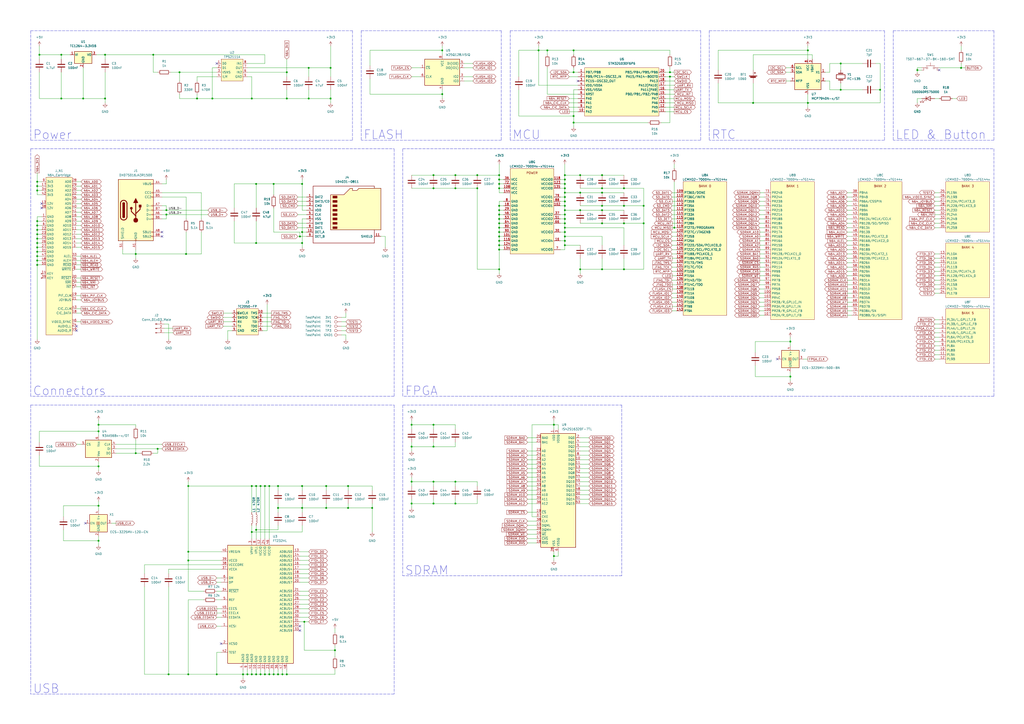
<source format=kicad_sch>
(kicad_sch (version 20211123) (generator eeschema)
  (paper "A2")
  (title_block (title "SummerCart64") (date "2022-05-15") (rev "2.0") (company "Polprzewodnikowy"))
  (lib_symbols
    (symbol "Connector:Conn_01x03_Male" (pin_names (offset 1.016) hide)
      (property "Reference" "J" (at 0 5.08 0))
      (property "Value" "Conn_01x03_Male" (at 0 -5.08 0))
      (symbol "Conn_01x03_Male_1_1"
        (pin passive line (at 5.08 2.54 180) (length 3.81) (name "Pin_1") (number "1"))
        (pin passive line (at 5.08 0 180) (length 3.81) (name "Pin_2") (number "2"))
        (pin passive line (at 5.08 -2.54 180) (length 3.81) (name "Pin_3") (number "3"))
      )
    )
    (symbol "Connector:Micro_SD_Card_Det" (pin_names (offset 1.016))
      (property "Reference" "J" (at -16.51 17.78 0))
      (property "Value" "Micro_SD_Card_Det" (at 16.51 17.78 0))
      (symbol "Micro_SD_Card_Det_1_1"
        (pin bidirectional line (at -22.86 10.16 0) (length 3.81) (name "DAT2") (number "1"))
        (pin passive line (at -22.86 -10.16 0) (length 3.81) (name "DET_A") (number "10"))
        (pin passive line (at 20.32 -12.7 180) (length 3.81) (name "SHIELD") (number "11"))
        (pin bidirectional line (at -22.86 7.62 0) (length 3.81) (name "DAT3/CD") (number "2"))
        (pin input line (at -22.86 5.08 0) (length 3.81) (name "CMD") (number "3"))
        (pin power_in line (at -22.86 2.54 0) (length 3.81) (name "VDD") (number "4"))
        (pin input line (at -22.86 0 0) (length 3.81) (name "CLK") (number "5"))
        (pin power_in line (at -22.86 -2.54 0) (length 3.81) (name "VSS") (number "6"))
        (pin bidirectional line (at -22.86 -5.08 0) (length 3.81) (name "DAT0") (number "7"))
        (pin bidirectional line (at -22.86 -7.62 0) (length 3.81) (name "DAT1") (number "8"))
        (pin passive line (at -22.86 -12.7 0) (length 3.81) (name "DET_B") (number "9"))
      )
    )
    (symbol "Connector:TestPoint" (pin_numbers hide) (pin_names (offset 0.762) hide)
      (property "Reference" "TP" (at 0 6.858 0))
      (property "Value" "TestPoint" (at 0 5.08 0))
      (symbol "TestPoint_1_1"
        (pin passive line (at 0 0 90) (length 2.54) (name "1") (number "1"))
      )
    )
    (symbol "Connector:USB_C_Receptacle_USB2.0" (pin_names (offset 1.016))
      (property "Reference" "J" (at -10.16 19.05 0))
      (property "Value" "USB_C_Receptacle_USB2.0" (at 19.05 19.05 0))
      (symbol "USB_C_Receptacle_USB2.0_1_1"
        (pin passive line (at 0 -22.86 90) (length 5.08) (name "GND") (number "A1"))
        (pin passive line (at 0 -22.86 90) (length 5.08) hide (name "GND") (number "A12"))
        (pin passive line (at 15.24 15.24 180) (length 5.08) (name "VBUS") (number "A4"))
        (pin bidirectional line (at 15.24 10.16 180) (length 5.08) (name "CC1") (number "A5"))
        (pin bidirectional line (at 15.24 -2.54 180) (length 5.08) (name "D+") (number "A6"))
        (pin bidirectional line (at 15.24 2.54 180) (length 5.08) (name "D-") (number "A7"))
        (pin bidirectional line (at 15.24 -12.7 180) (length 5.08) (name "SBU1") (number "A8"))
        (pin passive line (at 15.24 15.24 180) (length 5.08) hide (name "VBUS") (number "A9"))
        (pin passive line (at 0 -22.86 90) (length 5.08) hide (name "GND") (number "B1"))
        (pin passive line (at 0 -22.86 90) (length 5.08) hide (name "GND") (number "B12"))
        (pin passive line (at 15.24 15.24 180) (length 5.08) hide (name "VBUS") (number "B4"))
        (pin bidirectional line (at 15.24 7.62 180) (length 5.08) (name "CC2") (number "B5"))
        (pin bidirectional line (at 15.24 -5.08 180) (length 5.08) (name "D+") (number "B6"))
        (pin bidirectional line (at 15.24 0 180) (length 5.08) (name "D-") (number "B7"))
        (pin bidirectional line (at 15.24 -15.24 180) (length 5.08) (name "SBU2") (number "B8"))
        (pin passive line (at 15.24 15.24 180) (length 5.08) hide (name "VBUS") (number "B9"))
        (pin passive line (at -7.62 -22.86 90) (length 5.08) (name "SHIELD") (number "S1"))
      )
    )
    (symbol "Device:Battery_Cell" (pin_numbers hide) (pin_names (offset 0) hide)
      (property "Reference" "BT" (at 2.54 2.54 0))
      (property "Value" "Battery_Cell" (at 2.54 0 0))
      (symbol "Battery_Cell_1_1"
        (pin passive line (at 0 5.08 270) (length 2.54) (name "+") (number "1"))
        (pin passive line (at 0 -2.54 90) (length 2.54) (name "-") (number "2"))
      )
    )
    (symbol "Device:C" (pin_numbers hide) (pin_names (offset 0.254))
      (property "Reference" "C" (at 0.635 2.54 0))
      (property "Value" "C" (at 0.635 -2.54 0))
      (symbol "C_1_1"
        (pin passive line (at 0 3.81 270) (length 2.794) (name "~") (number "1"))
        (pin passive line (at 0 -3.81 90) (length 2.794) (name "~") (number "2"))
      )
    )
    (symbol "Device:Crystal" (pin_numbers hide) (pin_names (offset 1.016) hide)
      (property "Reference" "Y" (at 0 3.81 0))
      (property "Value" "Crystal" (at 0 -3.81 0))
      (symbol "Crystal_1_1"
        (pin passive line (at -3.81 0 0) (length 1.27) (name "1") (number "1"))
        (pin passive line (at 3.81 0 180) (length 1.27) (name "2") (number "2"))
      )
    )
    (symbol "Device:L" (pin_numbers hide) (pin_names (offset 1.016) hide)
      (property "Reference" "L" (at -1.27 0 90))
      (property "Value" "L" (at 1.905 0 90))
      (symbol "L_1_1"
        (pin passive line (at 0 3.81 270) (length 1.27) (name "1") (number "1"))
        (pin passive line (at 0 -3.81 90) (length 1.27) (name "2") (number "2"))
      )
    )
    (symbol "Device:LED" (pin_numbers hide) (pin_names (offset 1.016) hide)
      (property "Reference" "D" (at 0 2.54 0))
      (property "Value" "LED" (at 0 -2.54 0))
      (symbol "LED_1_1"
        (pin passive line (at -3.81 0 0) (length 2.54) (name "K") (number "1"))
        (pin passive line (at 3.81 0 180) (length 2.54) (name "A") (number "2"))
      )
    )
    (symbol "Device:R" (pin_numbers hide) (pin_names (offset 0))
      (property "Reference" "R" (at 2.032 0 90))
      (property "Value" "R" (at 0 0 90))
      (symbol "R_1_1"
        (pin passive line (at 0 3.81 270) (length 1.27) (name "~") (number "1"))
        (pin passive line (at 0 -3.81 90) (length 1.27) (name "~") (number "2"))
      )
    )
    (symbol "Interface_USB:FT232H"
      (property "Reference" "U" (at -19.05 35.56 0))
      (property "Value" "FT232H" (at 12.7 35.56 0))
      (symbol "FT232H_1_1"
        (pin input line (at -22.86 -12.7 0) (length 3.81) (name "XCSI") (number "1"))
        (pin power_in line (at -2.54 -38.1 90) (length 3.81) (name "GND") (number "10"))
        (pin power_in line (at 0 -38.1 90) (length 3.81) (name "GND") (number "11"))
        (pin power_in line (at 0 38.1 270) (length 3.81) (name "VCCIO") (number "12"))
        (pin bidirectional line (at 22.86 30.48 180) (length 3.81) (name "ADBUS0") (number "13"))
        (pin bidirectional line (at 22.86 27.94 180) (length 3.81) (name "ADBUS1") (number "14"))
        (pin bidirectional line (at 22.86 25.4 180) (length 3.81) (name "ADBUS2") (number "15"))
        (pin bidirectional line (at 22.86 22.86 180) (length 3.81) (name "ADBUS3") (number "16"))
        (pin bidirectional line (at 22.86 20.32 180) (length 3.81) (name "ADBUS4") (number "17"))
        (pin bidirectional line (at 22.86 17.78 180) (length 3.81) (name "ADBUS5") (number "18"))
        (pin bidirectional line (at 22.86 15.24 180) (length 3.81) (name "ADBUS6") (number "19"))
        (pin output line (at -22.86 -22.86 0) (length 3.81) (name "XCSO") (number "2"))
        (pin bidirectional line (at 22.86 12.7 180) (length 3.81) (name "ADBUS7") (number "20"))
        (pin bidirectional line (at 22.86 7.62 180) (length 3.81) (name "ACBUS0") (number "21"))
        (pin power_in line (at 2.54 -38.1 90) (length 3.81) (name "GND") (number "22"))
        (pin power_in line (at 5.08 -38.1 90) (length 3.81) (name "GND") (number "23"))
        (pin power_in line (at 2.54 38.1 270) (length 3.81) (name "VCCIO") (number "24"))
        (pin bidirectional line (at 22.86 5.08 180) (length 3.81) (name "ACBUS1") (number "25"))
        (pin bidirectional line (at 22.86 2.54 180) (length 3.81) (name "ACBUS2") (number "26"))
        (pin bidirectional line (at 22.86 0 180) (length 3.81) (name "ACBUS3") (number "27"))
        (pin bidirectional line (at 22.86 -2.54 180) (length 3.81) (name "ACBUS4") (number "28"))
        (pin bidirectional line (at 22.86 -5.08 180) (length 3.81) (name "ACBUS5") (number "29"))
        (pin power_in line (at -5.08 38.1 270) (length 3.81) (name "VPHY") (number "3"))
        (pin bidirectional line (at 22.86 -7.62 180) (length 3.81) (name "ACBUS6") (number "30"))
        (pin bidirectional line (at 22.86 -10.16 180) (length 3.81) (name "ACBUS7") (number "31"))
        (pin bidirectional line (at 22.86 -12.7 180) (length 3.81) (name "ACBUS8") (number "32"))
        (pin bidirectional line (at 22.86 -15.24 180) (length 3.81) (name "ACBUS9") (number "33"))
        (pin input line (at -22.86 7.62 0) (length 3.81) (name "~{RESET}") (number "34"))
        (pin power_in line (at 7.62 -38.1 90) (length 3.81) (name "GND") (number "35"))
        (pin power_in line (at 10.16 -38.1 90) (length 3.81) (name "GND") (number "36"))
        (pin power_out line (at -22.86 20.32 0) (length 3.81) (name "VCCA") (number "37"))
        (pin power_out line (at -22.86 22.86 0) (length 3.81) (name "VCCCORE") (number "38"))
        (pin power_in line (at -22.86 25.4 0) (length 3.81) (name "VCCD") (number "39"))
        (pin power_in line (at -10.16 -38.1 90) (length 3.81) (name "AGND") (number "4"))
        (pin power_in line (at -22.86 30.48 0) (length 3.81) (name "VREGIN") (number "40"))
        (pin power_in line (at -5.08 -38.1 90) (length 3.81) (name "AGND") (number "41"))
        (pin input line (at -22.86 -27.94 0) (length 3.81) (name "TEST") (number "42"))
        (pin bidirectional line (at -22.86 -7.62 0) (length 3.81) (name "EEDATA") (number "43"))
        (pin input line (at -22.86 -5.08 0) (length 3.81) (name "EECLK") (number "44"))
        (pin input line (at -22.86 -2.54 0) (length 3.81) (name "EECS") (number "45"))
        (pin power_in line (at 5.08 38.1 270) (length 3.81) (name "VCCIO") (number "46"))
        (pin power_in line (at 12.7 -38.1 90) (length 3.81) (name "GND") (number "47"))
        (pin power_in line (at 15.24 -38.1 90) (length 3.81) (name "GND") (number "48"))
        (pin input line (at -22.86 2.54 0) (length 3.81) (name "REF") (number "5"))
        (pin bidirectional line (at -22.86 15.24 0) (length 3.81) (name "DM") (number "6"))
        (pin bidirectional line (at -22.86 12.7 0) (length 3.81) (name "DP") (number "7"))
        (pin power_in line (at -2.54 38.1 270) (length 3.81) (name "VPLL") (number "8"))
        (pin power_in line (at -7.62 -38.1 90) (length 3.81) (name "AGND") (number "9"))
      )
    )
    (symbol "Memory_EEPROM:93AAxxBT-xOT"
      (property "Reference" "U" (at -7.62 6.35 0))
      (property "Value" "93AAxxBT-xOT" (at 1.27 6.35 0))
      (symbol "93AAxxBT-xOT_1_1"
        (pin tri_state line (at 10.16 -2.54 180) (length 2.54) (name "DO") (number "1"))
        (pin power_in line (at 0 -7.62 90) (length 2.54) (name "Vss") (number "2"))
        (pin input line (at 10.16 0 180) (length 2.54) (name "DI") (number "3"))
        (pin input line (at 10.16 2.54 180) (length 2.54) (name "CLK") (number "4"))
        (pin input line (at -10.16 2.54 0) (length 2.54) (name "CS") (number "5"))
        (pin power_in line (at 0 7.62 270) (length 2.54) (name "Vсс") (number "6"))
      )
    )
    (symbol "Memory_Flash:W25Q128JVS"
      (property "Reference" "U" (at -8.89 8.89 0))
      (property "Value" "W25Q128JVS" (at 7.62 8.89 0))
      (symbol "W25Q128JVS_1_1"
        (pin input line (at -12.7 2.54 0) (length 2.54) (name "~{CS}") (number "1"))
        (pin bidirectional line (at 12.7 2.54 180) (length 2.54) (name "DO(IO1)") (number "2"))
        (pin bidirectional line (at 12.7 -2.54 180) (length 2.54) (name "IO2") (number "3"))
        (pin power_in line (at 0 -10.16 90) (length 2.54) (name "GND") (number "4"))
        (pin bidirectional line (at 12.7 5.08 180) (length 2.54) (name "DI(IO0)") (number "5"))
        (pin input line (at -12.7 -2.54 0) (length 2.54) (name "CLK") (number "6"))
        (pin bidirectional line (at 12.7 -5.08 180) (length 2.54) (name "IO3") (number "7"))
        (pin power_in line (at 0 10.16 270) (length 2.54) (name "VCC") (number "8"))
      )
    )
    (symbol "Memory_RAM:MT48LC16M16A2TG"
      (property "Reference" "U" (at -8.89 34.29 0))
      (property "Value" "MT48LC16M16A2TG" (at 8.89 34.29 0))
      (symbol "MT48LC16M16A2TG_1_1"
        (pin power_in line (at -2.54 35.56 270) (length 2.54) (name "VDD") (number "1"))
        (pin bidirectional line (at 12.7 17.78 180) (length 2.54) (name "DQ5") (number "10"))
        (pin bidirectional line (at 12.7 15.24 180) (length 2.54) (name "DQ6") (number "11"))
        (pin passive line (at 0 -35.56 90) (length 2.54) hide (name "VSSQ") (number "12"))
        (pin bidirectional line (at 12.7 12.7 180) (length 2.54) (name "DQ7") (number "13"))
        (pin passive line (at -2.54 35.56 270) (length 2.54) hide (name "VDD") (number "14"))
        (pin input line (at -12.7 -20.32 0) (length 2.54) (name "DQML") (number "15"))
        (pin input line (at -12.7 -25.4 0) (length 2.54) (name "~{WE}") (number "16"))
        (pin input line (at -12.7 -27.94 0) (length 2.54) (name "~{CAS}") (number "17"))
        (pin input line (at -12.7 -30.48 0) (length 2.54) (name "~{RAS}") (number "18"))
        (pin input line (at -12.7 -12.7 0) (length 2.54) (name "~{CS}") (number "19"))
        (pin bidirectional line (at 12.7 30.48 180) (length 2.54) (name "DQ0") (number "2"))
        (pin input line (at -12.7 30.48 0) (length 2.54) (name "BA0") (number "20"))
        (pin input line (at -12.7 27.94 0) (length 2.54) (name "BA1") (number "21"))
        (pin input line (at -12.7 -2.54 0) (length 2.54) (name "A10") (number "22"))
        (pin input line (at -12.7 22.86 0) (length 2.54) (name "A0") (number "23"))
        (pin input line (at -12.7 20.32 0) (length 2.54) (name "A1") (number "24"))
        (pin input line (at -12.7 17.78 0) (length 2.54) (name "A2") (number "25"))
        (pin input line (at -12.7 15.24 0) (length 2.54) (name "A3") (number "26"))
        (pin passive line (at -2.54 35.56 270) (length 2.54) hide (name "VDD") (number "27"))
        (pin power_in line (at -2.54 -35.56 90) (length 2.54) (name "VSS") (number "28"))
        (pin input line (at -12.7 12.7 0) (length 2.54) (name "A4") (number "29"))
        (pin power_in line (at 0 35.56 270) (length 2.54) (name "VDDQ") (number "3"))
        (pin input line (at -12.7 10.16 0) (length 2.54) (name "A5") (number "30"))
        (pin input line (at -12.7 7.62 0) (length 2.54) (name "A6") (number "31"))
        (pin input line (at -12.7 5.08 0) (length 2.54) (name "A7") (number "32"))
        (pin input line (at -12.7 2.54 0) (length 2.54) (name "A8") (number "33"))
        (pin input line (at -12.7 0 0) (length 2.54) (name "A9") (number "34"))
        (pin input line (at -12.7 -5.08 0) (length 2.54) (name "A11") (number "35"))
        (pin input line (at -12.7 -7.62 0) (length 2.54) (name "A12") (number "36"))
        (pin input line (at -12.7 -15.24 0) (length 2.54) (name "CKE") (number "37"))
        (pin input line (at -12.7 -17.78 0) (length 2.54) (name "CLK") (number "38"))
        (pin input line (at -12.7 -22.86 0) (length 2.54) (name "DQMH") (number "39"))
        (pin bidirectional line (at 12.7 27.94 180) (length 2.54) (name "DQ1") (number "4"))
        (pin no_connect line (at 10.16 -20.32 180) (length 2.54) hide (name "NC") (number "40"))
        (pin passive line (at -2.54 -35.56 90) (length 2.54) hide (name "VSS") (number "41"))
        (pin bidirectional line (at 12.7 10.16 180) (length 2.54) (name "DQ8") (number "42"))
        (pin passive line (at 0 35.56 270) (length 2.54) hide (name "VDDQ") (number "43"))
        (pin bidirectional line (at 12.7 7.62 180) (length 2.54) (name "DQ9") (number "44"))
        (pin bidirectional line (at 12.7 5.08 180) (length 2.54) (name "DQ10") (number "45"))
        (pin passive line (at 0 -35.56 90) (length 2.54) hide (name "VSSQ") (number "46"))
        (pin bidirectional line (at 12.7 2.54 180) (length 2.54) (name "DQ11") (number "47"))
        (pin bidirectional line (at 12.7 0 180) (length 2.54) (name "DQ12") (number "48"))
        (pin passive line (at 0 35.56 270) (length 2.54) hide (name "VDDQ") (number "49"))
        (pin bidirectional line (at 12.7 25.4 180) (length 2.54) (name "DQ2") (number "5"))
        (pin bidirectional line (at 12.7 -2.54 180) (length 2.54) (name "DQ13") (number "50"))
        (pin bidirectional line (at 12.7 -5.08 180) (length 2.54) (name "DQ14") (number "51"))
        (pin passive line (at 0 -35.56 90) (length 2.54) hide (name "VSSQ") (number "52"))
        (pin bidirectional line (at 12.7 -7.62 180) (length 2.54) (name "DQ15") (number "53"))
        (pin passive line (at -2.54 -35.56 90) (length 2.54) hide (name "VSS") (number "54"))
        (pin power_in line (at 0 -35.56 90) (length 2.54) (name "VSSQ") (number "6"))
        (pin bidirectional line (at 12.7 22.86 180) (length 2.54) (name "DQ3") (number "7"))
        (pin bidirectional line (at 12.7 20.32 180) (length 2.54) (name "DQ4") (number "8"))
        (pin passive line (at 0 35.56 270) (length 2.54) hide (name "VDDQ") (number "9"))
      )
    )
    (symbol "Oscillator:XO32" (pin_names (offset 0.254))
      (property "Reference" "X" (at -5.08 6.35 0))
      (property "Value" "XO32" (at 1.27 -6.35 0))
      (symbol "XO32_1_1"
        (pin input line (at -7.62 0 0) (length 2.54) (name "EN") (number "1"))
        (pin power_in line (at 0 -7.62 90) (length 2.54) (name "GND") (number "2"))
        (pin output line (at 7.62 0 180) (length 2.54) (name "OUT") (number "3"))
        (pin power_in line (at 0 7.62 270) (length 2.54) (name "V+") (number "4"))
      )
    )
    (symbol "Regulator_Linear:TC1262-33" (pin_names (offset 0.254))
      (property "Reference" "U" (at -3.81 3.175 0))
      (property "Value" "TC1262-33" (at 0 3.175 0))
      (symbol "TC1262-33_1_1"
        (pin power_in line (at -7.62 0 0) (length 2.54) (name "VI") (number "1"))
        (pin power_in line (at 0 -7.62 90) (length 2.54) (name "GND") (number "2"))
        (pin power_out line (at 7.62 0 180) (length 2.54) (name "VO") (number "3"))
      )
    )
    (symbol "Timer_RTC:MCP7940N-xST"
      (property "Reference" "U" (at -6.35 8.89 0))
      (property "Value" "MCP7940N-xST" (at 11.43 8.89 0))
      (symbol "MCP7940N-xST_1_1"
        (pin input line (at 10.16 2.54 180) (length 2.54) (name "X1") (number "1"))
        (pin output line (at 10.16 -2.54 180) (length 2.54) (name "X2") (number "2"))
        (pin power_in line (at 2.54 10.16 270) (length 2.54) (name "VBAT") (number "3"))
        (pin power_in line (at 0 -10.16 90) (length 2.54) (name "VSS") (number "4"))
        (pin bidirectional line (at -10.16 2.54 0) (length 2.54) (name "SDA") (number "5"))
        (pin input line (at -10.16 5.08 0) (length 2.54) (name "SCL") (number "6"))
        (pin open_collector line (at -10.16 -2.54 0) (length 2.54) (name "MFP") (number "7"))
        (pin power_in line (at 0 10.16 270) (length 2.54) (name "VCC") (number "8"))
      )
    )
    (symbol "power:+3V3" (power) (pin_names (offset 0))
      (property "Value" "+3V3" (at 0 3.556 0))
      (symbol "+3V3_1_1"
        (pin power_in line (at 0 0 90) (length 0) hide (name "+3V3") (number "1"))
      )
    )
    (symbol "power:+5V" (power) (pin_names (offset 0))
      (property "Value" "+5V" (at 0 3.556 0))
      (symbol "+5V_1_1"
        (pin power_in line (at 0 0 90) (length 0) hide (name "+5V") (number "1"))
      )
    )
    (symbol "power:GND" (power) (pin_names (offset 0))
      (property "Value" "GND" (at 0 -3.81 0))
      (symbol "GND_1_1"
        (pin power_in line (at 0 0 270) (length 0) hide (name "GND") (number "1"))
      )
    )
    (symbol "sc64v2:LCMXO2-7000Hx-xTG144x"
      (property "Reference" "U" (at 0 3.81 0))
      (property "Value" "LCMXO2-7000Hx-xTG144x" (at 0 1.27 0))
      (symbol "LCMXO2-7000Hx-xTG144x_1_0"
        (text "BANK 0" (at 0 -2.54 0) (effects (font (size 1.27 1.27))))
      )
      (symbol "LCMXO2-7000Hx-xTG144x_1_1"
        (pin bidirectional line (at -16.51 -6.35 0) (length 3.81) (name "PT36D/DONE") (number "109"))
        (pin bidirectional line (at -16.51 -8.89 0) (length 3.81) (name "PT36C/INITN") (number "110"))
        (pin bidirectional line (at -16.51 -11.43 0) (length 3.81) (name "PT35B") (number "111"))
        (pin bidirectional line (at -16.51 -13.97 0) (length 3.81) (name "PT35A") (number "112"))
        (pin bidirectional line (at -16.51 -16.51 0) (length 3.81) (name "PT33B") (number "113"))
        (pin bidirectional line (at -16.51 -19.05 0) (length 3.81) (name "PT33A") (number "114"))
        (pin bidirectional line (at -16.51 -21.59 0) (length 3.81) (name "PT28B") (number "115"))
        (pin bidirectional line (at -16.51 -24.13 0) (length 3.81) (name "PT28A") (number "117"))
        (pin bidirectional line (at -16.51 -26.67 0) (length 3.81) (name "PT27D/PROGRAMN") (number "119"))
        (pin bidirectional line (at -16.51 -29.21 0) (length 3.81) (name "PT27C/JTAGENB") (number "120"))
        (pin bidirectional line (at -16.51 -31.75 0) (length 3.81) (name "PT25B") (number "121"))
        (pin bidirectional line (at -16.51 -34.29 0) (length 3.81) (name "PT25A") (number "122"))
        (pin bidirectional line (at -16.51 -36.83 0) (length 3.81) (name "PT22D/SDA/PCLKC0_0") (number "125"))
        (pin bidirectional line (at -16.51 -39.37 0) (length 3.81) (name "PT22C/SCL/PCLKT0_0") (number "126"))
        (pin bidirectional line (at -16.51 -41.91 0) (length 3.81) (name "PT18B/PCLKC0_1") (number "127"))
        (pin bidirectional line (at -16.51 -44.45 0) (length 3.81) (name "PT18A/PCLKT0_1") (number "128"))
        (pin bidirectional line (at -16.51 -46.99 0) (length 3.81) (name "PT17D/TMS") (number "130"))
        (pin bidirectional line (at -16.51 -49.53 0) (length 3.81) (name "PT17C/TCK") (number "131"))
        (pin bidirectional line (at -16.51 -52.07 0) (length 3.81) (name "PT15B") (number "132"))
        (pin bidirectional line (at -16.51 -54.61 0) (length 3.81) (name "PT15A") (number "133"))
        (pin bidirectional line (at -16.51 -57.15 0) (length 3.81) (name "PT14D/TDI") (number "136"))
        (pin bidirectional line (at -16.51 -59.69 0) (length 3.81) (name "PT14C/TDO") (number "137"))
        (pin bidirectional line (at -16.51 -62.23 0) (length 3.81) (name "PT11B") (number "138"))
        (pin bidirectional line (at -16.51 -64.77 0) (length 3.81) (name "PT11A") (number "139"))
        (pin bidirectional line (at -16.51 -67.31 0) (length 3.81) (name "PT10B") (number "140"))
        (pin bidirectional line (at -16.51 -69.85 0) (length 3.81) (name "PT10A") (number "141"))
        (pin bidirectional line (at -16.51 -72.39 0) (length 3.81) (name "PT9B") (number "142"))
        (pin bidirectional line (at -16.51 -74.93 0) (length 3.81) (name "PT9A") (number "143"))
      )
      (symbol "LCMXO2-7000Hx-xTG144x_2_0"
        (text "BANK 1" (at 0 -2.54 0) (effects (font (size 1.27 1.27))))
      )
      (symbol "LCMXO2-7000Hx-xTG144x_2_1"
        (pin bidirectional line (at -16.51 -64.77 0) (length 3.81) (name "PR5A") (number "100"))
        (pin bidirectional line (at -16.51 -67.31 0) (length 3.81) (name "PR4C") (number "103"))
        (pin bidirectional line (at -16.51 -69.85 0) (length 3.81) (name "PR3B/R_GPLLC_IN") (number "104"))
        (pin bidirectional line (at -16.51 -72.39 0) (length 3.81) (name "PR3A/R_GPLLT_IN") (number "105"))
        (pin bidirectional line (at -16.51 -74.93 0) (length 3.81) (name "PR2B/R_GPLLC_FB") (number "106"))
        (pin bidirectional line (at -16.51 -77.47 0) (length 3.81) (name "PR2A/R_GPLLT_FB") (number "107"))
        (pin bidirectional line (at -16.51 -6.35 0) (length 3.81) (name "PR24B") (number "73"))
        (pin bidirectional line (at -16.51 -8.89 0) (length 3.81) (name "PR24A") (number "74"))
        (pin bidirectional line (at -16.51 -11.43 0) (length 3.81) (name "PR23B") (number "75"))
        (pin bidirectional line (at -16.51 -13.97 0) (length 3.81) (name "PR23A") (number "76"))
        (pin bidirectional line (at -16.51 -16.51 0) (length 3.81) (name "PR21B") (number "77"))
        (pin bidirectional line (at -16.51 -19.05 0) (length 3.81) (name "PR21A") (number "78"))
        (pin bidirectional line (at -16.51 -21.59 0) (length 3.81) (name "PR18B") (number "81"))
        (pin bidirectional line (at -16.51 -24.13 0) (length 3.81) (name "PR18A") (number "82"))
        (pin bidirectional line (at -16.51 -26.67 0) (length 3.81) (name "PR17B") (number "83"))
        (pin bidirectional line (at -16.51 -29.21 0) (length 3.81) (name "PR17A") (number "84"))
        (pin bidirectional line (at -16.51 -31.75 0) (length 3.81) (name "PR16B") (number "85"))
        (pin bidirectional line (at -16.51 -34.29 0) (length 3.81) (name "PR16A") (number "86"))
        (pin bidirectional line (at -16.51 -36.83 0) (length 3.81) (name "PR15B") (number "87"))
        (pin bidirectional line (at -16.51 -39.37 0) (length 3.81) (name "PR15A") (number "89"))
        (pin bidirectional line (at -16.51 -41.91 0) (length 3.81) (name "PR12B/PCLKC1_0") (number "91"))
        (pin bidirectional line (at -16.51 -44.45 0) (length 3.81) (name "PR12A/PCLKT1_0") (number "92"))
        (pin bidirectional line (at -16.51 -46.99 0) (length 3.81) (name "PR11B") (number "93"))
        (pin bidirectional line (at -16.51 -49.53 0) (length 3.81) (name "PR11A") (number "94"))
        (pin bidirectional line (at -16.51 -52.07 0) (length 3.81) (name "PR9B") (number "95"))
        (pin bidirectional line (at -16.51 -54.61 0) (length 3.81) (name "PR9A") (number "96"))
        (pin bidirectional line (at -16.51 -57.15 0) (length 3.81) (name "PR7B") (number "97"))
        (pin bidirectional line (at -16.51 -59.69 0) (length 3.81) (name "PR7A") (number "98"))
        (pin bidirectional line (at -16.51 -62.23 0) (length 3.81) (name "PR5B") (number "99"))
      )
      (symbol "LCMXO2-7000Hx-xTG144x_3_0"
        (text "BANK 2" (at 0 -2.54 0) (effects (font (size 1.27 1.27))))
      )
      (symbol "LCMXO2-7000Hx-xTG144x_3_1"
        (pin bidirectional line (at -16.51 -6.35 0) (length 3.81) (name "PB4A") (number "38"))
        (pin bidirectional line (at -16.51 -8.89 0) (length 3.81) (name "PB4B") (number "39"))
        (pin bidirectional line (at -16.51 -11.43 0) (length 3.81) (name "PB6A/CSSPIN") (number "40"))
        (pin bidirectional line (at -16.51 -13.97 0) (length 3.81) (name "PB6B") (number "41"))
        (pin bidirectional line (at -16.51 -16.51 0) (length 3.81) (name "PB9A") (number "42"))
        (pin bidirectional line (at -16.51 -19.05 0) (length 3.81) (name "PB9B") (number "43"))
        (pin bidirectional line (at -16.51 -21.59 0) (length 3.81) (name "PB12A/MCLK/CCLK") (number "44"))
        (pin bidirectional line (at -16.51 -24.13 0) (length 3.81) (name "PB12B/SO/SPISO") (number "45"))
        (pin bidirectional line (at -16.51 -26.67 0) (length 3.81) (name "PB13A") (number "47"))
        (pin bidirectional line (at -16.51 -29.21 0) (length 3.81) (name "PB13B") (number "48"))
        (pin bidirectional line (at -16.51 -31.75 0) (length 3.81) (name "PB16A/PCLKT2_0") (number "49"))
        (pin bidirectional line (at -16.51 -34.29 0) (length 3.81) (name "PB16B/PCLKC2_0") (number "50"))
        (pin bidirectional line (at -16.51 -36.83 0) (length 3.81) (name "PB18A") (number "52"))
        (pin bidirectional line (at -16.51 -39.37 0) (length 3.81) (name "PB18B") (number "54"))
        (pin bidirectional line (at -16.51 -41.91 0) (length 3.81) (name "PB23A/PCLKT2_1") (number "55"))
        (pin bidirectional line (at -16.51 -44.45 0) (length 3.81) (name "PB23B/PCLKC2_1") (number "56"))
        (pin bidirectional line (at -16.51 -46.99 0) (length 3.81) (name "PB26A") (number "57"))
        (pin bidirectional line (at -16.51 -49.53 0) (length 3.81) (name "PB26B") (number "58"))
        (pin bidirectional line (at -16.51 -52.07 0) (length 3.81) (name "PB29A") (number "59"))
        (pin bidirectional line (at -16.51 -54.61 0) (length 3.81) (name "PB29B") (number "60"))
        (pin bidirectional line (at -16.51 -57.15 0) (length 3.81) (name "PB31A") (number "61"))
        (pin bidirectional line (at -16.51 -59.69 0) (length 3.81) (name "PB31B") (number "62"))
        (pin bidirectional line (at -16.51 -62.23 0) (length 3.81) (name "PB31D") (number "63"))
        (pin bidirectional line (at -16.51 -64.77 0) (length 3.81) (name "PB35A") (number "65"))
        (pin bidirectional line (at -16.51 -67.31 0) (length 3.81) (name "PB35B") (number "67"))
        (pin bidirectional line (at -16.51 -69.85 0) (length 3.81) (name "PB37A") (number "68"))
        (pin bidirectional line (at -16.51 -72.39 0) (length 3.81) (name "PB37B") (number "69"))
        (pin bidirectional line (at -16.51 -74.93 0) (length 3.81) (name "PB38A/SN") (number "70"))
        (pin bidirectional line (at -16.51 -77.47 0) (length 3.81) (name "PB38B/SI/SISPI") (number "71"))
      )
      (symbol "LCMXO2-7000Hx-xTG144x_4_0"
        (text "BANK 3" (at 0 -2.54 0) (effects (font (size 1.27 1.27))))
      )
      (symbol "LCMXO2-7000Hx-xTG144x_4_1"
        (pin bidirectional line (at -16.51 -6.35 0) (length 3.81) (name "PL19A") (number "25"))
        (pin bidirectional line (at -16.51 -8.89 0) (length 3.81) (name "PL19B") (number "26"))
        (pin bidirectional line (at -16.51 -11.43 0) (length 3.81) (name "PL22A/PCLKT3_0") (number "27"))
        (pin bidirectional line (at -16.51 -13.97 0) (length 3.81) (name "PL22B/PCLKC3_0") (number "28"))
        (pin bidirectional line (at -16.51 -16.51 0) (length 3.81) (name "PL23D") (number "31"))
        (pin bidirectional line (at -16.51 -19.05 0) (length 3.81) (name "PL24A") (number "32"))
        (pin bidirectional line (at -16.51 -21.59 0) (length 3.81) (name "PL24B") (number "33"))
        (pin bidirectional line (at -16.51 -24.13 0) (length 3.81) (name "PL25A") (number "34"))
        (pin bidirectional line (at -16.51 -26.67 0) (length 3.81) (name "PL25B") (number "35"))
      )
      (symbol "LCMXO2-7000Hx-xTG144x_5_0"
        (text "BANK 4" (at 0 -2.54 0) (effects (font (size 1.27 1.27))))
      )
      (symbol "LCMXO2-7000Hx-xTG144x_5_1"
        (pin bidirectional line (at -16.51 -6.35 0) (length 3.81) (name "PL10A") (number "13"))
        (pin bidirectional line (at -16.51 -8.89 0) (length 3.81) (name "PL10B") (number "14"))
        (pin bidirectional line (at -16.51 -11.43 0) (length 3.81) (name "PL11A") (number "15"))
        (pin bidirectional line (at -16.51 -13.97 0) (length 3.81) (name "PL11B") (number "17"))
        (pin bidirectional line (at -16.51 -16.51 0) (length 3.81) (name "PL12A/PCLKT4_0") (number "19"))
        (pin bidirectional line (at -16.51 -19.05 0) (length 3.81) (name "PL12B/PCLKC4_0") (number "20"))
        (pin bidirectional line (at -16.51 -21.59 0) (length 3.81) (name "PL15A") (number "21"))
        (pin bidirectional line (at -16.51 -24.13 0) (length 3.81) (name "PL15B") (number "22"))
        (pin bidirectional line (at -16.51 -26.67 0) (length 3.81) (name "PL17A") (number "23"))
        (pin bidirectional line (at -16.51 -29.21 0) (length 3.81) (name "PL17B") (number "24"))
      )
      (symbol "LCMXO2-7000Hx-xTG144x_6_0"
        (text "BANK 5" (at 0 -2.54 0) (effects (font (size 1.27 1.27))))
      )
      (symbol "LCMXO2-7000Hx-xTG144x_6_1"
        (pin bidirectional line (at -16.51 -6.35 0) (length 3.81) (name "PL3A/L_GPLLT_FB") (number "1"))
        (pin bidirectional line (at -16.51 -24.13 0) (length 3.81) (name "PL8B") (number "10"))
        (pin bidirectional line (at -16.51 -26.67 0) (length 3.81) (name "PL9A") (number "11"))
        (pin bidirectional line (at -16.51 -29.21 0) (length 3.81) (name "PL9B") (number "12"))
        (pin bidirectional line (at -16.51 -8.89 0) (length 3.81) (name "PL3B/L_GPLLC_FB") (number "2"))
        (pin bidirectional line (at -16.51 -11.43 0) (length 3.81) (name "PL4A/L_GPLLT_IN") (number "3"))
        (pin bidirectional line (at -16.51 -13.97 0) (length 3.81) (name "PL4B/L_GPLLC_IN") (number "4"))
        (pin bidirectional line (at -16.51 -16.51 0) (length 3.81) (name "PL6A/PCLKT5_0") (number "5"))
        (pin bidirectional line (at -16.51 -19.05 0) (length 3.81) (name "PL6B/PCLKC5_0") (number "6"))
        (pin bidirectional line (at -16.51 -21.59 0) (length 3.81) (name "PL8A") (number "9"))
      )
      (symbol "LCMXO2-7000Hx-xTG144x_7_0"
        (text "POWER" (at 0 -2.54 0) (effects (font (size 1.27 1.27))))
      )
      (symbol "LCMXO2-7000Hx-xTG144x_7_1"
        (pin power_in line (at -16.51 -39.37 0) (length 3.81) (name "GND") (number "101"))
        (pin power_in line (at 16.51 -21.59 180) (length 3.81) (name "VCCIO1") (number "102"))
        (pin power_in line (at -16.51 -11.43 0) (length 3.81) (name "VCC") (number "108"))
        (pin power_in line (at -16.51 -41.91 0) (length 3.81) (name "GND") (number "116"))
        (pin power_in line (at 16.51 -6.35 180) (length 3.81) (name "VCCIO0") (number "118"))
        (pin power_in line (at 16.51 -8.89 180) (length 3.81) (name "VCCIO0") (number "123"))
        (pin power_in line (at -16.51 -44.45 0) (length 3.81) (name "GND") (number "124"))
        (pin no_connect line (at -16.51 -16.51 0) (length 3.81) hide (name "NC") (number "129"))
        (pin power_in line (at -16.51 -46.99 0) (length 3.81) (name "GND") (number "134"))
        (pin power_in line (at 16.51 -11.43 180) (length 3.81) (name "VCCIO0") (number "135"))
        (pin power_in line (at -16.51 -13.97 0) (length 3.81) (name "VCC") (number "144"))
        (pin power_in line (at 16.51 -41.91 180) (length 3.81) (name "VCCIO4") (number "16"))
        (pin power_in line (at -16.51 -21.59 0) (length 3.81) (name "GND") (number "18"))
        (pin power_in line (at -16.51 -24.13 0) (length 3.81) (name "GND") (number "29"))
        (pin power_in line (at 16.51 -36.83 180) (length 3.81) (name "VCCIO3") (number "30"))
        (pin power_in line (at -16.51 -6.35 0) (length 3.81) (name "VCC") (number "36"))
        (pin power_in line (at 16.51 -26.67 180) (length 3.81) (name "VCCIO2") (number "37"))
        (pin power_in line (at -16.51 -26.67 0) (length 3.81) (name "GND") (number "46"))
        (pin power_in line (at 16.51 -29.21 180) (length 3.81) (name "VCCIO2") (number "51"))
        (pin power_in line (at -16.51 -29.21 0) (length 3.81) (name "GND") (number "53"))
        (pin power_in line (at -16.51 -31.75 0) (length 3.81) (name "GND") (number "64"))
        (pin power_in line (at 16.51 -31.75 180) (length 3.81) (name "VCCIO2") (number "66"))
        (pin power_in line (at 16.51 -46.99 180) (length 3.81) (name "VCCIO5") (number "7"))
        (pin power_in line (at -16.51 -8.89 0) (length 3.81) (name "VCC") (number "72"))
        (pin power_in line (at 16.51 -16.51 180) (length 3.81) (name "VCCIO1") (number "79"))
        (pin power_in line (at -16.51 -19.05 0) (length 3.81) (name "GND") (number "8"))
        (pin power_in line (at -16.51 -34.29 0) (length 3.81) (name "GND") (number "80"))
        (pin power_in line (at 16.51 -19.05 180) (length 3.81) (name "VCCIO1") (number "88"))
        (pin power_in line (at -16.51 -36.83 0) (length 3.81) (name "GND") (number "90"))
      )
    )
    (symbol "sc64v2:N64_Cartridge"
      (property "Reference" "J" (at 0 3.81 0))
      (property "Value" "N64_Cartridge" (at 0 1.27 0))
      (symbol "N64_Cartridge_1_1"
        (pin power_out line (at -10.16 -22.86 0) (length 2.54) (name "GND") (number "1"))
        (pin output inverted (at 10.16 -50.8 180) (length 2.54) (name "~{READ}") (number "10"))
        (pin bidirectional line (at 10.16 -30.48 180) (length 2.54) (name "AD11") (number "11"))
        (pin bidirectional line (at 10.16 -27.94 180) (length 2.54) (name "AD10") (number "12"))
        (pin power_out line (at -10.16 -15.24 0) (length 2.54) (name "12V") (number "13"))
        (pin no_connect line (at -10.16 -55.88 0) (length 2.54) (name "KEY") (number "14"))
        (pin bidirectional line (at 10.16 -25.4 180) (length 2.54) (name "AD9") (number "15"))
        (pin bidirectional line (at 10.16 -22.86 180) (length 2.54) (name "AD8") (number "16"))
        (pin power_out line (at -10.16 -5.08 0) (length 2.54) (name "3V3") (number "17"))
        (pin bidirectional line (at 10.16 -78.74 180) (length 2.54) (name "CIC_DATA") (number "18"))
        (pin output clock (at 10.16 -68.58 180) (length 2.54) (name "PIF_CLK") (number "19"))
        (pin power_out line (at -10.16 -25.4 0) (length 2.54) (name "GND") (number "2"))
        (pin output inverted (at 10.16 -58.42 180) (length 2.54) (name "~{RESET}") (number "20"))
        (pin bidirectional line (at 10.16 -71.12 180) (length 2.54) (name "JOYBUS") (number "21"))
        (pin power_out line (at -10.16 -30.48 0) (length 2.54) (name "GND") (number "22"))
        (pin power_out line (at -10.16 -33.02 0) (length 2.54) (name "GND") (number "23"))
        (pin input line (at 10.16 -86.36 180) (length 2.54) (name "AUDIO_L") (number "24"))
        (pin power_out line (at -10.16 -35.56 0) (length 2.54) (name "GND") (number "25"))
        (pin power_out line (at -10.16 -38.1 0) (length 2.54) (name "GND") (number "26"))
        (pin power_out line (at -10.16 -40.64 0) (length 2.54) (name "GND") (number "27"))
        (pin bidirectional line (at 10.16 -2.54 180) (length 2.54) (name "AD0") (number "28"))
        (pin bidirectional line (at 10.16 -5.08 180) (length 2.54) (name "AD1") (number "29"))
        (pin bidirectional line (at 10.16 -40.64 180) (length 2.54) (name "AD15") (number "3"))
        (pin bidirectional line (at 10.16 -7.62 180) (length 2.54) (name "AD2") (number "30"))
        (pin power_out line (at -10.16 -43.18 0) (length 2.54) (name "GND") (number "31"))
        (pin bidirectional line (at 10.16 -10.16 180) (length 2.54) (name "AD3") (number "32"))
        (pin output line (at 10.16 -45.72 180) (length 2.54) (name "ALEL") (number "33"))
        (pin power_out line (at -10.16 -7.62 0) (length 2.54) (name "3V3") (number "34"))
        (pin output line (at 10.16 -48.26 180) (length 2.54) (name "ALEH") (number "35"))
        (pin bidirectional line (at 10.16 -12.7 180) (length 2.54) (name "AD4") (number "36"))
        (pin bidirectional line (at 10.16 -15.24 180) (length 2.54) (name "AD5") (number "37"))
        (pin power_out line (at -10.16 -17.78 0) (length 2.54) (name "12V") (number "38"))
        (pin no_connect line (at -10.16 -58.42 0) (length 2.54) (name "KEY") (number "39"))
        (pin bidirectional line (at 10.16 -38.1 180) (length 2.54) (name "AD14") (number "4"))
        (pin bidirectional line (at 10.16 -17.78 180) (length 2.54) (name "AD6") (number "40"))
        (pin bidirectional line (at 10.16 -20.32 180) (length 2.54) (name "AD7") (number "41"))
        (pin power_out line (at -10.16 -10.16 0) (length 2.54) (name "3V3") (number "42"))
        (pin output clock (at 10.16 -76.2 180) (length 2.54) (name "CIC_CLK") (number "43"))
        (pin output inverted (at 10.16 -63.5 180) (length 2.54) (name "~{INT}") (number "44"))
        (pin output inverted (at 10.16 -60.96 180) (length 2.54) (name "~{NMI}") (number "45"))
        (pin output line (at 10.16 -83.82 180) (length 2.54) (name "VIDEO_SYNC") (number "46"))
        (pin power_out line (at -10.16 -45.72 0) (length 2.54) (name "GND") (number "47"))
        (pin power_out line (at -10.16 -48.26 0) (length 2.54) (name "GND") (number "48"))
        (pin input line (at 10.16 -88.9 180) (length 2.54) (name "AUDIO_R") (number "49"))
        (pin bidirectional line (at 10.16 -35.56 180) (length 2.54) (name "AD13") (number "5"))
        (pin power_out line (at -10.16 -50.8 0) (length 2.54) (name "GND") (number "50"))
        (pin power_out line (at -10.16 -27.94 0) (length 2.54) (name "GND") (number "6"))
        (pin bidirectional line (at 10.16 -33.02 180) (length 2.54) (name "AD12") (number "7"))
        (pin output inverted (at 10.16 -53.34 180) (length 2.54) (name "~{WRITE}") (number "8"))
        (pin power_out line (at -10.16 -2.54 0) (length 2.54) (name "3V3") (number "9"))
      )
    )
    (symbol "sc64v2:STM32G030Fx"
      (property "Reference" "U" (at 0 3.81 0))
      (property "Value" "STM32G030Fx" (at 0 1.27 0))
      (symbol "STM32G030Fx_1_1"
        (pin bidirectional line (at -25.4 -2.54 0) (length 3.81) (name "PB7/PB8") (number "1"))
        (pin bidirectional line (at -25.4 -25.4 0) (length 3.81) (name "PA3") (number "10"))
        (pin bidirectional line (at 25.4 -25.4 180) (length 3.81) (name "PA4") (number "11"))
        (pin bidirectional line (at 25.4 -22.86 180) (length 3.81) (name "PA5") (number "12"))
        (pin bidirectional line (at 25.4 -20.32 180) (length 3.81) (name "PA6") (number "13"))
        (pin bidirectional line (at 25.4 -17.78 180) (length 3.81) (name "PA7") (number "14"))
        (pin bidirectional line (at 25.4 -15.24 180) (length 3.81) (name "PB0/PB1/PB2/PA8") (number "15"))
        (pin bidirectional line (at 25.4 -12.7 180) (length 3.81) (name "PA11[PA9]") (number "16"))
        (pin bidirectional line (at 25.4 -10.16 180) (length 3.81) (name "PA12[PA10]") (number "17"))
        (pin bidirectional line (at 25.4 -7.62 180) (length 3.81) (name "PA13") (number "18"))
        (pin bidirectional line (at 25.4 -5.08 180) (length 3.81) (name "PA15/PA14-BOOT0") (number "19"))
        (pin bidirectional line (at -25.4 -5.08 0) (length 3.81) (name "PB9/PC14-OSC32_IN") (number "2"))
        (pin bidirectional line (at 25.4 -2.54 180) (length 3.81) (name "PB3/PB4/PB5/PB6") (number "20"))
        (pin bidirectional line (at -25.4 -7.62 0) (length 3.81) (name "PC15-OSC32_OUT") (number "3"))
        (pin power_in line (at -25.4 -10.16 0) (length 3.81) (name "VDD/VDDA") (number "4"))
        (pin power_in line (at -25.4 -12.7 0) (length 3.81) (name "VSS/VSSA") (number "5"))
        (pin input line (at -25.4 -15.24 0) (length 3.81) (name "NRST") (number "6"))
        (pin bidirectional line (at -25.4 -17.78 0) (length 3.81) (name "PA0") (number "7"))
        (pin bidirectional line (at -25.4 -20.32 0) (length 3.81) (name "PA1") (number "8"))
        (pin bidirectional line (at -25.4 -22.86 0) (length 3.81) (name "PA2") (number "9"))
      )
    )
    (symbol "sc64v2:TC2050-FP" (in_bom no)
      (property "Reference" "J" (at 0 3.81 0))
      (property "Value" "TC2050-FP" (at 0 1.27 0))
      (symbol "TC2050-FP_1_1"
        (pin output clock (at -8.89 -2.54 0) (length 2.54) (name "SWCLK") (number "1"))
        (pin output line (at 8.89 -2.54 180) (length 2.54) (name "TMS") (number "10"))
        (pin bidirectional line (at -8.89 -5.08 0) (length 2.54) (name "SWDIO") (number "2"))
        (pin input line (at -8.89 -7.62 0) (length 2.54) (name "RX") (number "3"))
        (pin output line (at -8.89 -10.16 0) (length 2.54) (name "TX") (number "4"))
        (pin power_out line (at -8.89 -12.7 0) (length 2.54) (name "GND") (number "5"))
        (pin power_out line (at 8.89 -12.7 180) (length 2.54) (name "VCC") (number "6"))
        (pin output line (at 8.89 -10.16 180) (length 2.54) (name "TDO") (number "7"))
        (pin input line (at 8.89 -7.62 180) (length 2.54) (name "TDI") (number "8"))
        (pin output clock (at 8.89 -5.08 180) (length 2.54) (name "TCK") (number "9"))
      )
    )
    (symbol "sc64v2:TPS2111A"
      (property "Reference" "U" (at 0 3.81 0))
      (property "Value" "TPS2111A" (at 0 1.27 0))
      (symbol "TPS2111A_1_1"
        (pin input line (at -8.89 -2.54 0) (length 2.54) (name "D0") (number "1"))
        (pin input line (at -8.89 -5.08 0) (length 2.54) (name "D1") (number "2"))
        (pin input line (at -8.89 -7.62 0) (length 2.54) (name "VSNS") (number "3"))
        (pin input line (at -8.89 -10.16 0) (length 2.54) (name "ILM") (number "4"))
        (pin power_in line (at 8.89 -10.16 180) (length 2.54) (name "GND") (number "5"))
        (pin power_in line (at 8.89 -7.62 180) (length 2.54) (name "IN2") (number "6"))
        (pin power_out line (at 8.89 -5.08 180) (length 2.54) (name "OUT") (number "7"))
        (pin power_in line (at 8.89 -2.54 180) (length 2.54) (name "IN1") (number "8"))
      )
    )
    (symbol "sc64v2:Tactile_Switch" (pin_numbers hide) (pin_names (offset 1.016) hide)
      (property "Reference" "SW1" (at 0 7.62 0))
      (property "Value" "Tactile_Switch" (at 0 5.08 0))
      (symbol "Tactile_Switch_0_1"
        (pin passive line (at -5.08 0 0) (length 2.54) (name "1") (number "1"))
        (pin passive line (at -5.08 -1.27 0) (length 1.27) (name "2") (number "2"))
        (pin passive line (at 5.08 0 180) (length 2.54) (name "3") (number "3"))
        (pin passive line (at 5.08 -1.27 180) (length 1.27) (name "4") (number "4"))
      )
    )
  )
  (junction (at 332.74 67.31))
  (junction (at 289.56 124.46))
  (junction (at 289.56 156.21))
  (junction (at 361.95 129.54))
  (junction (at 179.07 39.37))
  (junction (at 189.23 281.94))
  (junction (at 151.13 391.16))
  (junction (at 327.66 132.08))
  (junction (at 289.56 129.54))
  (junction (at 361.95 119.38))
  (junction (at 349.25 156.21))
  (junction (at 57.15 270.51))
  (junction (at 109.22 320.04))
  (junction (at 373.38 129.54))
  (junction (at 21.59 105.41))
  (junction (at 97.79 391.16))
  (junction (at 327.66 114.3))
  (junction (at 349.25 111.76))
  (junction (at 21.59 146.05))
  (junction (at 88.9 31.75))
  (junction (at 107.95 147.32))
  (junction (at 251.46 109.22))
  (junction (at 327.66 139.7))
  (junction (at 238.76 279.4))
  (junction (at 114.3 57.15))
  (junction (at 166.37 41.91))
  (junction (at 251.46 259.08))
  (junction (at 161.29 294.64))
  (junction (at 156.21 391.16))
  (junction (at 349.25 109.22))
  (junction (at 57.15 293.37))
  (junction (at 327.66 111.76))
  (junction (at 158.75 391.16))
  (junction (at 276.86 109.22))
  (junction (at 264.16 101.6))
  (junction (at 327.66 137.16))
  (junction (at 327.66 101.6))
  (junction (at 194.31 377.19))
  (junction (at 21.59 130.81))
  (junction (at 327.66 134.62))
  (junction (at 468.63 29.21))
  (junction (at 179.07 57.15))
  (junction (at 96.52 124.46))
  (junction (at 321.31 246.38))
  (junction (at 57.15 313.69))
  (junction (at 166.37 57.15))
  (junction (at 60.96 31.75))
  (junction (at 327.66 116.84))
  (junction (at 327.66 142.24))
  (junction (at 289.56 127))
  (junction (at 327.66 119.38))
  (junction (at 388.62 41.91))
  (junction (at 21.59 153.67))
  (junction (at 264.16 279.4))
  (junction (at 289.56 119.38))
  (junction (at 21.59 128.27))
  (junction (at 175.26 140.97))
  (junction (at 140.97 391.16))
  (junction (at 317.5 29.21))
  (junction (at 289.56 109.22))
  (junction (at 349.25 119.38))
  (junction (at 201.93 281.94))
  (junction (at 336.55 101.6))
  (junction (at 373.38 119.38))
  (junction (at 289.56 144.78))
  (junction (at 175.26 281.94))
  (junction (at 21.59 148.59))
  (junction (at 161.29 281.94))
  (junction (at 312.42 29.21))
  (junction (at 436.88 59.69))
  (junction (at 289.56 106.68))
  (junction (at 332.74 41.91))
  (junction (at 48.26 57.15))
  (junction (at 161.29 391.16))
  (junction (at 361.95 109.22))
  (junction (at 21.59 143.51))
  (junction (at 458.47 218.44))
  (junction (at 57.15 246.38))
  (junction (at 458.47 198.12))
  (junction (at 21.59 107.95))
  (junction (at 468.63 59.69))
  (junction (at 35.56 31.75))
  (junction (at 96.52 121.92))
  (junction (at 21.59 135.89))
  (junction (at 125.73 391.16))
  (junction (at 349.25 121.92))
  (junction (at 532.13 40.64))
  (junction (at 289.56 142.24))
  (junction (at 251.46 279.4))
  (junction (at 264.16 109.22))
  (junction (at 327.66 106.68))
  (junction (at 175.26 294.64))
  (junction (at 91.44 260.35))
  (junction (at 156.21 281.94))
  (junction (at 175.26 106.68))
  (junction (at 146.05 281.94))
  (junction (at 332.74 29.21))
  (junction (at 191.77 39.37))
  (junction (at 388.62 44.45))
  (junction (at 78.74 262.89))
  (junction (at 143.51 391.16))
  (junction (at 146.05 308.61))
  (junction (at 146.05 57.15))
  (junction (at 336.55 121.92))
  (junction (at 349.25 101.6))
  (junction (at 158.75 106.68))
  (junction (at 166.37 391.16))
  (junction (at 251.46 101.6))
  (junction (at 327.66 129.54))
  (junction (at 153.67 391.16))
  (junction (at 289.56 104.14))
  (junction (at 78.74 147.32))
  (junction (at 22.86 31.75))
  (junction (at 487.68 36.83))
  (junction (at 21.59 133.35))
  (junction (at 60.96 57.15))
  (junction (at 264.16 292.1))
  (junction (at 557.53 39.37))
  (junction (at 21.59 110.49))
  (junction (at 289.56 137.16))
  (junction (at 176.53 360.68))
  (junction (at 327.66 104.14))
  (junction (at 35.56 57.15))
  (junction (at 391.16 132.08))
  (junction (at 148.59 307.34))
  (junction (at 276.86 101.6))
  (junction (at 336.55 156.21))
  (junction (at 289.56 101.6))
  (junction (at 289.56 134.62))
  (junction (at 57.15 250.19))
  (junction (at 151.13 281.94))
  (junction (at 349.25 129.54))
  (junction (at 191.77 57.15))
  (junction (at 146.05 391.16))
  (junction (at 510.54 52.07))
  (junction (at 289.56 132.08))
  (junction (at 289.56 121.92))
  (junction (at 487.68 52.07))
  (junction (at 123.19 57.15))
  (junction (at 148.59 391.16))
  (junction (at 175.26 134.62))
  (junction (at 163.83 391.16))
  (junction (at 321.31 322.58))
  (junction (at 215.9 294.64))
  (junction (at 251.46 292.1))
  (junction (at 332.74 71.12))
  (junction (at 173.99 137.16))
  (junction (at 148.59 140.97))
  (junction (at 289.56 139.7))
  (junction (at 361.95 156.21))
  (junction (at 336.55 111.76))
  (junction (at 21.59 151.13))
  (junction (at 153.67 281.94))
  (junction (at 256.54 54.61))
  (junction (at 256.54 29.21))
  (junction (at 104.14 41.91))
  (junction (at 327.66 124.46))
  (junction (at 189.23 294.64))
  (junction (at 238.76 259.08))
  (junction (at 21.59 140.97))
  (junction (at 148.59 281.94))
  (junction (at 109.22 281.94))
  (junction (at 327.66 109.22))
  (junction (at 21.59 138.43))
  (junction (at 238.76 292.1))
  (junction (at 109.22 391.16))
  (junction (at 327.66 127))
  (junction (at 201.93 294.64))
  (junction (at 238.76 246.38))
  (junction (at 109.22 325.12))
  (junction (at 251.46 246.38))
  (junction (at 148.59 106.68))
  (junction (at 327.66 121.92))
  (no_connect (at 44.45 191.77))
  (no_connect (at 44.45 189.23))
  (no_connect (at 24.13 118.11))
  (no_connect (at 24.13 120.65))
  (no_connect (at 335.28 46.99))
  (no_connect (at 125.73 36.83))
  (no_connect (at 544.83 40.64))
  (no_connect (at 173.99 363.22))
  (no_connect (at 173.99 365.76))
  (no_connect (at 93.98 134.62))
  (no_connect (at 93.98 137.16))
  (no_connect (at 49.53 303.53))
  (no_connect (at 128.27 373.38))
  (no_connect (at 450.85 208.28))
  (wire (pts (xy 123.19 39.37) (xy 123.19 57.15)))
  (wire (pts (xy 332.74 39.37) (xy 332.74 41.91)))
  (wire (pts (xy 440.69 165.1) (xy 443.23 165.1)))
  (wire (pts (xy 389.89 147.32) (xy 392.43 147.32)))
  (wire (pts (xy 389.89 114.3) (xy 392.43 114.3)))
  (wire (pts (xy 391.16 95.25) (xy 391.16 97.79)))
  (wire (pts (xy 78.74 255.27) (xy 78.74 262.89)))
  (wire (pts (xy 336.55 289.56) (xy 341.63 289.56)))
  (wire (pts (xy 542.29 127) (xy 544.83 127)))
  (wire (pts (xy 336.55 287.02) (xy 341.63 287.02)))
  (wire (pts (xy 173.99 347.98) (xy 179.07 347.98)))
  (wire (pts (xy 386.08 44.45) (xy 388.62 44.45)))
  (wire (pts (xy 93.98 106.68) (xy 96.52 106.68)))
  (wire (pts (xy 264.16 259.08) (xy 264.16 256.54)))
  (wire (pts (xy 317.5 29.21) (xy 332.74 29.21)))
  (wire (pts (xy 336.55 101.6) (xy 349.25 101.6)))
  (wire (pts (xy 21.59 135.89) (xy 21.59 138.43)))
  (wire (pts (xy 201.93 281.94) (xy 201.93 284.48)))
  (wire (pts (xy 389.89 134.62) (xy 392.43 134.62)))
  (wire (pts (xy 542.29 129.54) (xy 544.83 129.54)))
  (wire (pts (xy 125.73 342.9) (xy 128.27 342.9)))
  (wire (pts (xy 22.86 31.75) (xy 35.56 31.75)))
  (wire (pts (xy 468.63 54.61) (xy 468.63 59.69)))
  (wire (pts (xy 491.49 175.26) (xy 494.03 175.26)))
  (wire (pts (xy 386.08 52.07) (xy 391.16 52.07)))
  (wire (pts (xy 306.07 302.26) (xy 311.15 302.26)))
  (wire (pts (xy 148.59 281.94) (xy 146.05 281.94)))
  (wire (pts (xy 148.59 307.34) (xy 148.59 312.42)))
  (wire (pts (xy 114.3 44.45) (xy 125.73 44.45)))
  (polyline (pts (xy 513.08 17.78) (xy 513.08 81.28)))
  (wire (pts (xy 389.89 172.72) (xy 392.43 172.72)))
  (wire (pts (xy 238.76 243.84) (xy 238.76 246.38)))
  (wire (pts (xy 238.76 39.37) (xy 243.84 39.37)))
  (polyline (pts (xy 295.91 17.78) (xy 406.4 17.78)))
  (wire (pts (xy 481.33 52.07) (xy 487.68 52.07)))
  (wire (pts (xy 125.73 347.98) (xy 128.27 347.98)))
  (wire (pts (xy 325.12 134.62) (xy 327.66 134.62)))
  (wire (pts (xy 83.82 391.16) (xy 97.79 391.16)))
  (wire (pts (xy 542.29 149.86) (xy 544.83 149.86)))
  (wire (pts (xy 238.76 276.86) (xy 238.76 279.4)))
  (wire (pts (xy 491.49 160.02) (xy 494.03 160.02)))
  (wire (pts (xy 383.54 71.12) (xy 388.62 71.12)))
  (wire (pts (xy 361.95 156.21) (xy 373.38 156.21)))
  (wire (pts (xy 373.38 109.22) (xy 373.38 119.38)))
  (wire (pts (xy 276.86 109.22) (xy 276.86 156.21)))
  (wire (pts (xy 57.15 290.83) (xy 57.15 293.37)))
  (wire (pts (xy 158.75 120.65) (xy 158.75 134.62)))
  (wire (pts (xy 491.49 114.3) (xy 494.03 114.3)))
  (wire (pts (xy 321.31 322.58) (xy 323.85 322.58)))
  (wire (pts (xy 306.07 284.48) (xy 311.15 284.48)))
  (wire (pts (xy 44.45 138.43) (xy 46.99 138.43)))
  (wire (pts (xy 458.47 215.9) (xy 458.47 218.44)))
  (wire (pts (xy 264.16 246.38) (xy 264.16 248.92)))
  (wire (pts (xy 78.74 144.78) (xy 78.74 147.32)))
  (wire (pts (xy 238.76 279.4) (xy 251.46 279.4)))
  (wire (pts (xy 93.98 111.76) (xy 116.84 111.76)))
  (wire (pts (xy 308.61 246.38) (xy 321.31 246.38)))
  (polyline (pts (xy 228.6 402.59) (xy 17.78 402.59)))
  (wire (pts (xy 148.59 106.68) (xy 158.75 106.68)))
  (wire (pts (xy 336.55 261.62) (xy 341.63 261.62)))
  (wire (pts (xy 440.69 180.34) (xy 443.23 180.34)))
  (wire (pts (xy 289.56 124.46) (xy 289.56 127)))
  (wire (pts (xy 332.74 71.12) (xy 375.92 71.12)))
  (polyline (pts (xy 233.68 86.36) (xy 233.68 229.87)))
  (wire (pts (xy 256.54 54.61) (xy 214.63 54.61)))
  (wire (pts (xy 330.2 59.69) (xy 335.28 59.69)))
  (wire (pts (xy 175.26 127) (xy 175.26 134.62)))
  (wire (pts (xy 200.66 189.23) (xy 198.12 189.23)))
  (wire (pts (xy 349.25 156.21) (xy 361.95 156.21)))
  (wire (pts (xy 557.53 26.67) (xy 557.53 29.21)))
  (polyline (pts (xy 228.6 229.87) (xy 17.78 229.87)))
  (wire (pts (xy 173.99 345.44) (xy 179.07 345.44)))
  (wire (pts (xy 189.23 292.1) (xy 189.23 294.64)))
  (wire (pts (xy 238.76 248.92) (xy 238.76 246.38)))
  (wire (pts (xy 438.15 198.12) (xy 458.47 198.12)))
  (wire (pts (xy 96.52 119.38) (xy 96.52 121.92)))
  (wire (pts (xy 238.76 292.1) (xy 251.46 292.1)))
  (wire (pts (xy 349.25 119.38) (xy 361.95 119.38)))
  (wire (pts (xy 440.69 111.76) (xy 443.23 111.76)))
  (wire (pts (xy 24.13 125.73) (xy 21.59 125.73)))
  (wire (pts (xy 336.55 259.08) (xy 341.63 259.08)))
  (wire (pts (xy 251.46 246.38) (xy 264.16 246.38)))
  (wire (pts (xy 179.07 39.37) (xy 179.07 44.45)))
  (wire (pts (xy 542.29 132.08) (xy 544.83 132.08)))
  (wire (pts (xy 349.25 137.16) (xy 327.66 137.16)))
  (wire (pts (xy 158.75 106.68) (xy 158.75 113.03)))
  (wire (pts (xy 361.95 132.08) (xy 361.95 142.24)))
  (wire (pts (xy 455.93 39.37) (xy 458.47 39.37)))
  (wire (pts (xy 468.63 59.69) (xy 468.63 62.23)))
  (wire (pts (xy 153.67 391.16) (xy 156.21 391.16)))
  (wire (pts (xy 330.2 64.77) (xy 335.28 64.77)))
  (wire (pts (xy 172.72 114.3) (xy 177.8 114.3)))
  (wire (pts (xy 71.12 144.78) (xy 71.12 147.32)))
  (wire (pts (xy 389.89 111.76) (xy 392.43 111.76)))
  (wire (pts (xy 542.29 162.56) (xy 544.83 162.56)))
  (wire (pts (xy 327.66 132.08) (xy 327.66 129.54)))
  (wire (pts (xy 109.22 325.12) (xy 109.22 320.04)))
  (wire (pts (xy 542.29 114.3) (xy 544.83 114.3)))
  (wire (pts (xy 44.45 173.99) (xy 46.99 173.99)))
  (wire (pts (xy 71.12 147.32) (xy 78.74 147.32)))
  (wire (pts (xy 289.56 109.22) (xy 292.1 109.22)))
  (wire (pts (xy 22.86 26.67) (xy 22.86 31.75)))
  (wire (pts (xy 104.14 41.91) (xy 104.14 46.99)))
  (wire (pts (xy 21.59 130.81) (xy 21.59 133.35)))
  (wire (pts (xy 542.29 160.02) (xy 544.83 160.02)))
  (wire (pts (xy 323.85 248.92) (xy 323.85 246.38)))
  (wire (pts (xy 491.49 124.46) (xy 494.03 124.46)))
  (wire (pts (xy 440.69 127) (xy 443.23 127)))
  (wire (pts (xy 161.29 391.16) (xy 163.83 391.16)))
  (wire (pts (xy 125.73 39.37) (xy 123.19 39.37)))
  (wire (pts (xy 349.25 142.24) (xy 349.25 137.16)))
  (wire (pts (xy 44.45 171.45) (xy 46.99 171.45)))
  (wire (pts (xy 389.89 129.54) (xy 392.43 129.54)))
  (polyline (pts (xy 17.78 234.95) (xy 17.78 402.59)))
  (wire (pts (xy 289.56 119.38) (xy 292.1 119.38)))
  (wire (pts (xy 153.67 36.83) (xy 153.67 31.75)))
  (wire (pts (xy 306.07 271.78) (xy 311.15 271.78)))
  (wire (pts (xy 306.07 289.56) (xy 311.15 289.56)))
  (polyline (pts (xy 576.58 229.87) (xy 233.68 229.87)))
  (wire (pts (xy 176.53 360.68) (xy 179.07 360.68)))
  (wire (pts (xy 491.49 167.64) (xy 494.03 167.64)))
  (wire (pts (xy 389.89 139.7) (xy 392.43 139.7)))
  (wire (pts (xy 24.13 113.03) (xy 21.59 113.03)))
  (wire (pts (xy 135.89 120.65) (xy 135.89 106.68)))
  (wire (pts (xy 220.98 137.16) (xy 223.52 137.16)))
  (wire (pts (xy 361.95 129.54) (xy 373.38 129.54)))
  (wire (pts (xy 148.59 297.18) (xy 148.59 281.94)))
  (wire (pts (xy 306.07 312.42) (xy 311.15 312.42)))
  (wire (pts (xy 491.49 149.86) (xy 494.03 149.86)))
  (wire (pts (xy 21.59 146.05) (xy 21.59 148.59)))
  (wire (pts (xy 373.38 129.54) (xy 373.38 156.21)))
  (wire (pts (xy 91.44 260.35) (xy 93.98 260.35)))
  (wire (pts (xy 22.86 256.54) (xy 22.86 250.19)))
  (wire (pts (xy 289.56 134.62) (xy 292.1 134.62)))
  (wire (pts (xy 57.15 243.84) (xy 57.15 246.38)))
  (wire (pts (xy 289.56 144.78) (xy 289.56 156.21)))
  (wire (pts (xy 312.42 29.21) (xy 312.42 49.53)))
  (wire (pts (xy 389.89 177.8) (xy 392.43 177.8)))
  (wire (pts (xy 57.15 313.69) (xy 57.15 316.23)))
  (wire (pts (xy 200.66 191.77) (xy 198.12 191.77)))
  (wire (pts (xy 336.55 269.24) (xy 341.63 269.24)))
  (wire (pts (xy 146.05 57.15) (xy 123.19 57.15)))
  (wire (pts (xy 289.56 106.68) (xy 292.1 106.68)))
  (wire (pts (xy 323.85 322.58) (xy 323.85 320.04)))
  (wire (pts (xy 44.45 153.67) (xy 46.99 153.67)))
  (wire (pts (xy 88.9 31.75) (xy 88.9 41.91)))
  (wire (pts (xy 327.66 119.38) (xy 327.66 116.84)))
  (wire (pts (xy 166.37 41.91) (xy 166.37 44.45)))
  (wire (pts (xy 289.56 139.7) (xy 292.1 139.7)))
  (wire (pts (xy 125.73 355.6) (xy 128.27 355.6)))
  (wire (pts (xy 97.79 330.2) (xy 97.79 332.74)))
  (wire (pts (xy 269.24 44.45) (xy 274.32 44.45)))
  (wire (pts (xy 88.9 262.89) (xy 91.44 262.89)))
  (wire (pts (xy 57.15 311.15) (xy 57.15 313.69)))
  (wire (pts (xy 552.45 57.15) (xy 554.99 57.15)))
  (wire (pts (xy 276.86 292.1) (xy 276.86 289.56)))
  (wire (pts (xy 289.56 142.24) (xy 292.1 142.24)))
  (wire (pts (xy 21.59 135.89) (xy 24.13 135.89)))
  (wire (pts (xy 166.37 52.07) (xy 166.37 57.15)))
  (wire (pts (xy 542.29 154.94) (xy 544.83 154.94)))
  (wire (pts (xy 330.2 57.15) (xy 335.28 57.15)))
  (wire (pts (xy 173.99 320.04) (xy 179.07 320.04)))
  (wire (pts (xy 276.86 156.21) (xy 289.56 156.21)))
  (wire (pts (xy 173.99 332.74) (xy 179.07 332.74)))
  (wire (pts (xy 35.56 41.91) (xy 35.56 57.15)))
  (wire (pts (xy 542.29 165.1) (xy 544.83 165.1)))
  (wire (pts (xy 481.33 41.91) (xy 481.33 36.83)))
  (wire (pts (xy 143.51 391.16) (xy 146.05 391.16)))
  (wire (pts (xy 491.49 111.76) (xy 494.03 111.76)))
  (wire (pts (xy 491.49 116.84) (xy 494.03 116.84)))
  (wire (pts (xy 140.97 388.62) (xy 140.97 391.16)))
  (wire (pts (xy 140.97 391.16) (xy 143.51 391.16)))
  (wire (pts (xy 292.1 111.76) (xy 289.56 111.76)))
  (wire (pts (xy 44.45 130.81) (xy 46.99 130.81)))
  (wire (pts (xy 440.69 177.8) (xy 443.23 177.8)))
  (wire (pts (xy 264.16 292.1) (xy 276.86 292.1)))
  (wire (pts (xy 487.68 36.83) (xy 487.68 40.64)))
  (wire (pts (xy 129.54 184.15) (xy 134.62 184.15)))
  (wire (pts (xy 289.56 137.16) (xy 292.1 137.16)))
  (wire (pts (xy 349.25 109.22) (xy 361.95 109.22)))
  (wire (pts (xy 166.37 391.16) (xy 166.37 388.62)))
  (wire (pts (xy 175.26 134.62) (xy 175.26 140.97)))
  (wire (pts (xy 491.49 121.92) (xy 494.03 121.92)))
  (wire (pts (xy 60.96 41.91) (xy 60.96 57.15)))
  (wire (pts (xy 440.69 175.26) (xy 443.23 175.26)))
  (wire (pts (xy 336.55 266.7) (xy 341.63 266.7)))
  (wire (pts (xy 116.84 134.62) (xy 116.84 147.32)))
  (wire (pts (xy 542.29 147.32) (xy 544.83 147.32)))
  (wire (pts (xy 96.52 127) (xy 96.52 124.46)))
  (wire (pts (xy 306.07 264.16) (xy 311.15 264.16)))
  (wire (pts (xy 306.07 297.18) (xy 311.15 297.18)))
  (wire (pts (xy 125.73 337.82) (xy 128.27 337.82)))
  (wire (pts (xy 172.72 116.84) (xy 177.8 116.84)))
  (wire (pts (xy 306.07 274.32) (xy 311.15 274.32)))
  (wire (pts (xy 478.79 41.91) (xy 481.33 41.91)))
  (polyline (pts (xy 290.83 81.28) (xy 209.55 81.28)))
  (wire (pts (xy 176.53 377.19) (xy 194.31 377.19)))
  (wire (pts (xy 478.79 46.99) (xy 481.33 46.99)))
  (wire (pts (xy 21.59 140.97) (xy 21.59 143.51)))
  (wire (pts (xy 44.45 181.61) (xy 46.99 181.61)))
  (wire (pts (xy 321.31 246.38) (xy 321.31 248.92)))
  (wire (pts (xy 300.99 67.31) (xy 332.74 67.31)))
  (wire (pts (xy 534.67 39.37) (xy 532.13 39.37)))
  (wire (pts (xy 96.52 104.14) (xy 96.52 106.68)))
  (wire (pts (xy 438.15 218.44) (xy 458.47 218.44)))
  (wire (pts (xy 251.46 279.4) (xy 264.16 279.4)))
  (wire (pts (xy 200.66 194.31) (xy 200.66 196.85)))
  (wire (pts (xy 158.75 388.62) (xy 158.75 391.16)))
  (wire (pts (xy 176.53 360.68) (xy 176.53 377.19)))
  (wire (pts (xy 78.74 147.32) (xy 78.74 149.86)))
  (wire (pts (xy 491.49 144.78) (xy 494.03 144.78)))
  (wire (pts (xy 336.55 111.76) (xy 349.25 111.76)))
  (wire (pts (xy 97.79 330.2) (xy 128.27 330.2)))
  (wire (pts (xy 292.1 116.84) (xy 289.56 116.84)))
  (wire (pts (xy 148.59 391.16) (xy 151.13 391.16)))
  (wire (pts (xy 361.95 149.86) (xy 361.95 156.21)))
  (wire (pts (xy 148.59 128.27) (xy 148.59 140.97)))
  (wire (pts (xy 161.29 281.94) (xy 161.29 284.48)))
  (polyline (pts (xy 576.58 81.28) (xy 518.16 81.28)))
  (polyline (pts (xy 17.78 86.36) (xy 228.6 86.36)))
  (wire (pts (xy 306.07 281.94) (xy 311.15 281.94)))
  (wire (pts (xy 416.56 48.26) (xy 416.56 59.69)))
  (wire (pts (xy 22.86 41.91) (xy 22.86 57.15)))
  (wire (pts (xy 542.29 152.4) (xy 544.83 152.4)))
  (wire (pts (xy 510.54 52.07) (xy 510.54 59.69)))
  (wire (pts (xy 35.56 57.15) (xy 48.26 57.15)))
  (wire (pts (xy 238.76 109.22) (xy 251.46 109.22)))
  (wire (pts (xy 300.99 29.21) (xy 312.42 29.21)))
  (wire (pts (xy 114.3 57.15) (xy 123.19 57.15)))
  (wire (pts (xy 156.21 388.62) (xy 156.21 391.16)))
  (wire (pts (xy 542.29 208.28) (xy 544.83 208.28)))
  (wire (pts (xy 389.89 165.1) (xy 392.43 165.1)))
  (polyline (pts (xy 406.4 17.78) (xy 406.4 81.28)))
  (wire (pts (xy 44.45 105.41) (xy 46.99 105.41)))
  (wire (pts (xy 438.15 204.47) (xy 438.15 198.12)))
  (wire (pts (xy 96.52 124.46) (xy 120.65 124.46)))
  (wire (pts (xy 388.62 41.91) (xy 391.16 41.91)))
  (wire (pts (xy 327.66 111.76) (xy 327.66 114.3)))
  (wire (pts (xy 173.99 358.14) (xy 179.07 358.14)))
  (wire (pts (xy 173.99 353.06) (xy 179.07 353.06)))
  (wire (pts (xy 458.47 218.44) (xy 458.47 220.98)))
  (wire (pts (xy 21.59 128.27) (xy 21.59 130.81)))
  (wire (pts (xy 158.75 106.68) (xy 175.26 106.68)))
  (wire (pts (xy 156.21 281.94) (xy 156.21 312.42)))
  (wire (pts (xy 389.89 144.78) (xy 392.43 144.78)))
  (wire (pts (xy 22.86 57.15) (xy 35.56 57.15)))
  (wire (pts (xy 491.49 170.18) (xy 494.03 170.18)))
  (wire (pts (xy 118.11 342.9) (xy 109.22 342.9)))
  (wire (pts (xy 330.2 62.23) (xy 335.28 62.23)))
  (wire (pts (xy 542.29 111.76) (xy 544.83 111.76)))
  (wire (pts (xy 306.07 261.62) (xy 311.15 261.62)))
  (wire (pts (xy 306.07 254) (xy 311.15 254)))
  (polyline (pts (xy 290.83 17.78) (xy 290.83 81.28)))
  (wire (pts (xy 44.45 156.21) (xy 46.99 156.21)))
  (wire (pts (xy 532.13 40.64) (xy 534.67 40.64)))
  (wire (pts (xy 21.59 133.35) (xy 24.13 133.35)))
  (wire (pts (xy 173.99 335.28) (xy 179.07 335.28)))
  (wire (pts (xy 289.56 132.08) (xy 292.1 132.08)))
  (wire (pts (xy 491.49 139.7) (xy 494.03 139.7)))
  (wire (pts (xy 96.52 121.92) (xy 120.65 121.92)))
  (wire (pts (xy 471.17 31.75) (xy 436.88 31.75)))
  (wire (pts (xy 140.97 391.16) (xy 140.97 393.7)))
  (wire (pts (xy 238.76 259.08) (xy 251.46 259.08)))
  (wire (pts (xy 306.07 287.02) (xy 311.15 287.02)))
  (wire (pts (xy 440.69 139.7) (xy 443.23 139.7)))
  (polyline (pts (xy 17.78 86.36) (xy 17.78 229.87)))
  (wire (pts (xy 175.26 140.97) (xy 175.26 143.51)))
  (wire (pts (xy 22.86 250.19) (xy 57.15 250.19)))
  (wire (pts (xy 175.26 127) (xy 177.8 127)))
  (wire (pts (xy 21.59 133.35) (xy 21.59 135.89)))
  (wire (pts (xy 78.74 262.89) (xy 81.28 262.89)))
  (wire (pts (xy 327.66 119.38) (xy 327.66 121.92)))
  (wire (pts (xy 327.66 121.92) (xy 327.66 124.46)))
  (wire (pts (xy 172.72 137.16) (xy 173.99 137.16)))
  (wire (pts (xy 327.66 124.46) (xy 325.12 124.46)))
  (wire (pts (xy 386.08 49.53) (xy 391.16 49.53)))
  (wire (pts (xy 173.99 330.2) (xy 179.07 330.2)))
  (wire (pts (xy 152.4 181.61) (xy 157.48 181.61)))
  (wire (pts (xy 48.26 39.37) (xy 48.26 57.15)))
  (wire (pts (xy 156.21 391.16) (xy 158.75 391.16)))
  (wire (pts (xy 336.55 264.16) (xy 341.63 264.16)))
  (wire (pts (xy 542.29 198.12) (xy 544.83 198.12)))
  (polyline (pts (xy 17.78 17.78) (xy 204.47 17.78)))
  (wire (pts (xy 44.45 123.19) (xy 46.99 123.19)))
  (wire (pts (xy 440.69 134.62) (xy 443.23 134.62)))
  (wire (pts (xy 175.26 104.14) (xy 175.26 106.68)))
  (wire (pts (xy 109.22 391.16) (xy 125.73 391.16)))
  (wire (pts (xy 57.15 250.19) (xy 57.15 252.73)))
  (wire (pts (xy 336.55 156.21) (xy 336.55 158.75)))
  (wire (pts (xy 60.96 31.75) (xy 88.9 31.75)))
  (wire (pts (xy 327.66 137.16) (xy 327.66 139.7)))
  (wire (pts (xy 289.56 119.38) (xy 289.56 121.92)))
  (wire (pts (xy 251.46 259.08) (xy 264.16 259.08)))
  (wire (pts (xy 67.31 262.89) (xy 78.74 262.89)))
  (wire (pts (xy 542.29 200.66) (xy 544.83 200.66)))
  (wire (pts (xy 97.79 187.96) (xy 97.79 196.85)))
  (wire (pts (xy 349.25 149.86) (xy 349.25 156.21)))
  (wire (pts (xy 116.84 111.76) (xy 116.84 127)))
  (polyline (pts (xy 209.55 17.78) (xy 209.55 81.28)))
  (wire (pts (xy 440.69 129.54) (xy 443.23 129.54)))
  (wire (pts (xy 440.69 132.08) (xy 443.23 132.08)))
  (wire (pts (xy 510.54 36.83) (xy 510.54 52.07)))
  (wire (pts (xy 57.15 246.38) (xy 78.74 246.38)))
  (wire (pts (xy 143.51 388.62) (xy 143.51 391.16)))
  (wire (pts (xy 440.69 121.92) (xy 443.23 121.92)))
  (wire (pts (xy 440.69 154.94) (xy 443.23 154.94)))
  (wire (pts (xy 55.88 31.75) (xy 60.96 31.75)))
  (wire (pts (xy 238.76 246.38) (xy 251.46 246.38)))
  (wire (pts (xy 21.59 140.97) (xy 24.13 140.97)))
  (wire (pts (xy 306.07 269.24) (xy 311.15 269.24)))
  (wire (pts (xy 91.44 41.91) (xy 88.9 41.91)))
  (wire (pts (xy 508 36.83) (xy 510.54 36.83)))
  (wire (pts (xy 152.4 184.15) (xy 157.48 184.15)))
  (wire (pts (xy 327.66 127) (xy 327.66 124.46)))
  (wire (pts (xy 289.56 104.14) (xy 292.1 104.14)))
  (wire (pts (xy 151.13 391.16) (xy 153.67 391.16)))
  (wire (pts (xy 487.68 52.07) (xy 500.38 52.07)))
  (wire (pts (xy 194.31 377.19) (xy 194.31 381)))
  (wire (pts (xy 466.09 208.28) (xy 468.63 208.28)))
  (wire (pts (xy 93.98 114.3) (xy 107.95 114.3)))
  (wire (pts (xy 440.69 124.46) (xy 443.23 124.46)))
  (wire (pts (xy 491.49 182.88) (xy 494.03 182.88)))
  (wire (pts (xy 173.99 322.58) (xy 179.07 322.58)))
  (wire (pts (xy 389.89 127) (xy 392.43 127)))
  (wire (pts (xy 289.56 142.24) (xy 289.56 144.78)))
  (wire (pts (xy 336.55 276.86) (xy 341.63 276.86)))
  (wire (pts (xy 491.49 157.48) (xy 494.03 157.48)))
  (wire (pts (xy 201.93 281.94) (xy 215.9 281.94)))
  (wire (pts (xy 93.98 124.46) (xy 96.52 124.46)))
  (polyline (pts (xy 406.4 81.28) (xy 295.91 81.28)))
  (wire (pts (xy 175.26 292.1) (xy 175.26 294.64)))
  (wire (pts (xy 99.06 41.91) (xy 104.14 41.91)))
  (wire (pts (xy 104.14 41.91) (xy 125.73 41.91)))
  (wire (pts (xy 481.33 36.83) (xy 487.68 36.83)))
  (wire (pts (xy 349.25 129.54) (xy 361.95 129.54)))
  (wire (pts (xy 153.67 281.94) (xy 156.21 281.94)))
  (wire (pts (xy 269.24 39.37) (xy 274.32 39.37)))
  (wire (pts (xy 264.16 101.6) (xy 276.86 101.6)))
  (wire (pts (xy 44.45 161.29) (xy 46.99 161.29)))
  (wire (pts (xy 440.69 147.32) (xy 443.23 147.32)))
  (wire (pts (xy 21.59 143.51) (xy 21.59 146.05)))
  (wire (pts (xy 542.29 187.96) (xy 544.83 187.96)))
  (wire (pts (xy 143.51 36.83) (xy 153.67 36.83)))
  (wire (pts (xy 128.27 327.66) (xy 83.82 327.66)))
  (wire (pts (xy 306.07 276.86) (xy 311.15 276.86)))
  (polyline (pts (xy 209.55 17.78) (xy 290.83 17.78)))
  (polyline (pts (xy 17.78 81.28) (xy 17.78 17.78)))
  (wire (pts (xy 389.89 157.48) (xy 392.43 157.48)))
  (wire (pts (xy 118.11 347.98) (xy 109.22 347.98)))
  (wire (pts (xy 107.95 134.62) (xy 107.95 147.32)))
  (wire (pts (xy 455.93 46.99) (xy 458.47 46.99)))
  (wire (pts (xy 83.82 327.66) (xy 83.82 332.74)))
  (wire (pts (xy 44.45 148.59) (xy 46.99 148.59)))
  (wire (pts (xy 36.83 307.34) (xy 36.83 313.69)))
  (wire (pts (xy 327.66 109.22) (xy 327.66 111.76)))
  (wire (pts (xy 238.76 289.56) (xy 238.76 292.1)))
  (wire (pts (xy 44.45 128.27) (xy 46.99 128.27)))
  (wire (pts (xy 173.99 325.12) (xy 179.07 325.12)))
  (wire (pts (xy 389.89 175.26) (xy 392.43 175.26)))
  (wire (pts (xy 349.25 111.76) (xy 361.95 111.76)))
  (wire (pts (xy 151.13 281.94) (xy 151.13 312.42)))
  (wire (pts (xy 491.49 137.16) (xy 494.03 137.16)))
  (wire (pts (xy 389.89 132.08) (xy 391.16 132.08)))
  (wire (pts (xy 436.88 48.26) (xy 436.88 59.69)))
  (wire (pts (xy 440.69 157.48) (xy 443.23 157.48)))
  (wire (pts (xy 251.46 292.1) (xy 264.16 292.1)))
  (wire (pts (xy 544.83 39.37) (xy 557.53 39.37)))
  (wire (pts (xy 491.49 172.72) (xy 494.03 172.72)))
  (wire (pts (xy 109.22 342.9) (xy 109.22 325.12)))
  (wire (pts (xy 95.25 190.5) (xy 100.33 190.5)))
  (wire (pts (xy 21.59 151.13) (xy 21.59 153.67)))
  (wire (pts (xy 83.82 340.36) (xy 83.82 391.16)))
  (wire (pts (xy 156.21 281.94) (xy 161.29 281.94)))
  (wire (pts (xy 336.55 256.54) (xy 341.63 256.54)))
  (wire (pts (xy 238.76 256.54) (xy 238.76 259.08)))
  (wire (pts (xy 256.54 54.61) (xy 256.54 57.15)))
  (wire (pts (xy 143.51 44.45) (xy 146.05 44.45)))
  (wire (pts (xy 57.15 293.37) (xy 57.15 295.91)))
  (wire (pts (xy 289.56 121.92) (xy 292.1 121.92)))
  (wire (pts (xy 64.77 303.53) (xy 67.31 303.53)))
  (wire (pts (xy 166.37 41.91) (xy 166.37 34.29)))
  (wire (pts (xy 173.99 360.68) (xy 176.53 360.68)))
  (wire (pts (xy 468.63 29.21) (xy 416.56 29.21)))
  (wire (pts (xy 44.45 133.35) (xy 46.99 133.35)))
  (wire (pts (xy 95.25 187.96) (xy 97.79 187.96)))
  (wire (pts (xy 389.89 137.16) (xy 392.43 137.16)))
  (wire (pts (xy 175.26 294.64) (xy 175.26 297.18)))
  (wire (pts (xy 321.31 320.04) (xy 321.31 322.58)))
  (wire (pts (xy 542.29 116.84) (xy 544.83 116.84)))
  (wire (pts (xy 327.66 116.84) (xy 327.66 114.3)))
  (wire (pts (xy 57.15 267.97) (xy 57.15 270.51)))
  (wire (pts (xy 175.26 281.94) (xy 189.23 281.94)))
  (wire (pts (xy 198.12 194.31) (xy 200.66 194.31)))
  (wire (pts (xy 361.95 119.38) (xy 373.38 119.38)))
  (wire (pts (xy 256.54 26.67) (xy 256.54 29.21)))
  (wire (pts (xy 60.96 57.15) (xy 48.26 57.15)))
  (polyline (pts (xy 411.48 17.78) (xy 411.48 81.28)))
  (wire (pts (xy 455.93 41.91) (xy 458.47 41.91)))
  (polyline (pts (xy 228.6 234.95) (xy 228.6 402.59)))
  (wire (pts (xy 361.95 109.22) (xy 373.38 109.22)))
  (wire (pts (xy 146.05 281.94) (xy 146.05 297.18)))
  (wire (pts (xy 22.86 264.16) (xy 22.86 270.51)))
  (wire (pts (xy 491.49 152.4) (xy 494.03 152.4)))
  (wire (pts (xy 148.59 281.94) (xy 151.13 281.94)))
  (wire (pts (xy 44.45 120.65) (xy 46.99 120.65)))
  (wire (pts (xy 173.99 342.9) (xy 179.07 342.9)))
  (wire (pts (xy 289.56 132.08) (xy 289.56 134.62)))
  (wire (pts (xy 238.76 292.1) (xy 238.76 294.64)))
  (wire (pts (xy 416.56 29.21) (xy 416.56 40.64)))
  (wire (pts (xy 35.56 31.75) (xy 40.64 31.75)))
  (wire (pts (xy 21.59 128.27) (xy 24.13 128.27)))
  (wire (pts (xy 325.12 116.84) (xy 327.66 116.84)))
  (wire (pts (xy 386.08 46.99) (xy 391.16 46.99)))
  (wire (pts (xy 93.98 121.92) (xy 96.52 121.92)))
  (wire (pts (xy 336.55 274.32) (xy 341.63 274.32)))
  (wire (pts (xy 78.74 147.32) (xy 107.95 147.32)))
  (wire (pts (xy 289.56 137.16) (xy 289.56 139.7)))
  (wire (pts (xy 491.49 147.32) (xy 494.03 147.32)))
  (wire (pts (xy 542.29 203.2) (xy 544.83 203.2)))
  (wire (pts (xy 201.93 292.1) (xy 201.93 294.64)))
  (wire (pts (xy 189.23 281.94) (xy 189.23 284.48)))
  (wire (pts (xy 97.79 340.36) (xy 97.79 391.16)))
  (wire (pts (xy 44.45 110.49) (xy 46.99 110.49)))
  (wire (pts (xy 542.29 195.58) (xy 544.83 195.58)))
  (wire (pts (xy 109.22 320.04) (xy 128.27 320.04)))
  (wire (pts (xy 44.45 140.97) (xy 46.99 140.97)))
  (wire (pts (xy 289.56 111.76) (xy 289.56 109.22)))
  (wire (pts (xy 57.15 270.51) (xy 57.15 273.05)))
  (wire (pts (xy 135.89 128.27) (xy 135.89 140.97)))
  (wire (pts (xy 391.16 105.41) (xy 391.16 132.08)))
  (polyline (pts (xy 518.16 17.78) (xy 518.16 81.28)))
  (polyline (pts (xy 518.16 17.78) (xy 576.58 17.78)))
  (wire (pts (xy 189.23 294.64) (xy 201.93 294.64)))
  (wire (pts (xy 179.07 52.07) (xy 179.07 57.15)))
  (wire (pts (xy 129.54 186.69) (xy 134.62 186.69)))
  (wire (pts (xy 389.89 121.92) (xy 392.43 121.92)))
  (wire (pts (xy 325.12 109.22) (xy 327.66 109.22)))
  (wire (pts (xy 386.08 62.23) (xy 391.16 62.23)))
  (wire (pts (xy 21.59 148.59) (xy 24.13 148.59)))
  (wire (pts (xy 107.95 147.32) (xy 116.84 147.32)))
  (wire (pts (xy 238.76 281.94) (xy 238.76 279.4)))
  (wire (pts (xy 327.66 101.6) (xy 327.66 104.14)))
  (wire (pts (xy 389.89 180.34) (xy 392.43 180.34)))
  (wire (pts (xy 194.31 374.65) (xy 194.31 377.19)))
  (wire (pts (xy 191.77 59.69) (xy 191.77 57.15)))
  (wire (pts (xy 532.13 39.37) (xy 532.13 40.64)))
  (wire (pts (xy 317.5 39.37) (xy 317.5 54.61)))
  (wire (pts (xy 491.49 165.1) (xy 494.03 165.1)))
  (wire (pts (xy 172.72 129.54) (xy 177.8 129.54)))
  (wire (pts (xy 481.33 46.99) (xy 481.33 52.07)))
  (wire (pts (xy 175.26 294.64) (xy 189.23 294.64)))
  (wire (pts (xy 440.69 160.02) (xy 443.23 160.02)))
  (wire (pts (xy 44.45 125.73) (xy 46.99 125.73)))
  (wire (pts (xy 143.51 41.91) (xy 166.37 41.91)))
  (wire (pts (xy 289.56 127) (xy 289.56 129.54)))
  (wire (pts (xy 175.26 134.62) (xy 177.8 134.62)))
  (wire (pts (xy 332.74 71.12) (xy 332.74 73.66)))
  (wire (pts (xy 256.54 29.21) (xy 214.63 29.21)))
  (wire (pts (xy 44.45 163.83) (xy 46.99 163.83)))
  (wire (pts (xy 264.16 279.4) (xy 276.86 279.4)))
  (wire (pts (xy 158.75 134.62) (xy 173.99 134.62)))
  (wire (pts (xy 306.07 304.8) (xy 311.15 304.8)))
  (wire (pts (xy 173.99 350.52) (xy 179.07 350.52)))
  (wire (pts (xy 542.29 185.42) (xy 544.83 185.42)))
  (wire (pts (xy 215.9 292.1) (xy 215.9 294.64)))
  (wire (pts (xy 44.45 257.81) (xy 46.99 257.81)))
  (wire (pts (xy 161.29 292.1) (xy 161.29 294.64)))
  (wire (pts (xy 104.14 54.61) (xy 104.14 57.15)))
  (wire (pts (xy 173.99 327.66) (xy 179.07 327.66)))
  (wire (pts (xy 215.9 284.48) (xy 215.9 281.94)))
  (wire (pts (xy 321.31 322.58) (xy 321.31 325.12)))
  (wire (pts (xy 88.9 31.75) (xy 153.67 31.75)))
  (wire (pts (xy 311.15 299.72) (xy 308.61 299.72)))
  (polyline (pts (xy 513.08 81.28) (xy 411.48 81.28)))
  (wire (pts (xy 151.13 388.62) (xy 151.13 391.16)))
  (wire (pts (xy 251.46 246.38) (xy 251.46 248.92)))
  (wire (pts (xy 325.12 104.14) (xy 327.66 104.14)))
  (wire (pts (xy 327.66 142.24) (xy 336.55 142.24)))
  (wire (pts (xy 109.22 281.94) (xy 109.22 320.04)))
  (wire (pts (xy 336.55 149.86) (xy 336.55 156.21)))
  (wire (pts (xy 194.31 364.49) (xy 194.31 367.03)))
  (wire (pts (xy 542.29 193.04) (xy 544.83 193.04)))
  (wire (pts (xy 300.99 44.45) (xy 300.99 29.21)))
  (wire (pts (xy 440.69 114.3) (xy 443.23 114.3)))
  (wire (pts (xy 95.25 193.04) (xy 100.33 193.04)))
  (wire (pts (xy 276.86 279.4) (xy 276.86 281.94)))
  (wire (pts (xy 386.08 54.61) (xy 391.16 54.61)))
  (wire (pts (xy 510.54 52.07) (xy 508 52.07)))
  (wire (pts (xy 388.62 39.37) (xy 388.62 41.91)))
  (wire (pts (xy 327.66 134.62) (xy 327.66 137.16)))
  (wire (pts (xy 251.46 279.4) (xy 251.46 281.94)))
  (wire (pts (xy 238.76 259.08) (xy 238.76 261.62)))
  (wire (pts (xy 323.85 246.38) (xy 321.31 246.38)))
  (wire (pts (xy 146.05 57.15) (xy 166.37 57.15)))
  (wire (pts (xy 327.66 114.3) (xy 325.12 114.3)))
  (wire (pts (xy 132.08 191.77) (xy 132.08 196.85)))
  (wire (pts (xy 327.66 132.08) (xy 361.95 132.08)))
  (wire (pts (xy 542.29 119.38) (xy 544.83 119.38)))
  (wire (pts (xy 389.89 170.18) (xy 392.43 170.18)))
  (wire (pts (xy 306.07 292.1) (xy 311.15 292.1)))
  (wire (pts (xy 129.54 181.61) (xy 134.62 181.61)))
  (wire (pts (xy 22.86 270.51) (xy 57.15 270.51)))
  (wire (pts (xy 152.4 186.69) (xy 157.48 186.69)))
  (wire (pts (xy 468.63 59.69) (xy 510.54 59.69)))
  (wire (pts (xy 153.67 388.62) (xy 153.67 391.16)))
  (wire (pts (xy 93.98 119.38) (xy 96.52 119.38)))
  (wire (pts (xy 128.27 378.46) (xy 125.73 378.46)))
  (wire (pts (xy 332.74 67.31) (xy 332.74 71.12)))
  (wire (pts (xy 389.89 152.4) (xy 392.43 152.4)))
  (wire (pts (xy 44.45 151.13) (xy 46.99 151.13)))
  (wire (pts (xy 21.59 100.33) (xy 21.59 105.41)))
  (wire (pts (xy 158.75 391.16) (xy 161.29 391.16)))
  (wire (pts (xy 389.89 162.56) (xy 392.43 162.56)))
  (wire (pts (xy 349.25 101.6) (xy 361.95 101.6)))
  (wire (pts (xy 471.17 34.29) (xy 471.17 31.75)))
  (wire (pts (xy 175.26 121.92) (xy 177.8 121.92)))
  (wire (pts (xy 251.46 101.6) (xy 264.16 101.6)))
  (wire (pts (xy 21.59 146.05) (xy 24.13 146.05)))
  (wire (pts (xy 44.45 186.69) (xy 46.99 186.69)))
  (wire (pts (xy 44.45 166.37) (xy 46.99 166.37)))
  (wire (pts (xy 223.52 137.16) (xy 223.52 143.51)))
  (wire (pts (xy 256.54 52.07) (xy 256.54 54.61)))
  (wire (pts (xy 491.49 177.8) (xy 494.03 177.8)))
  (wire (pts (xy 125.73 378.46) (xy 125.73 391.16)))
  (wire (pts (xy 440.69 142.24) (xy 443.23 142.24)))
  (wire (pts (xy 306.07 256.54) (xy 311.15 256.54)))
  (wire (pts (xy 114.3 54.61) (xy 114.3 57.15)))
  (wire (pts (xy 161.29 281.94) (xy 175.26 281.94)))
  (wire (pts (xy 327.66 121.92) (xy 336.55 121.92)))
  (wire (pts (xy 135.89 140.97) (xy 148.59 140.97)))
  (wire (pts (xy 251.46 289.56) (xy 251.46 292.1)))
  (wire (pts (xy 325.12 127) (xy 327.66 127)))
  (wire (pts (xy 179.07 57.15) (xy 191.77 57.15)))
  (wire (pts (xy 172.72 124.46) (xy 177.8 124.46)))
  (wire (pts (xy 251.46 256.54) (xy 251.46 259.08)))
  (wire (pts (xy 436.88 31.75) (xy 436.88 40.64)))
  (wire (pts (xy 91.44 262.89) (xy 91.44 260.35)))
  (wire (pts (xy 146.05 44.45) (xy 146.05 57.15)))
  (wire (pts (xy 191.77 39.37) (xy 191.77 44.45)))
  (wire (pts (xy 330.2 41.91) (xy 332.74 41.91)))
  (wire (pts (xy 327.66 144.78) (xy 327.66 142.24)))
  (wire (pts (xy 308.61 299.72) (xy 308.61 246.38)))
  (wire (pts (xy 389.89 116.84) (xy 392.43 116.84)))
  (wire (pts (xy 491.49 142.24) (xy 494.03 142.24)))
  (polyline (pts (xy 233.68 234.95) (xy 360.68 234.95)))
  (wire (pts (xy 289.56 121.92) (xy 289.56 124.46)))
  (wire (pts (xy 491.49 119.38) (xy 494.03 119.38)))
  (wire (pts (xy 289.56 106.68) (xy 289.56 104.14)))
  (wire (pts (xy 491.49 180.34) (xy 494.03 180.34)))
  (wire (pts (xy 21.59 138.43) (xy 21.59 140.97)))
  (wire (pts (xy 36.83 293.37) (xy 36.83 299.72)))
  (wire (pts (xy 21.59 151.13) (xy 24.13 151.13)))
  (wire (pts (xy 191.77 57.15) (xy 191.77 52.07)))
  (wire (pts (xy 388.62 44.45) (xy 388.62 71.12)))
  (wire (pts (xy 44.45 107.95) (xy 46.99 107.95)))
  (wire (pts (xy 542.29 157.48) (xy 544.83 157.48)))
  (wire (pts (xy 332.74 41.91) (xy 335.28 41.91)))
  (wire (pts (xy 440.69 116.84) (xy 443.23 116.84)))
  (wire (pts (xy 557.53 39.37) (xy 560.07 39.37)))
  (wire (pts (xy 22.86 31.75) (xy 22.86 34.29)))
  (wire (pts (xy 146.05 391.16) (xy 148.59 391.16)))
  (wire (pts (xy 336.55 292.1) (xy 341.63 292.1)))
  (wire (pts (xy 373.38 119.38) (xy 373.38 129.54)))
  (wire (pts (xy 332.74 29.21) (xy 388.62 29.21)))
  (wire (pts (xy 251.46 109.22) (xy 264.16 109.22)))
  (wire (pts (xy 21.59 110.49) (xy 21.59 107.95)))
  (wire (pts (xy 44.45 135.89) (xy 46.99 135.89)))
  (wire (pts (xy 336.55 279.4) (xy 341.63 279.4)))
  (wire (pts (xy 542.29 124.46) (xy 544.83 124.46)))
  (wire (pts (xy 289.56 127) (xy 292.1 127)))
  (wire (pts (xy 97.79 391.16) (xy 109.22 391.16)))
  (wire (pts (xy 201.93 294.64) (xy 215.9 294.64)))
  (wire (pts (xy 386.08 64.77) (xy 391.16 64.77)))
  (wire (pts (xy 200.66 184.15) (xy 200.66 181.61)))
  (polyline (pts (xy 295.91 17.78) (xy 295.91 81.28)))
  (wire (pts (xy 148.59 140.97) (xy 175.26 140.97)))
  (wire (pts (xy 300.99 52.07) (xy 300.99 67.31)))
  (wire (pts (xy 327.66 101.6) (xy 336.55 101.6)))
  (wire (pts (xy 386.08 57.15) (xy 391.16 57.15)))
  (wire (pts (xy 542.29 167.64) (xy 544.83 167.64)))
  (wire (pts (xy 21.59 130.81) (xy 24.13 130.81)))
  (wire (pts (xy 349.25 156.21) (xy 336.55 156.21)))
  (wire (pts (xy 21.59 138.43) (xy 24.13 138.43)))
  (wire (pts (xy 386.08 59.69) (xy 391.16 59.69)))
  (polyline (pts (xy 204.47 81.28) (xy 17.78 81.28)))
  (wire (pts (xy 491.49 134.62) (xy 494.03 134.62)))
  (wire (pts (xy 289.56 124.46) (xy 292.1 124.46)))
  (wire (pts (xy 458.47 198.12) (xy 458.47 200.66)))
  (wire (pts (xy 215.9 294.64) (xy 215.9 308.61)))
  (wire (pts (xy 173.99 137.16) (xy 177.8 137.16)))
  (wire (pts (xy 67.31 257.81) (xy 93.98 257.81)))
  (wire (pts (xy 391.16 132.08) (xy 392.43 132.08)))
  (wire (pts (xy 289.56 116.84) (xy 289.56 119.38)))
  (wire (pts (xy 109.22 281.94) (xy 146.05 281.94)))
  (wire (pts (xy 389.89 167.64) (xy 392.43 167.64)))
  (wire (pts (xy 289.56 129.54) (xy 289.56 132.08)))
  (wire (pts (xy 109.22 347.98) (xy 109.22 391.16)))
  (wire (pts (xy 152.4 189.23) (xy 157.48 189.23)))
  (wire (pts (xy 491.49 127) (xy 494.03 127)))
  (wire (pts (xy 557.53 36.83) (xy 557.53 39.37)))
  (wire (pts (xy 317.5 29.21) (xy 317.5 31.75)))
  (wire (pts (xy 388.62 44.45) (xy 391.16 44.45)))
  (wire (pts (xy 198.12 184.15) (xy 200.66 184.15)))
  (wire (pts (xy 125.73 353.06) (xy 128.27 353.06)))
  (wire (pts (xy 325.12 106.68) (xy 327.66 106.68)))
  (wire (pts (xy 468.63 59.69) (xy 436.88 59.69)))
  (wire (pts (xy 327.66 129.54) (xy 327.66 127)))
  (wire (pts (xy 276.86 101.6) (xy 289.56 101.6)))
  (wire (pts (xy 238.76 101.6) (xy 251.46 101.6)))
  (wire (pts (xy 389.89 119.38) (xy 392.43 119.38)))
  (polyline (pts (xy 233.68 234.95) (xy 233.68 334.01)))
  (wire (pts (xy 336.55 281.94) (xy 341.63 281.94)))
  (wire (pts (xy 44.45 179.07) (xy 46.99 179.07)))
  (wire (pts (xy 175.26 281.94) (xy 175.26 284.48)))
  (wire (pts (xy 289.56 101.6) (xy 289.56 95.25)))
  (wire (pts (xy 256.54 29.21) (xy 256.54 31.75)))
  (wire (pts (xy 389.89 160.02) (xy 392.43 160.02)))
  (wire (pts (xy 179.07 39.37) (xy 191.77 39.37)))
  (wire (pts (xy 440.69 149.86) (xy 443.23 149.86)))
  (wire (pts (xy 336.55 284.48) (xy 341.63 284.48)))
  (wire (pts (xy 172.72 132.08) (xy 177.8 132.08)))
  (wire (pts (xy 125.73 358.14) (xy 128.27 358.14)))
  (wire (pts (xy 107.95 114.3) (xy 107.95 127)))
  (wire (pts (xy 312.42 29.21) (xy 317.5 29.21)))
  (wire (pts (xy 388.62 31.75) (xy 388.62 29.21)))
  (wire (pts (xy 487.68 48.26) (xy 487.68 52.07)))
  (wire (pts (xy 440.69 137.16) (xy 443.23 137.16)))
  (wire (pts (xy 289.56 104.14) (xy 289.56 101.6)))
  (wire (pts (xy 35.56 31.75) (xy 35.56 34.29)))
  (wire (pts (xy 487.68 36.83) (xy 500.38 36.83)))
  (wire (pts (xy 146.05 308.61) (xy 175.26 308.61)))
  (wire (pts (xy 542.29 57.15) (xy 544.83 57.15)))
  (wire (pts (xy 289.56 139.7) (xy 289.56 142.24)))
  (wire (pts (xy 542.29 170.18) (xy 544.83 170.18)))
  (wire (pts (xy 389.89 124.46) (xy 392.43 124.46)))
  (wire (pts (xy 289.56 109.22) (xy 289.56 106.68)))
  (wire (pts (xy 21.59 153.67) (xy 21.59 196.85)))
  (wire (pts (xy 532.13 57.15) (xy 534.67 57.15)))
  (wire (pts (xy 312.42 26.67) (xy 312.42 29.21)))
  (wire (pts (xy 104.14 57.15) (xy 114.3 57.15)))
  (wire (pts (xy 163.83 388.62) (xy 163.83 391.16)))
  (wire (pts (xy 336.55 129.54) (xy 349.25 129.54)))
  (wire (pts (xy 440.69 119.38) (xy 443.23 119.38)))
  (wire (pts (xy 173.99 355.6) (xy 179.07 355.6)))
  (wire (pts (xy 194.31 388.62) (xy 194.31 391.16)))
  (wire (pts (xy 148.59 120.65) (xy 148.59 106.68)))
  (wire (pts (xy 24.13 107.95) (xy 21.59 107.95)))
  (wire (pts (xy 327.66 142.24) (xy 327.66 139.7)))
  (wire (pts (xy 129.54 189.23) (xy 134.62 189.23)))
  (wire (pts (xy 289.56 129.54) (xy 292.1 129.54)))
  (wire (pts (xy 438.15 212.09) (xy 438.15 218.44)))
  (wire (pts (xy 153.67 281.94) (xy 153.67 312.42)))
  (wire (pts (xy 336.55 254) (xy 341.63 254)))
  (wire (pts (xy 21.59 148.59) (xy 21.59 151.13)))
  (wire (pts (xy 289.56 144.78) (xy 292.1 144.78)))
  (wire (pts (xy 154.94 176.53) (xy 154.94 191.77)))
  (wire (pts (xy 289.56 156.21) (xy 289.56 158.75)))
  (wire (pts (xy 336.55 271.78) (xy 341.63 271.78)))
  (wire (pts (xy 327.66 95.25) (xy 327.66 101.6)))
  (wire (pts (xy 200.66 186.69) (xy 198.12 186.69)))
  (wire (pts (xy 114.3 46.99) (xy 114.3 44.45)))
  (wire (pts (xy 161.29 294.64) (xy 161.29 297.18)))
  (wire (pts (xy 306.07 266.7) (xy 311.15 266.7)))
  (wire (pts (xy 109.22 325.12) (xy 128.27 325.12)))
  (wire (pts (xy 325.12 119.38) (xy 327.66 119.38)))
  (wire (pts (xy 389.89 149.86) (xy 392.43 149.86)))
  (wire (pts (xy 166.37 57.15) (xy 179.07 57.15)))
  (wire (pts (xy 317.5 54.61) (xy 335.28 54.61)))
  (wire (pts (xy 386.08 41.91) (xy 388.62 41.91)))
  (wire (pts (xy 389.89 154.94) (xy 392.43 154.94)))
  (wire (pts (xy 24.13 110.49) (xy 21.59 110.49)))
  (polyline (pts (xy 411.48 17.78) (xy 513.08 17.78)))
  (polyline (pts (xy 228.6 86.36) (xy 228.6 229.87)))
  (wire (pts (xy 21.59 113.03) (xy 21.59 110.49)))
  (wire (pts (xy 532.13 57.15) (xy 532.13 59.69)))
  (wire (pts (xy 134.62 191.77) (xy 132.08 191.77)))
  (wire (pts (xy 440.69 167.64) (xy 443.23 167.64)))
  (wire (pts (xy 389.89 142.24) (xy 392.43 142.24)))
  (wire (pts (xy 440.69 172.72) (xy 443.23 172.72)))
  (wire (pts (xy 57.15 246.38) (xy 57.15 250.19)))
  (wire (pts (xy 332.74 31.75) (xy 332.74 29.21)))
  (wire (pts (xy 173.99 337.82) (xy 179.07 337.82)))
  (wire (pts (xy 67.31 260.35) (xy 91.44 260.35)))
  (wire (pts (xy 161.29 388.62) (xy 161.29 391.16)))
  (wire (pts (xy 191.77 26.67) (xy 191.77 39.37)))
  (wire (pts (xy 148.59 304.8) (xy 148.59 307.34)))
  (wire (pts (xy 173.99 134.62) (xy 173.99 137.16)))
  (wire (pts (xy 109.22 279.4) (xy 109.22 281.94)))
  (wire (pts (xy 21.59 153.67) (xy 24.13 153.67)))
  (wire (pts (xy 327.66 106.68) (xy 327.66 104.14)))
  (wire (pts (xy 161.29 304.8) (xy 161.29 307.34)))
  (wire (pts (xy 336.55 119.38) (xy 349.25 119.38)))
  (wire (pts (xy 330.2 44.45) (xy 335.28 44.45)))
  (wire (pts (xy 36.83 313.69) (xy 57.15 313.69)))
  (wire (pts (xy 336.55 121.92) (xy 349.25 121.92)))
  (wire (pts (xy 269.24 46.99) (xy 274.32 46.99)))
  (wire (pts (xy 491.49 129.54) (xy 494.03 129.54)))
  (wire (pts (xy 325.12 129.54) (xy 327.66 129.54)))
  (wire (pts (xy 440.69 144.78) (xy 443.23 144.78)))
  (wire (pts (xy 491.49 162.56) (xy 494.03 162.56)))
  (wire (pts (xy 264.16 279.4) (xy 264.16 281.94)))
  (wire (pts (xy 542.29 121.92) (xy 544.83 121.92)))
  (polyline (pts (xy 576.58 17.78) (xy 576.58 81.28)))
  (wire (pts (xy 60.96 59.69) (xy 60.96 57.15)))
  (wire (pts (xy 135.89 106.68) (xy 148.59 106.68)))
  (wire (pts (xy 325.12 139.7) (xy 327.66 139.7)))
  (wire (pts (xy 264.16 109.22) (xy 276.86 109.22)))
  (wire (pts (xy 440.69 162.56) (xy 443.23 162.56)))
  (wire (pts (xy 289.56 134.62) (xy 289.56 137.16)))
  (wire (pts (xy 44.45 118.11) (xy 46.99 118.11)))
  (wire (pts (xy 440.69 182.88) (xy 443.23 182.88)))
  (polyline (pts (xy 233.68 86.36) (xy 576.58 86.36)))
  (wire (pts (xy 349.25 121.92) (xy 361.95 121.92)))
  (wire (pts (xy 44.45 143.51) (xy 46.99 143.51)))
  (polyline (pts (xy 204.47 17.78) (xy 204.47 81.28)))
  (wire (pts (xy 306.07 279.4) (xy 311.15 279.4)))
  (wire (pts (xy 172.72 119.38) (xy 177.8 119.38)))
  (wire (pts (xy 542.29 190.5) (xy 544.83 190.5)))
  (wire (pts (xy 146.05 304.8) (xy 146.05 308.61)))
  (wire (pts (xy 143.51 39.37) (xy 179.07 39.37)))
  (wire (pts (xy 306.07 314.96) (xy 311.15 314.96)))
  (wire (pts (xy 214.63 29.21) (xy 214.63 38.1)))
  (polyline (pts (xy 576.58 86.36) (xy 576.58 229.87)))
  (wire (pts (xy 306.07 307.34) (xy 311.15 307.34)))
  (wire (pts (xy 440.69 170.18) (xy 443.23 170.18)))
  (wire (pts (xy 327.66 111.76) (xy 336.55 111.76)))
  (wire (pts (xy 269.24 36.83) (xy 274.32 36.83)))
  (wire (pts (xy 214.63 54.61) (xy 214.63 45.72)))
  (wire (pts (xy 189.23 281.94) (xy 201.93 281.94)))
  (wire (pts (xy 163.83 391.16) (xy 166.37 391.16)))
  (wire (pts (xy 306.07 309.88) (xy 311.15 309.88)))
  (wire (pts (xy 491.49 132.08) (xy 494.03 132.08)))
  (wire (pts (xy 327.66 109.22) (xy 327.66 106.68)))
  (wire (pts (xy 321.31 243.84) (xy 321.31 246.38)))
  (wire (pts (xy 148.59 388.62) (xy 148.59 391.16)))
  (wire (pts (xy 335.28 52.07) (xy 332.74 52.07)))
  (wire (pts (xy 151.13 281.94) (xy 153.67 281.94)))
  (wire (pts (xy 332.74 52.07) (xy 332.74 67.31)))
  (polyline (pts (xy 360.68 234.95) (xy 360.68 334.01)))
  (wire (pts (xy 44.45 113.03) (xy 46.99 113.03)))
  (polyline (pts (xy 360.68 334.01) (xy 233.68 334.01)))
  (wire (pts (xy 125.73 335.28) (xy 128.27 335.28)))
  (wire (pts (xy 125.73 363.22) (xy 128.27 363.22)))
  (wire (pts (xy 125.73 391.16) (xy 140.97 391.16)))
  (wire (pts (xy 194.31 391.16) (xy 166.37 391.16)))
  (wire (pts (xy 325.12 144.78) (xy 327.66 144.78)))
  (wire (pts (xy 146.05 388.62) (xy 146.05 391.16)))
  (wire (pts (xy 152.4 191.77) (xy 154.94 191.77)))
  (wire (pts (xy 78.74 247.65) (xy 78.74 246.38)))
  (wire (pts (xy 146.05 308.61) (xy 146.05 312.42)))
  (wire (pts (xy 21.59 125.73) (xy 21.59 128.27)))
  (wire (pts (xy 327.66 134.62) (xy 327.66 132.08)))
  (wire (pts (xy 161.29 294.64) (xy 175.26 294.64)))
  (polyline (pts (xy 17.78 234.95) (xy 228.6 234.95)))
  (wire (pts (xy 335.28 49.53) (xy 312.42 49.53)))
  (wire (pts (xy 416.56 59.69) (xy 436.88 59.69)))
  (wire (pts (xy 93.98 127) (xy 96.52 127)))
  (wire (pts (xy 468.63 26.67) (xy 468.63 29.21)))
  (wire (pts (xy 336.55 109.22) (xy 349.25 109.22)))
  (wire (pts (xy 542.29 205.74) (xy 544.83 205.74)))
  (wire (pts (xy 491.49 154.94) (xy 494.03 154.94)))
  (wire (pts (xy 21.59 143.51) (xy 24.13 143.51)))
  (wire (pts (xy 24.13 105.41) (xy 21.59 105.41)))
  (wire (pts (xy 440.69 152.4) (xy 443.23 152.4)))
  (wire (pts (xy 148.59 307.34) (xy 161.29 307.34)))
  (wire (pts (xy 60.96 31.75) (xy 60.96 34.29)))
  (wire (pts (xy 175.26 304.8) (xy 175.26 308.61)))
  (wire (pts (xy 21.59 107.95) (xy 21.59 105.41)))
  (wire (pts (xy 458.47 195.58) (xy 458.47 198.12)))
  (wire (pts (xy 532.13 40.64) (xy 532.13 41.91)))
  (wire (pts (xy 238.76 44.45) (xy 243.84 44.45)))
  (wire (pts (xy 36.83 293.37) (xy 57.15 293.37)))
  (wire (pts (xy 44.45 115.57) (xy 46.99 115.57)))
  (wire (pts (xy 468.63 29.21) (xy 468.63 34.29)))
  (wire (pts (xy 175.26 106.68) (xy 175.26 121.92)))
  (wire (pts (xy 264.16 289.56) (xy 264.16 292.1)))
  (text "Power" (at 19.05 81.28 0) (effects (font (size 5.08 5.08)) (justify left bottom)))
  (text "USB" (at 19.05 402.59 0) (effects (font (size 5.08 5.08)) (justify left bottom)))
  (text "LED & Button" (at 519.43 81.28 0) (effects (font (size 5.08 5.08)) (justify left bottom)))
  (text "RTC" (at 412.75 81.28 0) (effects (font (size 5.08 5.08)) (justify left bottom)))
  (text "Connectors" (at 19.05 229.87 0) (effects (font (size 5.08 5.08)) (justify left bottom)))
  (text "MCU" (at 297.18 81.28 0) (effects (font (size 5.08 5.08)) (justify left bottom)))
  (text "FPGA" (at 234.95 229.87 0) (effects (font (size 5.08 5.08)) (justify left bottom)))
  (text "FLASH" (at 210.82 81.28 0) (effects (font (size 5.08 5.08)) (justify left bottom)))
  (text "SDRAM" (at 234.95 334.01 0) (effects (font (size 5.08 5.08)) (justify left bottom)))
  (label "USB_D+" (at 97.79 124.46 0))
  (label "USB_D-" (at 97.79 121.92 0))
  (global_label "~{SDRAM_WE}" (shape output) (at 440.69 160.02 180) (property "Intersheet References" "${INTERSHEET_REFS}" (effects hide)))
  (global_label "N64_AD10" (shape bidirectional) (at 491.49 121.92 180) (property "Intersheet References" "${INTERSHEET_REFS}" (effects hide)))
  (global_label "SD_DAT2" (shape bidirectional) (at 389.89 124.46 180) (property "Intersheet References" "${INTERSHEET_REFS}" (effects hide)))
  (global_label "N64_VIDEO_SYNC" (shape input) (at 542.29 114.3 180) (property "Intersheet References" "${INTERSHEET_REFS}" (effects hide)))
  (global_label "FTDI_C3" (shape bidirectional) (at 542.29 200.66 180) (property "Intersheet References" "${INTERSHEET_REFS}" (effects hide)))
  (global_label "FTDI_D4" (shape bidirectional) (at 542.29 154.94 180) (property "Intersheet References" "${INTERSHEET_REFS}" (effects hide)))
  (global_label "N64_AD7" (shape bidirectional) (at 46.99 123.19 0) (property "Intersheet References" "${INTERSHEET_REFS}" (effects hide)))
  (global_label "~{SDRAM_RAS}" (shape input) (at 306.07 314.96 180) (property "Intersheet References" "${INTERSHEET_REFS}" (effects hide)))
  (global_label "FTDI_D5" (shape bidirectional) (at 542.29 152.4 180) (property "Intersheet References" "${INTERSHEET_REFS}" (effects hide)))
  (global_label "I2C_SDA" (shape bidirectional) (at 455.93 41.91 180) (property "Intersheet References" "${INTERSHEET_REFS}" (effects hide)))
  (global_label "SDRAM_DQ0" (shape bidirectional) (at 341.63 254 0) (property "Intersheet References" "${INTERSHEET_REFS}" (effects hide)))
  (global_label "SWCLK" (shape output) (at 129.54 181.61 180) (property "Intersheet References" "${INTERSHEET_REFS}" (effects hide)))
  (global_label "SDRAM_A5" (shape input) (at 306.07 274.32 180) (property "Intersheet References" "${INTERSHEET_REFS}" (effects hide)))
  (global_label "SDRAM_DQ4" (shape bidirectional) (at 440.69 172.72 180) (property "Intersheet References" "${INTERSHEET_REFS}" (effects hide)))
  (global_label "N64_AD0" (shape bidirectional) (at 46.99 105.41 0) (property "Intersheet References" "${INTERSHEET_REFS}" (effects hide)))
  (global_label "I2C_SCL" (shape output) (at 391.16 41.91 0) (property "Intersheet References" "${INTERSHEET_REFS}" (effects hide)))
  (global_label "SDRAM_A10" (shape output) (at 440.69 134.62 180) (property "Intersheet References" "${INTERSHEET_REFS}" (effects hide)))
  (global_label "SDRAM_BA0" (shape input) (at 306.07 254 180) (property "Intersheet References" "${INTERSHEET_REFS}" (effects hide)))
  (global_label "SDRAM_A7" (shape output) (at 491.49 175.26 180) (property "Intersheet References" "${INTERSHEET_REFS}" (effects hide)))
  (global_label "SD_DAT3" (shape bidirectional) (at 389.89 121.92 180) (property "Intersheet References" "${INTERSHEET_REFS}" (effects hide)))
  (global_label "USB_EEDATA" (shape bidirectional) (at 125.73 358.14 180) (property "Intersheet References" "${INTERSHEET_REFS}" (effects hide)))
  (global_label "LED" (shape output) (at 389.89 160.02 180) (property "Intersheet References" "${INTERSHEET_REFS}" (effects hide)))
  (global_label "~{N64_READ}" (shape input) (at 491.49 132.08 180) (property "Intersheet References" "${INTERSHEET_REFS}" (effects hide)))
  (global_label "N64_AD6" (shape bidirectional) (at 491.49 116.84 180) (property "Intersheet References" "${INTERSHEET_REFS}" (effects hide)))
  (global_label "MCU_MOSI" (shape output) (at 391.16 57.15 0) (property "Intersheet References" "${INTERSHEET_REFS}" (effects hide)))
  (global_label "SDRAM_DQ1" (shape bidirectional) (at 440.69 180.34 180) (property "Intersheet References" "${INTERSHEET_REFS}" (effects hide)))
  (global_label "FTDI_D6" (shape bidirectional) (at 179.07 335.28 0) (property "Intersheet References" "${INTERSHEET_REFS}" (effects hide)))
  (global_label "N64_AD9" (shape bidirectional) (at 491.49 119.38 180) (property "Intersheet References" "${INTERSHEET_REFS}" (effects hide)))
  (global_label "N64_AD10" (shape bidirectional) (at 46.99 130.81 0) (property "Intersheet References" "${INTERSHEET_REFS}" (effects hide)))
  (global_label "TEST1" (shape bidirectional) (at 542.29 167.64 180) (property "Intersheet References" "${INTERSHEET_REFS}" (effects hide)))
  (global_label "USB_D+" (shape bidirectional) (at 125.73 337.82 180) (property "Intersheet References" "${INTERSHEET_REFS}" (effects hide)))
  (global_label "N64_ALEH" (shape input) (at 491.49 134.62 180) (property "Intersheet References" "${INTERSHEET_REFS}" (effects hide)))
  (global_label "FTDI_D6" (shape bidirectional) (at 542.29 149.86 180) (property "Intersheet References" "${INTERSHEET_REFS}" (effects hide)))
  (global_label "~{N64_NMI}" (shape output) (at 46.99 163.83 0) (property "Intersheet References" "${INTERSHEET_REFS}" (effects hide)))
  (global_label "FLASH_CS" (shape input) (at 238.76 39.37 180) (property "Intersheet References" "${INTERSHEET_REFS}" (effects hide)))
  (global_label "JTAG_TDO" (shape input) (at 157.48 189.23 0) (property "Intersheet References" "${INTERSHEET_REFS}" (effects hide)))
  (global_label "SDRAM_DQ9" (shape bidirectional) (at 341.63 276.86 0) (property "Intersheet References" "${INTERSHEET_REFS}" (effects hide)))
  (global_label "SD_DET" (shape input) (at 172.72 137.16 180) (property "Intersheet References" "${INTERSHEET_REFS}" (effects hide)))
  (global_label "USB_EECS" (shape output) (at 125.73 353.06 180) (property "Intersheet References" "${INTERSHEET_REFS}" (effects hide)))
  (global_label "SDRAM_DQ0" (shape bidirectional) (at 440.69 182.88 180) (property "Intersheet References" "${INTERSHEET_REFS}" (effects hide)))
  (global_label "SDRAM_A9" (shape input) (at 306.07 284.48 180) (property "Intersheet References" "${INTERSHEET_REFS}" (effects hide)))
  (global_label "SDRAM_A0" (shape output) (at 440.69 137.16 180) (property "Intersheet References" "${INTERSHEET_REFS}" (effects hide)))
  (global_label "SD_DET" (shape input) (at 389.89 127 180) (property "Intersheet References" "${INTERSHEET_REFS}" (effects hide)))
  (global_label "FLASH_CLK" (shape input) (at 238.76 44.45 180) (property "Intersheet References" "${INTERSHEET_REFS}" (effects hide)))
  (global_label "N64_AD3" (shape bidirectional) (at 491.49 144.78 180) (property "Intersheet References" "${INTERSHEET_REFS}" (effects hide)))
  (global_label "N64_AD13" (shape bidirectional) (at 46.99 138.43 0) (property "Intersheet References" "${INTERSHEET_REFS}" (effects hide)))
  (global_label "MCU_MOSI" (shape input) (at 389.89 134.62 180) (property "Intersheet References" "${INTERSHEET_REFS}" (effects hide)))
  (global_label "SDRAM_DQ6" (shape bidirectional) (at 440.69 167.64 180) (property "Intersheet References" "${INTERSHEET_REFS}" (effects hide)))
  (global_label "~{N64_READ}" (shape output) (at 46.99 153.67 0) (property "Intersheet References" "${INTERSHEET_REFS}" (effects hide)))
  (global_label "N64_AD14" (shape bidirectional) (at 491.49 152.4 180) (property "Intersheet References" "${INTERSHEET_REFS}" (effects hide)))
  (global_label "SDRAM_A2" (shape input) (at 306.07 266.7 180) (property "Intersheet References" "${INTERSHEET_REFS}" (effects hide)))
  (global_label "FTDI_D7" (shape bidirectional) (at 542.29 147.32 180) (property "Intersheet References" "${INTERSHEET_REFS}" (effects hide)))
  (global_label "UART_TX" (shape output) (at 389.89 149.86 180) (property "Intersheet References" "${INTERSHEET_REFS}" (effects hide)))
  (global_label "N64_AD0" (shape bidirectional) (at 491.49 160.02 180) (property "Intersheet References" "${INTERSHEET_REFS}" (effects hide)))
  (global_label "N64_AD13" (shape bidirectional) (at 491.49 147.32 180) (property "Intersheet References" "${INTERSHEET_REFS}" (effects hide)))
  (global_label "SDRAM_A3" (shape output) (at 440.69 144.78 180) (property "Intersheet References" "${INTERSHEET_REFS}" (effects hide)))
  (global_label "FLASH_CS" (shape output) (at 389.89 167.64 180) (property "Intersheet References" "${INTERSHEET_REFS}" (effects hide)))
  (global_label "SDRAM_DQ5" (shape bidirectional) (at 341.63 266.7 0) (property "Intersheet References" "${INTERSHEET_REFS}" (effects hide)))
  (global_label "FTDI_C2" (shape bidirectional) (at 179.07 347.98 0) (property "Intersheet References" "${INTERSHEET_REFS}" (effects hide)))
  (global_label "RTC_MFP" (shape output) (at 455.93 46.99 180) (property "Intersheet References" "${INTERSHEET_REFS}" (effects hide)))
  (global_label "SDRAM_DQ8" (shape bidirectional) (at 440.69 114.3 180) (property "Intersheet References" "${INTERSHEET_REFS}" (effects hide)))
  (global_label "FTDI_C1" (shape bidirectional) (at 179.07 345.44 0) (property "Intersheet References" "${INTERSHEET_REFS}" (effects hide)))
  (global_label "SDRAM_DQ3" (shape bidirectional) (at 440.69 175.26 180) (property "Intersheet References" "${INTERSHEET_REFS}" (effects hide)))
  (global_label "USB_EECLK" (shape input) (at 93.98 257.81 0) (property "Intersheet References" "${INTERSHEET_REFS}" (effects hide)))
  (global_label "FTDI_D0" (shape bidirectional) (at 179.07 320.04 0) (property "Intersheet References" "${INTERSHEET_REFS}" (effects hide)))
  (global_label "FTDI_D3" (shape bidirectional) (at 179.07 327.66 0) (property "Intersheet References" "${INTERSHEET_REFS}" (effects hide)))
  (global_label "N64_AD7" (shape bidirectional) (at 491.49 111.76 180) (property "Intersheet References" "${INTERSHEET_REFS}" (effects hide)))
  (global_label "JTAG_TDO" (shape output) (at 389.89 165.1 180) (property "Intersheet References" "${INTERSHEET_REFS}" (effects hide)))
  (global_label "FLASH_IO2" (shape bidirectional) (at 274.32 44.45 0) (property "Intersheet References" "${INTERSHEET_REFS}" (effects hide)))
  (global_label "MCU_SCLK" (shape output) (at 391.16 62.23 0) (property "Intersheet References" "${INTERSHEET_REFS}" (effects hide)))
  (global_label "SDRAM_DQMH" (shape output) (at 440.69 111.76 180) (property "Intersheet References" "${INTERSHEET_REFS}" (effects hide)))
  (global_label "FTDI_C4" (shape bidirectional) (at 179.07 353.06 0) (property "Intersheet References" "${INTERSHEET_REFS}" (effects hide)))
  (global_label "N64_AD12" (shape bidirectional) (at 46.99 135.89 0) (property "Intersheet References" "${INTERSHEET_REFS}" (effects hide)))
  (global_label "N64_CIC_CLK" (shape input) (at 330.2 59.69 180) (property "Intersheet References" "${INTERSHEET_REFS}" (effects hide)))
  (global_label "N64_CIC_CLK" (shape output) (at 46.99 179.07 0) (property "Intersheet References" "${INTERSHEET_REFS}" (effects hide)))
  (global_label "FTDI_C6" (shape bidirectional) (at 542.29 193.04 180) (property "Intersheet References" "${INTERSHEET_REFS}" (effects hide)))
  (global_label "FLASH_IO3" (shape bidirectional) (at 389.89 180.34 180) (property "Intersheet References" "${INTERSHEET_REFS}" (effects hide)))
  (global_label "SWDIO" (shape bidirectional) (at 129.54 184.15 180) (property "Intersheet References" "${INTERSHEET_REFS}" (effects hide)))
  (global_label "TEST3" (shape bidirectional) (at 542.29 111.76 180) (property "Intersheet References" "${INTERSHEET_REFS}" (effects hide)))
  (global_label "N64_PIF_CLK" (shape output) (at 46.99 171.45 0) (property "Intersheet References" "${INTERSHEET_REFS}" (effects hide)))
  (global_label "~{N64_RESET}" (shape input) (at 330.2 57.15 180) (property "Intersheet References" "${INTERSHEET_REFS}" (effects hide)))
  (global_label "FLASH_IO0" (shape bidirectional) (at 274.32 36.83 0) (property "Intersheet References" "${INTERSHEET_REFS}" (effects hide)))
  (global_label "FTDI_C4" (shape bidirectional) (at 542.29 198.12 180) (property "Intersheet References" "${INTERSHEET_REFS}" (effects hide)))
  (global_label "FTDI_D0" (shape bidirectional) (at 542.29 165.1 180) (property "Intersheet References" "${INTERSHEET_REFS}" (effects hide)))
  (global_label "N64_AD12" (shape bidirectional) (at 491.49 142.24 180) (property "Intersheet References" "${INTERSHEET_REFS}" (effects hide)))
  (global_label "SDRAM_DQ13" (shape bidirectional) (at 341.63 287.02 0) (property "Intersheet References" "${INTERSHEET_REFS}" (effects hide)))
  (global_label "SDRAM_DQ11" (shape bidirectional) (at 440.69 121.92 180) (property "Intersheet References" "${INTERSHEET_REFS}" (effects hide)))
  (global_label "JTAG_TCK" (shape input) (at 389.89 154.94 180) (property "Intersheet References" "${INTERSHEET_REFS}" (effects hide)))
  (global_label "SDRAM_DQ5" (shape bidirectional) (at 440.69 170.18 180) (property "Intersheet References" "${INTERSHEET_REFS}" (effects hide)))
  (global_label "JTAG_TCK" (shape output) (at 157.48 184.15 0) (property "Intersheet References" "${INTERSHEET_REFS}" (effects hide)))
  (global_label "~{N64_INT}" (shape output) (at 46.99 166.37 0) (property "Intersheet References" "${INTERSHEET_REFS}" (effects hide)))
  (global_label "N64_ALEL" (shape input) (at 491.49 139.7 180) (property "Intersheet References" "${INTERSHEET_REFS}" (effects hide)))
  (global_label "FTDI_D3" (shape bidirectional) (at 542.29 157.48 180) (property "Intersheet References" "${INTERSHEET_REFS}" (effects hide)))
  (global_label "FTDI_D5" (shape bidirectional) (at 179.07 332.74 0) (property "Intersheet References" "${INTERSHEET_REFS}" (effects hide)))
  (global_label "N64_3V3" (shape input) (at 166.37 34.29 90) (property "Intersheet References" "${INTERSHEET_REFS}" (effects hide)))
  (global_label "SDRAM_A3" (shape input) (at 306.07 269.24 180) (property "Intersheet References" "${INTERSHEET_REFS}" (effects hide)))
  (global_label "USB_D-" (shape bidirectional) (at 120.65 121.92 0) (property "Intersheet References" "${INTERSHEET_REFS}" (effects hide)))
  (global_label "TEST2" (shape bidirectional) (at 200.66 189.23 0) (property "Intersheet References" "${INTERSHEET_REFS}" (effects hide)))
  (global_label "~{N64_RESET}" (shape input) (at 542.29 121.92 180) (property "Intersheet References" "${INTERSHEET_REFS}" (effects hide)))
  (global_label "~{N64_INT}" (shape output) (at 542.29 124.46 180) (property "Intersheet References" "${INTERSHEET_REFS}" (effects hide)))
  (global_label "UART_RX" (shape output) (at 129.54 186.69 180) (property "Intersheet References" "${INTERSHEET_REFS}" (effects hide)))
  (global_label "MCU_MISO" (shape output) (at 389.89 132.08 180) (property "Intersheet References" "${INTERSHEET_REFS}" (effects hide)))
  (global_label "USB_D+" (shape bidirectional) (at 120.65 124.46 0) (property "Intersheet References" "${INTERSHEET_REFS}" (effects hide)))
  (global_label "N64_JOYBUS" (shape bidirectional) (at 46.99 173.99 0) (property "Intersheet References" "${INTERSHEET_REFS}" (effects hide)))
  (global_label "BUTTON" (shape output) (at 560.07 39.37 0) (property "Intersheet References" "${INTERSHEET_REFS}" (effects hide)))
  (global_label "N64_ALEL" (shape output) (at 46.99 148.59 0) (property "Intersheet References" "${INTERSHEET_REFS}" (effects hide)))
  (global_label "TEST3" (shape bidirectional) (at 200.66 191.77 0) (property "Intersheet References" "${INTERSHEET_REFS}" (effects hide)))
  (global_label "FTDI_D1" (shape bidirectional) (at 542.29 162.56 180) (property "Intersheet References" "${INTERSHEET_REFS}" (effects hide)))
  (global_label "FTDI_D7" (shape bidirectional) (at 179.07 337.82 0) (property "Intersheet References" "${INTERSHEET_REFS}" (effects hide)))
  (global_label "LED" (shape output) (at 330.2 64.77 180) (property "Intersheet References" "${INTERSHEET_REFS}" (effects hide)))
  (global_label "JTAG_TMS" (shape output) (at 157.48 181.61 0) (property "Intersheet References" "${INTERSHEET_REFS}" (effects hide)))
  (global_label "FLASH_IO2" (shape bidirectional) (at 389.89 172.72 180) (property "Intersheet References" "${INTERSHEET_REFS}" (effects hide)))
  (global_label "SDRAM_DQ13" (shape bidirectional) (at 440.69 127 180) (property "Intersheet References" "${INTERSHEET_REFS}" (effects hide)))
  (global_label "N64_AD2" (shape bidirectional) (at 46.99 110.49 0) (property "Intersheet References" "${INTERSHEET_REFS}" (effects hide)))
  (global_label "SD_DAT3" (shape input) (at 172.72 116.84 180) (property "Intersheet References" "${INTERSHEET_REFS}" (effects hide)))
  (global_label "USB_EEDATA" (shape bidirectional) (at 93.98 260.35 0) (property "Intersheet References" "${INTERSHEET_REFS}" (effects hide)))
  (global_label "SDRAM_BA1" (shape output) (at 440.69 147.32 180) (property "Intersheet References" "${INTERSHEET_REFS}" (effects hide)))
  (global_label "SDRAM_A4" (shape input) (at 306.07 271.78 180) (property "Intersheet References" "${INTERSHEET_REFS}" (effects hide)))
  (global_label "UART_TX" (shape input) (at 129.54 189.23 180) (property "Intersheet References" "${INTERSHEET_REFS}" (effects hide)))
  (global_label "TEST2" (shape bidirectional) (at 542.29 170.18 180) (property "Intersheet References" "${INTERSHEET_REFS}" (effects hide)))
  (global_label "FTDI_C7" (shape bidirectional) (at 179.07 360.68 0) (property "Intersheet References" "${INTERSHEET_REFS}" (effects hide)))
  (global_label "UART_TX" (shape input) (at 100.33 193.04 0) (property "Intersheet References" "${INTERSHEET_REFS}" (effects hide)))
  (global_label "N64_VIDEO_SYNC" (shape output) (at 46.99 186.69 0) (property "Intersheet References" "${INTERSHEET_REFS}" (effects hide)))
  (global_label "BUTTON" (shape input) (at 542.29 185.42 180) (property "Intersheet References" "${INTERSHEET_REFS}" (effects hide)))
  (global_label "~{N64_RESET}" (shape output) (at 46.99 161.29 0) (property "Intersheet References" "${INTERSHEET_REFS}" (effects hide)))
  (global_label "N64_AD1" (shape bidirectional) (at 491.49 154.94 180) (property "Intersheet References" "${INTERSHEET_REFS}" (effects hide)))
  (global_label "SD_DAT1" (shape bidirectional) (at 389.89 111.76 180) (property "Intersheet References" "${INTERSHEET_REFS}" (effects hide)))
  (global_label "USB_CLK" (shape input) (at 125.73 363.22 180) (property "Intersheet References" "${INTERSHEET_REFS}" (effects hide)))
  (global_label "SDRAM_A1" (shape output) (at 440.69 139.7 180) (property "Intersheet References" "${INTERSHEET_REFS}" (effects hide)))
  (global_label "SDRAM_A6" (shape input) (at 306.07 276.86 180) (property "Intersheet References" "${INTERSHEET_REFS}" (effects hide)))
  (global_label "SDRAM_DQ12" (shape bidirectional) (at 440.69 124.46 180) (property "Intersheet References" "${INTERSHEET_REFS}" (effects hide)))
  (global_label "MCU_MISO" (shape input) (at 391.16 59.69 0) (property "Intersheet References" "${INTERSHEET_REFS}" (effects hide)))
  (global_label "FLASH_IO1" (shape bidirectional) (at 274.32 39.37 0) (property "Intersheet References" "${INTERSHEET_REFS}" (effects hide)))
  (global_label "SDRAM_DQ14" (shape bidirectional) (at 440.69 129.54 180) (property "Intersheet References" "${INTERSHEET_REFS}" (effects hide)))
  (global_label "I2C_SDA" (shape bidirectional) (at 330.2 41.91 180) (property "Intersheet References" "${INTERSHEET_REFS}" (effects hide)))
  (global_label "SDRAM_A6" (shape output) (at 491.49 177.8 180) (property "Intersheet References" "${INTERSHEET_REFS}" (effects hide)))
  (global_label "FLASH_IO0" (shape bidirectional) (at 389.89 175.26 180) (property "Intersheet References" "${INTERSHEET_REFS}" (effects hide)))
  (global_label "SDRAM_DQ10" (shape bidirectional) (at 341.63 279.4 0) (property "Intersheet References" "${INTERSHEET_REFS}" (effects hide)))
  (global_label "SDRAM_A9" (shape output) (at 491.49 170.18 180) (property "Intersheet References" "${INTERSHEET_REFS}" (effects hide)))
  (global_label "N64_AD1" (shape bidirectional) (at 46.99 107.95 0) (property "Intersheet References" "${INTERSHEET_REFS}" (effects hide)))
  (global_label "SDRAM_DQMH" (shape input) (at 306.07 307.34 180) (property "Intersheet References" "${INTERSHEET_REFS}" (effects hide)))
  (global_label "N64_CIC_DATA" (shape bidirectional) (at 542.29 132.08 180) (property "Intersheet References" "${INTERSHEET_REFS}" (effects hide)))
  (global_label "SDRAM_A5" (shape output) (at 491.49 180.34 180) (property "Intersheet References" "${INTERSHEET_REFS}" (effects hide)))
  (global_label "SDRAM_DQ12" (shape bidirectional) (at 341.63 284.48 0) (property "Intersheet References" "${INTERSHEET_REFS}" (effects hide)))
  (global_label "N64_AD2" (shape bidirectional) (at 491.49 149.86 180) (property "Intersheet References" "${INTERSHEET_REFS}" (effects hide)))
  (global_label "~{SDRAM_CS}" (shape input) (at 306.07 297.18 180) (property "Intersheet References" "${INTERSHEET_REFS}" (effects hide)))
  (global_label "SWDIO" (shape bidirectional) (at 391.16 46.99 0) (property "Intersheet References" "${INTERSHEET_REFS}" (effects hide)))
  (global_label "~{SDRAM_CAS}" (shape input) (at 306.07 312.42 180) (property "Intersheet References" "${INTERSHEET_REFS}" (effects hide)))
  (global_label "MCU_SCLK" (shape input) (at 389.89 137.16 180) (property "Intersheet References" "${INTERSHEET_REFS}" (effects hide)))
  (global_label "USB_D-" (shape bidirectional) (at 125.73 335.28 180) (property "Intersheet References" "${INTERSHEET_REFS}" (effects hide)))
  (global_label "SDRAM_A12" (shape output) (at 491.49 165.1 180) (property "Intersheet References" "${INTERSHEET_REFS}" (effects hide)))
  (global_label "SD_DAT0" (shape bidirectional) (at 389.89 114.3 180) (property "Intersheet References" "${INTERSHEET_REFS}" (effects hide)))
  (global_label "N64_PIF_CLK" (shape input) (at 542.29 127 180) (property "Intersheet References" "${INTERSHEET_REFS}" (effects hide)))
  (global_label "JTAG_TMS" (shape input) (at 389.89 152.4 180) (property "Intersheet References" "${INTERSHEET_REFS}" (effects hide)))
  (global_label "N64_AD9" (shape bidirectional) (at 46.99 128.27 0) (property "Intersheet References" "${INTERSHEET_REFS}" (effects hide)))
  (global_label "RTC_MFP" (shape input) (at 389.89 157.48 180) (property "Intersheet References" "${INTERSHEET_REFS}" (effects hide)))
  (global_label "N64_AD11" (shape bidirectional) (at 46.99 133.35 0) (property "Intersheet References" "${INTERSHEET_REFS}" (effects hide)))
  (global_label "N64_CIC_DATA" (shape bidirectional) (at 46.99 181.61 0) (property "Intersheet References" "${INTERSHEET_REFS}" (effects hide)))
  (global_label "LED" (shape input) (at 554.99 57.15 0) (property "Intersheet References" "${INTERSHEET_REFS}" (effects hide)))
  (global_label "N64_AD5" (shape bidirectional) (at 46.99 118.11 0) (property "Intersheet References" "${INTERSHEET_REFS}" (effects hide)))
  (global_label "MCU_CS" (shape output) (at 391.16 64.77 0) (property "Intersheet References" "${INTERSHEET_REFS}" (effects hide)))
  (global_label "N64_3V3" (shape output) (at 21.59 100.33 90) (property "Intersheet References" "${INTERSHEET_REFS}" (effects hide)))
  (global_label "SDRAM_A10" (shape input) (at 306.07 287.02 180) (property "Intersheet References" "${INTERSHEET_REFS}" (effects hide)))
  (global_label "UART_TX" (shape output) (at 391.16 52.07 0) (property "Intersheet References" "${INTERSHEET_REFS}" (effects hide)))
  (global_label "SDRAM_A1" (shape input) (at 306.07 264.16 180) (property "Intersheet References" "${INTERSHEET_REFS}" (effects hide)))
  (global_label "FTDI_C3" (shape bidirectional) (at 179.07 350.52 0) (property "Intersheet References" "${INTERSHEET_REFS}" (effects hide)))
  (global_label "SDRAM_A12" (shape input) (at 306.07 292.1 180) (property "Intersheet References" "${INTERSHEET_REFS}" (effects hide)))
  (global_label "~{SDRAM_CS}" (shape output) (at 440.69 152.4 180) (property "Intersheet References" "${INTERSHEET_REFS}" (effects hide)))
  (global_label "N64_AD3" (shape bidirectional) (at 46.99 113.03 0) (property "Intersheet References" "${INTERSHEET_REFS}" (effects hide)))
  (global_label "USB_EECS" (shape input) (at 44.45 257.81 180) (property "Intersheet References" "${INTERSHEET_REFS}" (effects hide)))
  (global_label "SDRAM_A4" (shape output) (at 491.49 182.88 180) (property "Intersheet References" "${INTERSHEET_REFS}" (effects hide)))
  (global_label "SDRAM_DQ3" (shape bidirectional) (at 341.63 261.62 0) (property "Intersheet References" "${INTERSHEET_REFS}" (effects hide)))
  (global_label "FTDI_D4" (shape bidirectional) (at 179.07 330.2 0) (property "Intersheet References" "${INTERSHEET_REFS}" (effects hide)))
  (global_label "SD_CMD" (shape bidirectional) (at 389.89 119.38 180) (property "Intersheet References" "${INTERSHEET_REFS}" (effects hide)))
  (global_label "I2C_SDA" (shape bidirectional) (at 389.89 142.24 180) (property "Intersheet References" "${INTERSHEET_REFS}" (effects hide)))
  (global_label "N64_ALEH" (shape output) (at 46.99 151.13 0) (property "Intersheet References" "${INTERSHEET_REFS}" (effects hide)))
  (global_label "FTDI_C0" (shape bidirectional) (at 542.29 208.28 180) (property "Intersheet References" "${INTERSHEET_REFS}" (effects hide)))
  (global_label "N64_AD11" (shape bidirectional) (at 491.49 127 180) (property "Intersheet References" "${INTERSHEET_REFS}" (effects hide)))
  (global_label "MCU_CS" (shape input) (at 389.89 139.7 180) (property "Intersheet References" "${INTERSHEET_REFS}" (effects hide)))
  (global_label "N64_CIC_DATA" (shape bidirectional) (at 330.2 62.23 180) (property "Intersheet References" "${INTERSHEET_REFS}" (effects hide)))
  (global_label "SDRAM_DQ8" (shape bidirectional) (at 341.63 274.32 0) (property "Intersheet References" "${INTERSHEET_REFS}" (effects hide)))
  (global_label "SD_CLK" (shape output) (at 389.89 116.84 180) (property "Intersheet References" "${INTERSHEET_REFS}" (effects hide)))
  (global_label "SDRAM_A7" (shape input) (at 306.07 279.4 180) (property "Intersheet References" "${INTERSHEET_REFS}" (effects hide)))
  (global_label "FLASH_CLK" (shape output) (at 389.89 177.8 180) (property "Intersheet References" "${INTERSHEET_REFS}" (effects hide)))
  (global_label "SDRAM_A0" (shape input) (at 306.07 261.62 180) (property "Intersheet References" "${INTERSHEET_REFS}" (effects hide)))
  (global_label "USB_CLK" (shape output) (at 67.31 303.53 0) (property "Intersheet References" "${INTERSHEET_REFS}" (effects hide)))
  (global_label "N64_JOYBUS" (shape bidirectional) (at 542.29 116.84 180) (property "Intersheet References" "${INTERSHEET_REFS}" (effects hide)))
  (global_label "FTDI_C2" (shape bidirectional) (at 542.29 203.2 180) (property "Intersheet References" "${INTERSHEET_REFS}" (effects hide)))
  (global_label "FTDI_C7" (shape bidirectional) (at 542.29 187.96 180) (property "Intersheet References" "${INTERSHEET_REFS}" (effects hide)))
  (global_label "FPGA_CLK" (shape input) (at 542.29 190.5 180) (property "Intersheet References" "${INTERSHEET_REFS}" (effects hide)))
  (global_label "SDRAM_DQ10" (shape bidirectional) (at 440.69 119.38 180) (property "Intersheet References" "${INTERSHEET_REFS}" (effects hide)))
  (global_label "SDRAM_DQ15" (shape bidirectional) (at 341.63 292.1 0) (property "Intersheet References" "${INTERSHEET_REFS}" (effects hide)))
  (global_label "SD_DAT2" (shape input) (at 172.72 114.3 180) (property "Intersheet References" "${INTERSHEET_REFS}" (effects hide)))
  (global_label "I2C_SCL" (shape input) (at 389.89 144.78 180) (property "Intersheet References" "${INTERSHEET_REFS}" (effects hide)))
  (global_label "SDRAM_A8" (shape input) (at 306.07 281.94 180) (property "Intersheet References" "${INTERSHEET_REFS}" (effects hide)))
  (global_label "SDRAM_DQML" (shape input) (at 306.07 304.8 180) (property "Intersheet References" "${INTERSHEET_REFS}" (effects hide)))
  (global_label "UART_RX" (shape input) (at 391.16 49.53 0) (property "Intersheet References" "${INTERSHEET_REFS}" (effects hide)))
  (global_label "UART_RX" (shape output) (at 100.33 190.5 0) (property "Intersheet References" "${INTERSHEET_REFS}" (effects hide)))
  (global_label "SD_CMD" (shape input) (at 172.72 119.38 180) (property "Intersheet References" "${INTERSHEET_REFS}" (effects hide)))
  (global_label "RTC_MFP" (shape input) (at 330.2 44.45 180) (property "Intersheet References" "${INTERSHEET_REFS}" (effects hide)))
  (global_label "SD_CLK" (shape input) (at 172.72 124.46 180) (property "Intersheet References" "${INTERSHEET_REFS}" (effects hide)))
  (global_label "N64_AD8" (shape bidirectional) (at 491.49 114.3 180) (property "Intersheet References" "${INTERSHEET_REFS}" (effects hide)))
  (global_label "SDRAM_BA1" (shape input) (at 306.07 256.54 180) (property "Intersheet References" "${INTERSHEET_REFS}" (effects hide)))
  (global_label "TEST1" (shape bidirectional) (at 200.66 186.69 0) (property "Intersheet References" "${INTERSHEET_REFS}" (effects hide)))
  (global_label "SDRAM_DQ9" (shape bidirectional) (at 440.69 116.84 180) (property "Intersheet References" "${INTERSHEET_REFS}" (effects hide)))
  (global_label "SDRAM_BA0" (shape output) (at 440.69 149.86 180) (property "Intersheet References" "${INTERSHEET_REFS}" (effects hide)))
  (global_label "~{SDRAM_RAS}" (shape output) (at 440.69 154.94 180) (property "Intersheet References" "${INTERSHEET_REFS}" (effects hide)))
  (global_label "N64_CIC_CLK" (shape input) (at 542.29 129.54 180) (property "Intersheet References" "${INTERSHEET_REFS}" (effects hide)))
  (global_label "UART_RX" (shape input) (at 389.89 147.32 180) (property "Intersheet References" "${INTERSHEET_REFS}" (effects hide)))
  (global_label "N64_AD4" (shape bidirectional) (at 491.49 129.54 180) (property "Intersheet References" "${INTERSHEET_REFS}" (effects hide)))
  (global_label "~{SDRAM_WE}" (shape input) (at 306.07 309.88 180) (property "Intersheet References" "${INTERSHEET_REFS}" (effects hide)))
  (global_label "FTDI_D2" (shape bidirectional) (at 179.07 325.12 0) (property "Intersheet References" "${INTERSHEET_REFS}" (effects hide)))
  (global_label "SDRAM_DQ6" (shape bidirectional) (at 341.63 269.24 0) (property "Intersheet References" "${INTERSHEET_REFS}" (effects hide)))
  (global_label "FTDI_D1" (shape bidirectional) (at 179.07 322.58 0) (property "Intersheet References" "${INTERSHEET_REFS}" (effects hide)))
  (global_label "N64_AD8" (shape bidirectional) (at 46.99 125.73 0) (property "Intersheet References" "${INTERSHEET_REFS}" (effects hide)))
  (global_label "SDRAM_DQ15" (shape bidirectional) (at 440.69 132.08 180) (property "Intersheet References" "${INTERSHEET_REFS}" (effects hide)))
  (global_label "FTDI_D2" (shape bidirectional) (at 542.29 160.02 180) (property "Intersheet References" "${INTERSHEET_REFS}" (effects hide)))
  (global_label "SDRAM_DQ11" (shape bidirectional) (at 341.63 281.94 0) (property "Intersheet References" "${INTERSHEET_REFS}" (effects hide)))
  (global_label "SDRAM_A2" (shape output) (at 440.69 142.24 180) (property "Intersheet References" "${INTERSHEET_REFS}" (effects hide)))
  (global_label "SDRAM_A11" (shape input) (at 306.07 289.56 180) (property "Intersheet References" "${INTERSHEET_REFS}" (effects hide)))
  (global_label "SWCLK" (shape input) (at 391.16 44.45 0) (property "Intersheet References" "${INTERSHEET_REFS}" (effects hide)))
  (global_label "SDRAM_DQ7" (shape bidirectional) (at 341.63 271.78 0) (property "Intersheet References" "${INTERSHEET_REFS}" (effects hide)))
  (global_label "SDRAM_DQ7" (shape bidirectional) (at 440.69 165.1 180) (property "Intersheet References" "${INTERSHEET_REFS}" (effects hide)))
  (global_label "SDRAM_A11" (shape output) (at 491.49 167.64 180) (property "Intersheet References" "${INTERSHEET_REFS}" (effects hide)))
  (global_label "USB_EECLK" (shape output) (at 125.73 355.6 180) (property "Intersheet References" "${INTERSHEET_REFS}" (effects hide)))
  (global_label "FLASH_IO3" (shape bidirectional) (at 274.32 46.99 0) (property "Intersheet References" "${INTERSHEET_REFS}" (effects hide)))
  (global_label "SDRAM_DQ1" (shape bidirectional) (at 341.63 256.54 0) (property "Intersheet References" "${INTERSHEET_REFS}" (effects hide)))
  (global_label "FTDI_C5" (shape bidirectional) (at 179.07 355.6 0) (property "Intersheet References" "${INTERSHEET_REFS}" (effects hide)))
  (global_label "~{N64_WRITE}" (shape input) (at 491.49 137.16 180) (property "Intersheet References" "${INTERSHEET_REFS}" (effects hide)))
  (global_label "I2C_SCL" (shape input) (at 455.93 39.37 180) (property "Intersheet References" "${INTERSHEET_REFS}" (effects hide)))
  (global_label "FTDI_C6" (shape bidirectional) (at 179.07 358.14 0) (property "Intersheet References" "${INTERSHEET_REFS}" (effects hide)))
  (global_label "MCU_INT" (shape output) (at 389.89 129.54 180) (property "Intersheet References" "${INTERSHEET_REFS}" (effects hide)))
  (global_label "~{N64_NMI}" (shape input) (at 542.29 119.38 180) (property "Intersheet References" "${INTERSHEET_REFS}" (effects hide)))
  (global_label "JTAG_TDI" (shape input) (at 389.89 162.56 180) (property "Intersheet References" "${INTERSHEET_REFS}" (effects hide)))
  (global_label "FTDI_C0" (shape bidirectional) (at 179.07 342.9 0) (property "Intersheet References" "${INTERSHEET_REFS}" (effects hide)))
  (global_label "~{N64_WRITE}" (shape output) (at 46.99 156.21 0) (property "Intersheet References" "${INTERSHEET_REFS}" (effects hide)))
  (global_label "SD_DAT0" (shape input) (at 172.72 129.54 180) (property "Intersheet References" "${INTERSHEET_REFS}" (effects hide)))
  (global_label "N64_AD15" (shape bidirectional) (at 491.49 157.48 180) (property "Intersheet References" "${INTERSHEET_REFS}" (effects hide)))
  (global_label "N64_AD14" (shape bidirectional) (at 46.99 140.97 0) (property "Intersheet References" "${INTERSHEET_REFS}" (effects hide)))
  (global_label "SDRAM_CLK" (shape output) (at 491.49 162.56 180) (property "Intersheet References" "${INTERSHEET_REFS}" (effects hide)))
  (global_label "~{SDRAM_CAS}" (shape output) (at 440.69 157.48 180) (property "Intersheet References" "${INTERSHEET_REFS}" (effects hide)))
  (global_label "SD_DAT1" (shape input) (at 172.72 132.08 180) (property "Intersheet References" "${INTERSHEET_REFS}" (effects hide)))
  (global_label "N64_AD5" (shape bidirectional) (at 491.49 124.46 180) (property "Intersheet References" "${INTERSHEET_REFS}" (effects hide)))
  (global_label "FLASH_IO1" (shape bidirectional) (at 389.89 170.18 180) (property "Intersheet References" "${INTERSHEET_REFS}" (effects hide)))
  (global_label "FTDI_C5" (shape bidirectional) (at 542.29 195.58 180) (property "Intersheet References" "${INTERSHEET_REFS}" (effects hide)))
  (global_label "SDRAM_DQ2" (shape bidirectional) (at 440.69 177.8 180) (property "Intersheet References" "${INTERSHEET_REFS}" (effects hide)))
  (global_label "N64_AD4" (shape bidirectional) (at 46.99 115.57 0) (property "Intersheet References" "${INTERSHEET_REFS}" (effects hide)))
  (global_label "SDRAM_DQ14" (shape bidirectional) (at 341.63 289.56 0) (property "Intersheet References" "${INTERSHEET_REFS}" (effects hide)))
  (global_label "N64_AD6" (shape bidirectional) (at 46.99 120.65 0) (property "Intersheet References" "${INTERSHEET_REFS}" (effects hide)))
  (global_label "FTDI_C1" (shape bidirectional) (at 542.29 205.74 180) (property "Intersheet References" "${INTERSHEET_REFS}" (effects hide)))
  (global_label "FPGA_CLK" (shape output) (at 468.63 208.28 0) (property "Intersheet References" "${INTERSHEET_REFS}" (effects hide)))
  (global_label "SDRAM_CLK" (shape input) (at 306.07 302.26 180) (property "Intersheet References" "${INTERSHEET_REFS}" (effects hide)))
  (global_label "JTAG_TDI" (shape output) (at 157.48 186.69 0) (property "Intersheet References" "${INTERSHEET_REFS}" (effects hide)))
  (global_label "SDRAM_DQML" (shape output) (at 440.69 162.56 180) (property "Intersheet References" "${INTERSHEET_REFS}" (effects hide)))
  (global_label "MCU_INT" (shape input) (at 391.16 54.61 0) (property "Intersheet References" "${INTERSHEET_REFS}" (effects hide)))
  (global_label "SDRAM_A8" (shape output) (at 491.49 172.72 180) (property "Intersheet References" "${INTERSHEET_REFS}" (effects hide)))
  (global_label "SDRAM_DQ2" (shape bidirectional) (at 341.63 259.08 0) (property "Intersheet References" "${INTERSHEET_REFS}" (effects hide)))
  (global_label "SDRAM_DQ4" (shape bidirectional) (at 341.63 264.16 0) (property "Intersheet References" "${INTERSHEET_REFS}" (effects hide)))
  (global_label "N64_AD15" (shape bidirectional) (at 46.99 143.51 0) (property "Intersheet References" "${INTERSHEET_REFS}" (effects hide)))
  (symbol (lib_id "power:GND") (at 191.77 59.69 0) (unit 1)
    (property "Reference" "#PWR04" (effects hide))
    (property "Value" "GND" (at 191.77 64.77 0))
  )
  (symbol (lib_id "power:GND") (at 321.31 325.12 0) (unit 1)
    (property "Reference" "#PWR038" (effects hide))
    (property "Value" "GND" (at 321.31 330.2 0))
  )
  (symbol (lib_id "Device:C") (at 161.29 300.99 180) (unit 1)
    (property "Reference" "C8" (at 165.1 299.7199 0) (effects (justify right)))
    (property "Value" "100nF" (at 165.1 302.2599 0) (effects (justify right)))
    (property "Footprint" "Capacitor_SMD:C_0603_1608Metric" (effects hide))
  )
  (symbol (lib_id "Device:C") (at 215.9 288.29 0) (unit 1)
    (property "Reference" "C15" (at 219.71 287.0199 0) (effects (justify left)))
    (property "Value" "100nF" (at 219.71 289.5599 0) (effects (justify left)))
    (property "Footprint" "Capacitor_SMD:C_0603_1608Metric" (effects hide))
  )
  (symbol (lib_id "Connector:Micro_SD_Card_Det") (at 200.66 124.46 0) (unit 1)
    (property "Reference" "J4" (at 201.295 102.87 0))
    (property "Value" "104031-0811" (at 201.295 105.41 0))
    (property "Footprint" "Connector_Card:microSD_HC_Molex_104031-0811" (effects hide))
    (property "Datasheet" "https://www.hirose.com/product/en/download_file/key_name/DM3/category/Catalog/doc_file_id/49662/?file_category_id=4&item_id=195&is_series=1" (effects hide))
  )
  (symbol (lib_id "Device:C") (at 36.83 303.53 0) (unit 1)
    (property "Reference" "C17" (at 40.64 302.2599 0) (effects (justify left)))
    (property "Value" "100nF" (at 40.64 304.7999 0) (effects (justify left)))
    (property "Footprint" "Capacitor_SMD:C_0603_1608Metric" (effects hide))
  )
  (symbol (lib_id "power:+3V3") (at 57.15 243.84 0) (unit 1)
    (property "Reference" "#PWR07" (effects hide))
    (property "Value" "+3V3" (at 57.15 238.76 0))
  )
  (symbol (lib_id "power:GND") (at 223.52 143.51 0) (unit 1)
    (property "Reference" "#PWR044" (effects hide))
    (property "Value" "GND" (at 223.52 148.59 0))
  )
  (symbol (lib_id "Device:R") (at 121.92 347.98 90) (unit 1)
    (property "Reference" "R6" (at 121.92 345.44 90))
    (property "Value" "12k" (at 125.73 345.44 90))
    (property "Footprint" "Resistor_SMD:R_0603_1608Metric" (effects hide))
  )
  (symbol (lib_id "sc64v2:N64_Cartridge") (at 34.29 102.87 0) (unit 1) (in_bom no)
    (property "Reference" "J_N1" (at 34.29 99.06 0))
    (property "Value" "N64_Cartridge" (at 34.29 101.6 0))
    (property "Footprint" "sc64v2:N64_Edge" (effects hide))
  )
  (symbol (lib_id "Device:C") (at 97.79 336.55 180) (unit 1)
    (property "Reference" "C13" (at 101.6 335.2799 0) (effects (justify right)))
    (property "Value" "100nF" (at 101.6 337.8199 0) (effects (justify right)))
    (property "Footprint" "Capacitor_SMD:C_0603_1608Metric" (effects hide))
  )
  (symbol (lib_id "power:+3V3") (at 238.76 276.86 0) (unit 1)
    (property "Reference" "#PWR037" (effects hide))
    (property "Value" "+3V3" (at 238.76 271.78 0))
  )
  (symbol (lib_id "power:GND") (at 458.47 220.98 0) (unit 1)
    (property "Reference" "#PWR029" (effects hide))
    (property "Value" "GND" (at 458.47 226.06 0))
  )
  (symbol (lib_id "Memory_Flash:W25Q128JVS") (at 256.54 41.91 0) (unit 1)
    (property "Reference" "U5" (at 258.5594 29.21 0) (effects (justify left)))
    (property "Value" "W25Q128JVSIQ" (at 258.5594 31.75 0) (effects (justify left)))
    (property "Footprint" "Package_SO:SOIC-8_5.23x5.23mm_P1.27mm" (effects hide))
    (property "Datasheet" "http://www.winbond.com/resource-files/w25q128jv_dtr%20revc%2003272018%20plus.pdf" (effects hide))
  )
  (symbol (lib_id "Device:C") (at 361.95 146.05 0) (unit 1)
    (property "Reference" "C39" (at 365.76 144.7799 0) (effects (justify left)))
    (property "Value" "100nF" (at 365.76 147.3199 0) (effects (justify left)))
    (property "Footprint" "Capacitor_SMD:C_0603_1608Metric" (effects hide))
  )
  (symbol (lib_id "sc64v2:TPS2111A") (at 134.62 34.29 0) (unit 1)
    (property "Reference" "U2" (at 134.62 30.48 0))
    (property "Value" "TPS2111A" (at 134.62 33.02 0))
    (property "Footprint" "Package_SO:TSSOP-8_4.4x3mm_P0.65mm" (effects hide))
  )
  (symbol (lib_id "Device:C") (at 504.19 52.07 270) (unit 1)
    (property "Reference" "C22" (at 504.19 44.45 90))
    (property "Value" "7pF" (at 504.19 46.99 90))
    (property "Footprint" "Capacitor_SMD:C_0603_1608Metric" (effects hide))
  )
  (symbol (lib_id "Device:C") (at 191.77 48.26 0) (unit 1)
    (property "Reference" "C5" (at 195.58 46.9899 0) (effects (justify left)))
    (property "Value" "100nF" (at 195.58 49.5299 0) (effects (justify left)))
    (property "Footprint" "Capacitor_SMD:C_0603_1608Metric" (effects hide))
  )
  (symbol (lib_id "power:GND") (at 132.08 196.85 0) (unit 1)
    (property "Reference" "#PWR016" (effects hide))
    (property "Value" "GND" (at 132.08 201.93 0))
  )
  (symbol (lib_id "Connector:Conn_01x03_Male") (at 90.17 190.5 0) (unit 1)
    (property "Reference" "J2" (at 90.805 182.88 0))
    (property "Value" "Conn_01x03_Male" (at 90.805 185.42 0))
    (property "Footprint" "Connector_PinHeader_2.54mm:PinHeader_1x03_P2.54mm_Vertical" (effects hide))
  )
  (symbol (lib_id "power:+3V3") (at 289.56 95.25 0) (unit 1)
    (property "Reference" "#PWR030" (effects hide))
    (property "Value" "+3V3" (at 289.56 90.17 0))
  )
  (symbol (lib_id "power:+3V3") (at 557.53 26.67 0) (unit 1)
    (property "Reference" "#PWR017" (effects hide))
    (property "Value" "+3V3" (at 557.53 21.59 0))
  )
  (symbol (lib_id "Memory_RAM:MT48LC16M16A2TG") (at 323.85 284.48 0) (unit 1)
    (property "Reference" "U9" (at 325.8694 246.38 0) (effects (justify left)))
    (property "Value" "IS42S16320F-7TL" (at 325.8694 248.92 0) (effects (justify left)))
    (property "Footprint" "Package_SO:TSOP-II-54_22.2x10.16mm_P0.8mm" (effects hide))
    (property "Datasheet" "https://www.micron.com/-/media/client/global/documents/products/data-sheet/dram/256mb_sdr.pdf" (effects hide))
  )
  (symbol (lib_id "Device:C") (at 251.46 285.75 0) (unit 1)
    (property "Reference" "C44" (at 255.27 284.4799 0) (effects (justify left)))
    (property "Value" "100nF" (at 255.27 287.0199 0) (effects (justify left)))
    (property "Footprint" "Capacitor_SMD:C_0603_1608Metric" (effects hide))
  )
  (symbol (lib_id "power:+3V3") (at 321.31 243.84 0) (unit 1)
    (property "Reference" "#PWR032" (effects hide))
    (property "Value" "+3V3" (at 321.31 238.76 0))
  )
  (symbol (lib_id "power:GND") (at 532.13 41.91 0) (unit 1)
    (property "Reference" "#PWR018" (effects hide))
    (property "Value" "GND" (at 532.13 46.99 0))
  )
  (symbol (lib_id "Device:R") (at 317.5 35.56 180) (unit 1)
    (property "Reference" "R13" (at 320.04 34.2899 0) (effects (justify right)))
    (property "Value" "10k" (at 320.04 36.8299 0) (effects (justify right)))
    (property "Footprint" "Resistor_SMD:R_0603_1608Metric" (effects hide))
  )
  (symbol (lib_id "Device:C") (at 22.86 38.1 0) (unit 1)
    (property "Reference" "C1" (at 26.67 36.8299 0) (effects (justify left)))
    (property "Value" "4.7uF" (at 26.67 39.3699 0) (effects (justify left)))
    (property "Footprint" "Capacitor_SMD:C_0603_1608Metric" (effects hide))
  )
  (symbol (lib_id "Device:C") (at 35.56 38.1 0) (unit 1)
    (property "Reference" "C2" (at 39.37 36.8299 0) (effects (justify left)))
    (property "Value" "100nF" (at 39.37 39.3699 0) (effects (justify left)))
    (property "Footprint" "Capacitor_SMD:C_0603_1608Metric" (effects hide))
  )
  (symbol (lib_id "Device:C") (at 135.89 124.46 0) (unit 1)
    (property "Reference" "C47" (at 139.7 123.1899 0) (effects (justify left)))
    (property "Value" "100nF" (at 139.7 125.7299 0) (effects (justify left)))
    (property "Footprint" "Capacitor_SMD:C_0603_1608Metric" (effects hide))
  )
  (symbol (lib_id "Device:Battery_Cell") (at 436.88 45.72 0) (unit 1)
    (property "Reference" "BT1" (at 433.07 43.18 0) (effects (justify right)))
    (property "Value" "1060" (at 433.07 45.72 0) (effects (justify right)))
    (property "Footprint" "Battery:BatteryHolder_Keystone_1060_1x2032" (effects hide))
  )
  (symbol (lib_id "Device:C") (at 349.25 105.41 0) (unit 1)
    (property "Reference" "C29" (at 353.06 104.1399 0) (effects (justify left)))
    (property "Value" "100nF" (at 353.06 106.6799 0) (effects (justify left)))
    (property "Footprint" "Capacitor_SMD:C_0603_1608Metric" (effects hide))
  )
  (symbol (lib_id "power:GND") (at 60.96 59.69 0) (unit 1)
    (property "Reference" "#PWR03" (effects hide))
    (property "Value" "GND" (at 60.96 64.77 0))
  )
  (symbol (lib_id "Regulator_Linear:TC1262-33") (at 48.26 31.75 0) (unit 1)
    (property "Reference" "U1" (at 48.26 24.13 0))
    (property "Value" "TC1264-3.3VDB" (at 48.26 26.67 0))
    (property "Footprint" "Package_TO_SOT_SMD:SOT-223-3_TabPin2" (effects hide))
    (property "Datasheet" "http://ww1.microchip.com/downloads/en/DeviceDoc/21373C.pdf" (effects hide))
  )
  (symbol (lib_id "Device:C") (at 161.29 288.29 0) (unit 1)
    (property "Reference" "C9" (at 165.1 287.0199 0) (effects (justify left)))
    (property "Value" "100nF" (at 165.1 289.5599 0) (effects (justify left)))
    (property "Footprint" "Capacitor_SMD:C_0603_1608Metric" (effects hide))
  )
  (symbol (lib_id "Device:R") (at 332.74 35.56 180) (unit 1)
    (property "Reference" "R14" (at 335.28 34.2899 0) (effects (justify right)))
    (property "Value" "2.2k" (at 335.28 36.8299 0) (effects (justify right)))
    (property "Footprint" "Resistor_SMD:R_0603_1608Metric" (effects hide))
  )
  (symbol (lib_id "Device:R") (at 548.64 57.15 270) (unit 1)
    (property "Reference" "R18" (at 548.64 50.8 90))
    (property "Value" "1k" (at 548.64 53.34 90))
    (property "Footprint" "Resistor_SMD:R_0603_1608Metric" (effects hide))
  )
  (symbol (lib_id "Device:C") (at 336.55 146.05 0) (unit 1)
    (property "Reference" "C37" (at 340.36 144.7799 0) (effects (justify left)))
    (property "Value" "100nF" (at 340.36 147.3199 0) (effects (justify left)))
    (property "Footprint" "Capacitor_SMD:C_0603_1608Metric" (effects hide))
  )
  (symbol (lib_id "power:GND") (at 468.63 62.23 0) (unit 1)
    (property "Reference" "#PWR027" (effects hide))
    (property "Value" "GND" (at 468.63 67.31 0))
  )
  (symbol (lib_id "Device:R") (at 104.14 50.8 0) (unit 1)
    (property "Reference" "R2" (at 106.68 49.5299 0) (effects (justify left)))
    (property "Value" "330R" (at 106.68 52.0699 0) (effects (justify left)))
    (property "Footprint" "Resistor_SMD:R_0603_1608Metric" (effects hide))
  )
  (symbol (lib_id "Device:R") (at 194.31 370.84 180) (unit 1)
    (property "Reference" "R9" (at 196.85 369.5699 0) (effects (justify right)))
    (property "Value" "5.1k" (at 196.85 372.1099 0) (effects (justify right)))
    (property "Footprint" "Resistor_SMD:R_0603_1608Metric" (effects hide))
  )
  (symbol (lib_id "Device:C") (at 60.96 38.1 0) (unit 1)
    (property "Reference" "C3" (at 64.77 36.8299 0) (effects (justify left)))
    (property "Value" "100nF" (at 64.77 39.3699 0) (effects (justify left)))
    (property "Footprint" "Capacitor_SMD:C_0603_1608Metric" (effects hide))
  )
  (symbol (lib_id "power:+3V3") (at 238.76 243.84 0) (unit 1)
    (property "Reference" "#PWR036" (effects hide))
    (property "Value" "+3V3" (at 238.76 238.76 0))
  )
  (symbol (lib_id "power:GND") (at 140.97 393.7 0) (unit 1)
    (property "Reference" "#PWR011" (effects hide))
    (property "Value" "GND" (at 140.97 398.78 0))
  )
  (symbol (lib_id "Device:LED") (at 538.48 57.15 0) (unit 1)
    (property "Reference" "D1" (at 536.8925 50.8 0))
    (property "Value" "150060RS75000" (at 536.8925 53.34 0))
    (property "Footprint" "LED_SMD:LED_0603_1608Metric" (effects hide))
  )
  (symbol (lib_id "Device:L") (at 148.59 300.99 0) (unit 1)
    (property "Reference" "L2" (at 149.86 297.18 90) (effects (justify left)))
    (property "Value" "470R" (at 149.86 293.37 90) (effects (justify left)))
    (property "Footprint" "Inductor_SMD:L_0603_1608Metric" (effects hide))
  )
  (symbol (lib_id "power:+3V3") (at 154.94 176.53 0) (unit 1)
    (property "Reference" "#PWR014" (effects hide))
    (property "Value" "+3V3" (at 154.94 171.45 0))
  )
  (symbol (lib_id "Device:C") (at 438.15 208.28 0) (unit 1)
    (property "Reference" "C23" (at 441.96 207.0099 0) (effects (justify left)))
    (property "Value" "100nF" (at 441.96 209.5499 0) (effects (justify left)))
    (property "Footprint" "Capacitor_SMD:C_0603_1608Metric" (effects hide))
  )
  (symbol (lib_id "Device:C") (at 238.76 285.75 0) (unit 1)
    (property "Reference" "C43" (at 242.57 284.4799 0) (effects (justify left)))
    (property "Value" "100nF" (at 242.57 287.0199 0) (effects (justify left)))
    (property "Footprint" "Capacitor_SMD:C_0603_1608Metric" (effects hide))
  )
  (symbol (lib_id "Device:C") (at 179.07 48.26 0) (unit 1)
    (property "Reference" "C4" (at 182.88 46.9899 0) (effects (justify left)))
    (property "Value" "47uF" (at 182.88 49.5299 0) (effects (justify left)))
    (property "Footprint" "Capacitor_SMD:C_0805_2012Metric" (effects hide))
  )
  (symbol (lib_id "Device:C") (at 336.55 105.41 0) (unit 1)
    (property "Reference" "C28" (at 340.36 104.1399 0) (effects (justify left)))
    (property "Value" "100nF" (at 340.36 106.6799 0) (effects (justify left)))
    (property "Footprint" "Capacitor_SMD:C_0603_1608Metric" (effects hide))
  )
  (symbol (lib_id "sc64v2:TC2050-FP") (at 143.51 179.07 0) (unit 1) (in_bom no)
    (property "Reference" "J3" (at 143.51 175.26 0))
    (property "Value" "TC2050-FP" (at 143.51 177.8 0))
    (property "Footprint" "sc64v2:TC2050-FP" (effects hide))
  )
  (symbol (lib_id "Device:R") (at 121.92 342.9 90) (unit 1)
    (property "Reference" "R7" (at 121.92 340.36 90))
    (property "Value" "12k" (at 125.73 340.36 90))
    (property "Footprint" "Resistor_SMD:R_0603_1608Metric" (effects hide))
  )
  (symbol (lib_id "Device:C") (at 361.95 105.41 0) (unit 1)
    (property "Reference" "C30" (at 365.76 104.1399 0) (effects (justify left)))
    (property "Value" "100nF" (at 365.76 106.6799 0) (effects (justify left)))
    (property "Footprint" "Capacitor_SMD:C_0603_1608Metric" (effects hide))
  )
  (symbol (lib_id "Device:R") (at 158.75 116.84 180) (unit 1)
    (property "Reference" "R19" (at 154.94 115.57 0))
    (property "Value" "10k" (at 154.94 118.11 0))
    (property "Footprint" "Resistor_SMD:R_0603_1608Metric" (effects hide))
  )
  (symbol (lib_id "sc64v2:LCMXO2-7000Hx-xTG144x") (at 408.94 105.41 0) (unit 1)
    (property "Reference" "U8" (at 408.94 101.6 0))
    (property "Value" "LCMXO2-7000Hx-xTG144x" (at 408.94 104.14 0))
    (property "Footprint" "Package_QFP:TQFP-144_20x20mm_P0.5mm" (effects hide))
  )
  (symbol (lib_id "Device:C") (at 349.25 125.73 0) (unit 1)
    (property "Reference" "C35" (at 353.06 124.4599 0) (effects (justify left)))
    (property "Value" "100nF" (at 353.06 126.9999 0) (effects (justify left)))
    (property "Footprint" "Capacitor_SMD:C_0603_1608Metric" (effects hide))
  )
  (symbol (lib_id "Device:C") (at 175.26 300.99 0) (unit 1)
    (property "Reference" "C7" (at 179.07 299.7199 0) (effects (justify left)))
    (property "Value" "100nF" (at 179.07 302.2599 0) (effects (justify left)))
    (property "Footprint" "Capacitor_SMD:C_0603_1608Metric" (effects hide))
  )
  (symbol (lib_id "Device:C") (at 201.93 288.29 0) (unit 1)
    (property "Reference" "C12" (at 205.74 287.0199 0) (effects (justify left)))
    (property "Value" "100nF" (at 205.74 289.5599 0) (effects (justify left)))
    (property "Footprint" "Capacitor_SMD:C_0603_1608Metric" (effects hide))
  )
  (symbol (lib_id "Device:C") (at 214.63 41.91 0) (unit 1)
    (property "Reference" "C18" (at 218.44 40.6399 0) (effects (justify left)))
    (property "Value" "100nF" (at 218.44 43.1799 0) (effects (justify left)))
    (property "Footprint" "Capacitor_SMD:C_0603_1608Metric" (effects hide))
  )
  (symbol (lib_id "power:GND") (at 57.15 316.23 0) (unit 1)
    (property "Reference" "#PWR013" (effects hide))
    (property "Value" "GND" (at 57.15 321.31 0))
  )
  (symbol (lib_id "power:+5V") (at 96.52 104.14 0) (unit 1)
    (property "Reference" "#PWR06" (effects hide))
    (property "Value" "+5V" (at 96.52 99.06 0))
  )
  (symbol (lib_id "power:+3V3") (at 458.47 195.58 0) (unit 1)
    (property "Reference" "#PWR028" (effects hide))
    (property "Value" "+3V3" (at 458.47 190.5 0))
  )
  (symbol (lib_id "Device:C") (at 264.16 285.75 0) (unit 1)
    (property "Reference" "C45" (at 267.97 284.4799 0) (effects (justify left)))
    (property "Value" "100nF" (at 267.97 287.0199 0) (effects (justify left)))
    (property "Footprint" "Capacitor_SMD:C_0603_1608Metric" (effects hide))
  )
  (symbol (lib_id "power:+3V3") (at 312.42 26.67 0) (unit 1)
    (property "Reference" "#PWR021" (effects hide))
    (property "Value" "+3V3" (at 312.42 21.59 0))
  )
  (symbol (lib_id "Device:L") (at 146.05 300.99 0) (unit 1)
    (property "Reference" "L1" (at 147.32 297.18 90) (effects (justify left)))
    (property "Value" "470R" (at 147.32 293.37 90) (effects (justify left)))
    (property "Footprint" "Inductor_SMD:L_0603_1608Metric" (effects hide))
  )
  (symbol (lib_id "Interface_USB:FT232H") (at 151.13 350.52 0) (unit 1)
    (property "Reference" "U3" (at 158.2294 311.15 0) (effects (justify left)))
    (property "Value" "FT232HL" (at 158.2294 313.69 0) (effects (justify left)))
    (property "Footprint" "Package_QFP:LQFP-48_7x7mm_P0.5mm" (effects hide))
    (property "Datasheet" "https://www.ftdichip.com/Support/Documents/DataSheets/ICs/DS_FT232H.pdf" (effects hide))
  )
  (symbol (lib_id "power:GND") (at 532.13 59.69 0) (unit 1)
    (property "Reference" "#PWR041" (effects hide))
    (property "Value" "GND" (at 532.13 64.77 0))
  )
  (symbol (lib_id "Device:C") (at 361.95 115.57 0) (unit 1)
    (property "Reference" "C33" (at 365.76 114.2999 0) (effects (justify left)))
    (property "Value" "100nF" (at 365.76 116.8399 0) (effects (justify left)))
    (property "Footprint" "Capacitor_SMD:C_0603_1608Metric" (effects hide))
  )
  (symbol (lib_id "Device:R") (at 379.73 71.12 90) (unit 1)
    (property "Reference" "R16" (at 379.73 74.93 90))
    (property "Value" "10k" (at 379.73 77.47 90))
    (property "Footprint" "Resistor_SMD:R_0603_1608Metric" (effects hide))
  )
  (symbol (lib_id "power:+3V3") (at 109.22 279.4 0) (unit 1)
    (property "Reference" "#PWR05" (effects hide))
    (property "Value" "+3V3" (at 109.22 274.32 0))
  )
  (symbol (lib_id "sc64v2:LCMXO2-7000Hx-xTG144x") (at 510.54 105.41 0) (unit 3)
    (property "Reference" "U8" (at 510.54 101.6 0))
    (property "Value" "LCMXO2-7000Hx-xTG144x" (at 510.54 104.14 0))
    (property "Footprint" "Package_QFP:TQFP-144_20x20mm_P0.5mm" (effects hide))
  )
  (symbol (lib_id "Timer_RTC:MCP7940N-xST") (at 468.63 44.45 0) (unit 1)
    (property "Reference" "U7" (at 470.6494 54.61 0) (effects (justify left)))
    (property "Value" "MCP7940N-x/ST" (at 470.6494 57.15 0) (effects (justify left)))
    (property "Footprint" "Package_SO:TSSOP-8_4.4x3mm_P0.65mm" (effects hide))
    (property "Datasheet" "http://ww1.microchip.com/downloads/en/DeviceDoc/20005010F.pdf" (effects hide))
  )
  (symbol (lib_id "power:GND") (at 289.56 158.75 0) (unit 1)
    (property "Reference" "#PWR034" (effects hide))
    (property "Value" "GND" (at 289.56 163.83 0))
  )
  (symbol (lib_id "Device:C") (at 336.55 125.73 0) (unit 1)
    (property "Reference" "C34" (at 340.36 124.4599 0) (effects (justify left)))
    (property "Value" "100nF" (at 340.36 126.9999 0) (effects (justify left)))
    (property "Footprint" "Capacitor_SMD:C_0603_1608Metric" (effects hide))
  )
  (symbol (lib_id "sc64v2:LCMXO2-7000Hx-xTG144x") (at 308.61 97.79 0) (unit 7)
    (property "Reference" "U8" (at 308.61 93.98 0))
    (property "Value" "LCMXO2-7000Hx-xTG144x" (at 308.61 96.52 0))
    (property "Footprint" "Package_QFP:TQFP-144_20x20mm_P0.5mm" (effects hide))
  )
  (symbol (lib_id "sc64v2:LCMXO2-7000Hx-xTG144x") (at 561.34 179.07 0) (unit 6)
    (property "Reference" "U8" (at 561.34 175.26 0))
    (property "Value" "LCMXO2-7000Hx-xTG144x" (at 561.34 177.8 0))
    (property "Footprint" "Package_QFP:TQFP-144_20x20mm_P0.5mm" (effects hide))
  )
  (symbol (lib_id "power:GND") (at 21.59 196.85 0) (unit 1)
    (property "Reference" "#PWR023" (effects hide))
    (property "Value" "GND" (at 21.59 201.93 0))
  )
  (symbol (lib_id "Device:R") (at 107.95 130.81 180) (unit 1)
    (property "Reference" "R5" (at 110.49 129.5399 0) (effects (justify right)))
    (property "Value" "5.1k" (at 110.49 132.0799 0) (effects (justify right)))
    (property "Footprint" "Resistor_SMD:R_0603_1608Metric" (effects hide))
  )
  (symbol (lib_id "power:+3V3") (at 468.63 26.67 0) (unit 1)
    (property "Reference" "#PWR026" (effects hide))
    (property "Value" "+3V3" (at 468.63 21.59 0))
  )
  (symbol (lib_id "Device:C") (at 264.16 252.73 0) (unit 1)
    (property "Reference" "C42" (at 267.97 251.4599 0) (effects (justify left)))
    (property "Value" "100nF" (at 267.97 253.9999 0) (effects (justify left)))
    (property "Footprint" "Capacitor_SMD:C_0603_1608Metric" (effects hide))
  )
  (symbol (lib_id "Device:C") (at 189.23 288.29 0) (unit 1)
    (property "Reference" "C11" (at 193.04 287.0199 0) (effects (justify left)))
    (property "Value" "100nF" (at 193.04 289.5599 0) (effects (justify left)))
    (property "Footprint" "Capacitor_SMD:C_0603_1608Metric" (effects hide))
  )
  (symbol (lib_id "Device:R") (at 95.25 41.91 90) (unit 1)
    (property "Reference" "R1" (at 95.25 35.56 90))
    (property "Value" "1k" (at 95.25 38.1 90))
    (property "Footprint" "Resistor_SMD:R_0603_1608Metric" (effects hide))
  )
  (symbol (lib_id "Device:R") (at 391.16 101.6 180) (unit 1)
    (property "Reference" "R17" (at 384.81 100.33 0) (effects (justify right)))
    (property "Value" "10k" (at 384.81 102.87 0) (effects (justify right)))
    (property "Footprint" "Resistor_SMD:R_0603_1608Metric" (effects hide))
  )
  (symbol (lib_id "Device:C") (at 349.25 146.05 0) (unit 1)
    (property "Reference" "C38" (at 353.06 144.7799 0) (effects (justify left)))
    (property "Value" "100nF" (at 353.06 147.3199 0) (effects (justify left)))
    (property "Footprint" "Capacitor_SMD:C_0603_1608Metric" (effects hide))
  )
  (symbol (lib_id "power:GND") (at 57.15 273.05 0) (unit 1)
    (property "Reference" "#PWR010" (effects hide))
    (property "Value" "GND" (at 57.15 278.13 0))
  )
  (symbol (lib_id "Device:C") (at 166.37 48.26 0) (unit 1)
    (property "Reference" "C6" (at 170.18 46.9899 0) (effects (justify left)))
    (property "Value" "100nF" (at 170.18 49.5299 0) (effects (justify left)))
    (property "Footprint" "Capacitor_SMD:C_0603_1608Metric" (effects hide))
  )
  (symbol (lib_id "sc64v2:STM32G030Fx") (at 360.68 39.37 0) (unit 1)
    (property "Reference" "U6" (at 360.68 34.29 0))
    (property "Value" "STM32G030F6P6" (at 360.68 36.83 0))
    (property "Footprint" "Package_SO:TSSOP-20_4.4x6.5mm_P0.65mm" (effects hide))
  )
  (symbol (lib_id "Device:C") (at 361.95 125.73 0) (unit 1)
    (property "Reference" "C36" (at 365.76 124.4599 0) (effects (justify left)))
    (property "Value" "100nF" (at 365.76 126.9999 0) (effects (justify left)))
    (property "Footprint" "Capacitor_SMD:C_0603_1608Metric" (effects hide))
  )
  (symbol (lib_id "sc64v2:LCMXO2-7000Hx-xTG144x") (at 459.74 105.41 0) (unit 2)
    (property "Reference" "U8" (at 459.74 101.6 0))
    (property "Value" "LCMXO2-7000Hx-xTG144x" (at 459.74 104.14 0))
    (property "Footprint" "Package_QFP:TQFP-144_20x20mm_P0.5mm" (effects hide))
  )
  (symbol (lib_id "Device:C") (at 148.59 124.46 0) (unit 1)
    (property "Reference" "C48" (at 152.4 123.1899 0) (effects (justify left)))
    (property "Value" "47uF" (at 152.4 125.7299 0) (effects (justify left)))
    (property "Footprint" "Capacitor_SMD:C_0805_2012Metric" (effects hide))
  )
  (symbol (lib_id "sc64v2:Tactile_Switch") (at 539.75 39.37 0) (unit 1)
    (property "Reference" "SW1" (at 539.75 31.75 0))
    (property "Value" "TS07-667-37-BK-160-SMT" (at 539.75 34.29 0))
    (property "Footprint" "Button_Switch_SMD:SW_SPST_Omron_B3FS-101xP" (effects hide))
  )
  (symbol (lib_id "Device:R") (at 116.84 130.81 180) (unit 1)
    (property "Reference" "R4" (at 119.38 129.5399 0) (effects (justify right)))
    (property "Value" "5.1k" (at 119.38 132.0799 0) (effects (justify right)))
    (property "Footprint" "Resistor_SMD:R_0603_1608Metric" (effects hide))
  )
  (symbol (lib_id "power:+3V3") (at 256.54 26.67 0) (unit 1)
    (property "Reference" "#PWR019" (effects hide))
    (property "Value" "+3V3" (at 256.54 21.59 0))
  )
  (symbol (lib_id "Device:C") (at 504.19 36.83 90) (unit 1)
    (property "Reference" "C21" (at 504.19 29.21 90))
    (property "Value" "7pF" (at 504.19 31.75 90))
    (property "Footprint" "Capacitor_SMD:C_0603_1608Metric" (effects hide))
  )
  (symbol (lib_id "Device:C") (at 300.99 48.26 0) (unit 1)
    (property "Reference" "C19" (at 304.8 46.9899 0) (effects (justify left)))
    (property "Value" "100nF" (at 304.8 49.5299 0) (effects (justify left)))
    (property "Footprint" "Capacitor_SMD:C_0603_1608Metric" (effects hide))
  )
  (symbol (lib_id "Device:C") (at 22.86 260.35 180) (unit 1)
    (property "Reference" "C16" (at 26.67 259.0799 0) (effects (justify right)))
    (property "Value" "100nF" (at 26.67 261.6199 0) (effects (justify right)))
    (property "Footprint" "Capacitor_SMD:C_0603_1608Metric" (effects hide))
  )
  (symbol (lib_id "Device:R") (at 78.74 251.46 0) (unit 1)
    (property "Reference" "R11" (at 81.28 250.1899 0) (effects (justify left)))
    (property "Value" "10k" (at 81.28 252.7299 0) (effects (justify left)))
    (property "Footprint" "Resistor_SMD:R_0603_1608Metric" (effects hide))
  )
  (symbol (lib_id "Connector:TestPoint") (at 198.12 184.15 90) (unit 1) (in_bom no)
    (property "Reference" "3V1" (at 190.5 184.15 90))
    (property "Value" "TestPoint" (at 181.61 184.15 90))
    (property "Footprint" "TestPoint:TestPoint_Pad_D1.5mm" (effects hide))
  )
  (symbol (lib_id "Device:C") (at 251.46 252.73 0) (unit 1)
    (property "Reference" "C41" (at 255.27 251.4599 0) (effects (justify left)))
    (property "Value" "100nF" (at 255.27 253.9999 0) (effects (justify left)))
    (property "Footprint" "Capacitor_SMD:C_0603_1608Metric" (effects hide))
  )
  (symbol (lib_id "Memory_EEPROM:93AAxxBT-xOT") (at 57.15 260.35 0) (unit 1)
    (property "Reference" "U4" (at 59.1694 250.19 0) (effects (justify left)))
    (property "Value" "93AA56Bx-x/OT" (at 59.1694 252.73 0) (effects (justify left)))
    (property "Footprint" "Package_TO_SOT_SMD:SOT-23-6" (effects hide))
    (property "Datasheet" "http://ww1.microchip.com/downloads/en/DeviceDoc/20001749K.pdf" (effects hide))
  )
  (symbol (lib_id "Oscillator:XO32") (at 57.15 303.53 0) (unit 1)
    (property "Reference" "X1" (at 64.77 298.45 0))
    (property "Value" "ECS-3225MV-120-CN" (at 74.93 308.61 0))
    (property "Footprint" "Oscillator:Oscillator_SMD_SeikoEpson_SG8002CE-4Pin_3.2x2.5mm" (effects hide))
    (property "Datasheet" "http://cdn-reichelt.de/documents/datenblatt/B400/XO32.pdf" (effects hide))
  )
  (symbol (lib_id "power:+5V") (at 194.31 364.49 0) (unit 1)
    (property "Reference" "#PWR09" (effects hide))
    (property "Value" "+5V" (at 194.31 359.41 0))
  )
  (symbol (lib_id "power:+3V3") (at 200.66 181.61 0) (unit 1)
    (property "Reference" "#PWR022" (effects hide))
    (property "Value" "+3V3" (at 200.66 176.53 0))
  )
  (symbol (lib_id "power:GND") (at 238.76 294.64 0) (unit 1)
    (property "Reference" "#PWR040" (effects hide))
    (property "Value" "GND" (at 238.76 299.72 0))
  )
  (symbol (lib_id "Device:R") (at 388.62 35.56 180) (unit 1)
    (property "Reference" "R15" (at 391.16 34.2899 0) (effects (justify right)))
    (property "Value" "2.2k" (at 391.16 36.8299 0) (effects (justify right)))
    (property "Footprint" "Resistor_SMD:R_0603_1608Metric" (effects hide))
  )
  (symbol (lib_id "Device:C") (at 264.16 105.41 0) (unit 1)
    (property "Reference" "C26" (at 267.97 104.1399 0) (effects (justify left)))
    (property "Value" "100nF" (at 267.97 106.6799 0) (effects (justify left)))
    (property "Footprint" "Capacitor_SMD:C_0603_1608Metric" (effects hide))
  )
  (symbol (lib_id "power:+3V3") (at 391.16 95.25 0) (unit 1)
    (property "Reference" "#PWR033" (effects hide))
    (property "Value" "+3V3" (at 391.16 90.17 0))
  )
  (symbol (lib_id "power:GND") (at 256.54 57.15 0) (unit 1)
    (property "Reference" "#PWR020" (effects hide))
    (property "Value" "GND" (at 256.54 62.23 0))
  )
  (symbol (lib_id "Device:C") (at 276.86 285.75 0) (unit 1)
    (property "Reference" "C46" (at 280.67 284.4799 0) (effects (justify left)))
    (property "Value" "100nF" (at 280.67 287.0199 0) (effects (justify left)))
    (property "Footprint" "Capacitor_SMD:C_0603_1608Metric" (effects hide))
  )
  (symbol (lib_id "Device:C") (at 175.26 288.29 0) (unit 1)
    (property "Reference" "C10" (at 179.07 287.0199 0) (effects (justify left)))
    (property "Value" "100nF" (at 179.07 289.5599 0) (effects (justify left)))
    (property "Footprint" "Capacitor_SMD:C_0603_1608Metric" (effects hide))
  )
  (symbol (lib_id "Device:C") (at 238.76 252.73 0) (unit 1)
    (property "Reference" "C40" (at 242.57 251.4599 0) (effects (justify left)))
    (property "Value" "100nF" (at 242.57 253.9999 0) (effects (justify left)))
    (property "Footprint" "Capacitor_SMD:C_0603_1608Metric" (effects hide))
  )
  (symbol (lib_id "power:GND") (at 78.74 149.86 0) (unit 1)
    (property "Reference" "#PWR08" (effects hide))
    (property "Value" "GND" (at 78.74 154.94 0))
  )
  (symbol (lib_id "power:GND") (at 332.74 73.66 0) (unit 1)
    (property "Reference" "#PWR025" (effects hide))
    (property "Value" "GND" (at 332.74 78.74 0))
  )
  (symbol (lib_id "power:+3V3") (at 191.77 26.67 0) (unit 1)
    (property "Reference" "#PWR02" (effects hide))
    (property "Value" "+3V3" (at 191.77 21.59 0))
  )
  (symbol (lib_id "Device:Crystal") (at 487.68 44.45 270) (unit 1)
    (property "Reference" "Y1" (at 491.49 43.1799 90) (effects (justify left)))
    (property "Value" "FC-135" (at 491.49 45.7199 90) (effects (justify left)))
    (property "Footprint" "Crystal:Crystal_SMD_3215-2Pin_3.2x1.5mm" (effects hide))
  )
  (symbol (lib_id "Device:C") (at 276.86 105.41 0) (unit 1)
    (property "Reference" "C27" (at 280.67 104.1399 0) (effects (justify left)))
    (property "Value" "100nF" (at 280.67 106.6799 0) (effects (justify left)))
    (property "Footprint" "Capacitor_SMD:C_0603_1608Metric" (effects hide))
  )
  (symbol (lib_id "power:+3V3") (at 175.26 104.14 0) (unit 1)
    (property "Reference" "#PWR042" (effects hide))
    (property "Value" "+3V3" (at 175.26 99.06 0))
  )
  (symbol (lib_id "power:GND") (at 336.55 158.75 0) (unit 1)
    (property "Reference" "#PWR035" (effects hide))
    (property "Value" "GND" (at 336.55 163.83 0))
  )
  (symbol (lib_id "Device:R") (at 194.31 384.81 180) (unit 1)
    (property "Reference" "R8" (at 196.85 383.5399 0) (effects (justify right)))
    (property "Value" "12k" (at 196.85 386.0799 0) (effects (justify right)))
    (property "Footprint" "Resistor_SMD:R_0603_1608Metric" (effects hide))
  )
  (symbol (lib_id "power:GND") (at 215.9 308.61 0) (unit 1)
    (property "Reference" "#PWR0101" (effects hide))
    (property "Value" "GND" (at 215.9 313.69 0))
  )
  (symbol (lib_id "Device:C") (at 416.56 44.45 0) (unit 1)
    (property "Reference" "C20" (at 420.37 43.1799 0) (effects (justify left)))
    (property "Value" "100nF" (at 420.37 45.7199 0) (effects (justify left)))
    (property "Footprint" "Capacitor_SMD:C_0603_1608Metric" (effects hide))
  )
  (symbol (lib_id "sc64v2:LCMXO2-7000Hx-xTG144x") (at 561.34 105.41 0) (unit 4)
    (property "Reference" "U8" (at 561.34 101.6 0))
    (property "Value" "LCMXO2-7000Hx-xTG144x" (at 561.34 104.14 0))
    (property "Footprint" "Package_QFP:TQFP-144_20x20mm_P0.5mm" (effects hide))
  )
  (symbol (lib_id "power:+3V3") (at 327.66 95.25 0) (unit 1)
    (property "Reference" "#PWR031" (effects hide))
    (property "Value" "+3V3" (at 327.66 90.17 0))
  )
  (symbol (lib_id "Connector:TestPoint") (at 198.12 189.23 90) (unit 1) (in_bom no)
    (property "Reference" "TP2" (at 190.5 189.23 90))
    (property "Value" "TestPoint" (at 181.61 189.23 90))
    (property "Footprint" "TestPoint:TestPoint_Pad_D1.5mm" (effects hide))
  )
  (symbol (lib_id "power:GND") (at 97.79 196.85 0) (unit 1)
    (property "Reference" "#PWR015" (effects hide))
    (property "Value" "GND" (at 97.79 201.93 0))
  )
  (symbol (lib_id "Connector:USB_C_Receptacle_USB2.0") (at 78.74 121.92 0) (unit 1)
    (property "Reference" "J1" (at 78.74 99.06 0))
    (property "Value" "DX07S016JA3R1500" (at 78.74 101.6 0))
    (property "Footprint" "Connector_USB:USB_C_Receptacle_JAE_DX07S016JA1R1500" (effects hide))
    (property "Datasheet" "https://www.usb.org/sites/default/files/documents/usb_type-c.zip" (effects hide))
  )
  (symbol (lib_id "Device:C") (at 336.55 115.57 0) (unit 1)
    (property "Reference" "C31" (at 340.36 114.2999 0) (effects (justify left)))
    (property "Value" "100nF" (at 340.36 116.8399 0) (effects (justify left)))
    (property "Footprint" "Capacitor_SMD:C_0603_1608Metric" (effects hide))
  )
  (symbol (lib_id "Device:C") (at 251.46 105.41 0) (unit 1)
    (property "Reference" "C25" (at 255.27 104.1399 0) (effects (justify left)))
    (property "Value" "100nF" (at 255.27 106.6799 0) (effects (justify left)))
    (property "Footprint" "Capacitor_SMD:C_0603_1608Metric" (effects hide))
  )
  (symbol (lib_id "Connector:TestPoint") (at 198.12 191.77 90) (unit 1) (in_bom no)
    (property "Reference" "TP3" (at 190.5 191.77 90))
    (property "Value" "TestPoint" (at 181.61 191.77 90))
    (property "Footprint" "TestPoint:TestPoint_Pad_D1.5mm" (effects hide))
  )
  (symbol (lib_id "Device:C") (at 349.25 115.57 0) (unit 1)
    (property "Reference" "C32" (at 353.06 114.2999 0) (effects (justify left)))
    (property "Value" "100nF" (at 353.06 116.8399 0) (effects (justify left)))
    (property "Footprint" "Capacitor_SMD:C_0603_1608Metric" (effects hide))
  )
  (symbol (lib_id "Connector:TestPoint") (at 198.12 194.31 90) (unit 1) (in_bom no)
    (property "Reference" "GND1" (at 190.5 194.31 90))
    (property "Value" "TestPoint" (at 181.61 194.31 90))
    (property "Footprint" "TestPoint:TestPoint_Pad_D1.5mm" (effects hide))
  )
  (symbol (lib_id "power:GND") (at 238.76 261.62 0) (unit 1)
    (property "Reference" "#PWR039" (effects hide))
    (property "Value" "GND" (at 238.76 266.7 0))
  )
  (symbol (lib_id "power:GND") (at 175.26 143.51 0) (unit 1)
    (property "Reference" "#PWR043" (effects hide))
    (property "Value" "GND" (at 175.26 148.59 0))
  )
  (symbol (lib_id "power:GND") (at 200.66 196.85 0) (unit 1)
    (property "Reference" "#PWR024" (effects hide))
    (property "Value" "GND" (at 200.66 201.93 0))
  )
  (symbol (lib_id "power:+3V3") (at 57.15 290.83 0) (unit 1)
    (property "Reference" "#PWR012" (effects hide))
    (property "Value" "+3V3" (at 57.15 285.75 0))
  )
  (symbol (lib_id "Device:R") (at 114.3 50.8 0) (unit 1)
    (property "Reference" "R3" (at 116.84 49.5299 0) (effects (justify left)))
    (property "Value" "470R" (at 116.84 52.0699 0) (effects (justify left)))
    (property "Footprint" "Resistor_SMD:R_0603_1608Metric" (effects hide))
  )
  (symbol (lib_id "Device:R") (at 85.09 262.89 90) (unit 1)
    (property "Reference" "R10" (at 85.09 266.7 90))
    (property "Value" "2.2k" (at 85.09 269.24 90))
    (property "Footprint" "Resistor_SMD:R_0603_1608Metric" (effects hide))
  )
  (symbol (lib_id "sc64v2:LCMXO2-7000Hx-xTG144x") (at 561.34 140.97 0) (unit 5)
    (property "Reference" "U8" (at 561.34 137.16 0))
    (property "Value" "LCMXO2-7000Hx-xTG144x" (at 561.34 139.7 0))
    (property "Footprint" "Package_QFP:TQFP-144_20x20mm_P0.5mm" (effects hide))
  )
  (symbol (lib_id "Device:R") (at 557.53 33.02 180) (unit 1)
    (property "Reference" "R12" (at 560.07 31.7499 0) (effects (justify right)))
    (property "Value" "10k" (at 560.07 34.2899 0) (effects (justify right)))
    (property "Footprint" "Resistor_SMD:R_0603_1608Metric" (effects hide))
  )
  (symbol (lib_id "Device:C") (at 238.76 105.41 0) (unit 1)
    (property "Reference" "C24" (at 242.57 104.1399 0) (effects (justify left)))
    (property "Value" "100nF" (at 242.57 106.6799 0) (effects (justify left)))
    (property "Footprint" "Capacitor_SMD:C_0603_1608Metric" (effects hide))
  )
  (symbol (lib_id "Oscillator:XO32") (at 458.47 208.28 0) (unit 1)
    (property "Reference" "X2" (at 466.09 203.2 0))
    (property "Value" "ECS-3225MV-500-BN" (at 476.25 213.36 0))
    (property "Footprint" "Oscillator:Oscillator_SMD_SeikoEpson_SG8002CE-4Pin_3.2x2.5mm" (effects hide))
    (property "Datasheet" "http://cdn-reichelt.de/documents/datenblatt/B400/XO32.pdf" (effects hide))
  )
  (symbol (lib_id "Connector:TestPoint") (at 198.12 186.69 90) (unit 1) (in_bom no)
    (property "Reference" "TP1" (at 190.5 186.69 90))
    (property "Value" "TestPoint" (at 181.61 186.69 90))
    (property "Footprint" "TestPoint:TestPoint_Pad_D1.5mm" (effects hide))
  )
  (symbol (lib_id "Device:C") (at 83.82 336.55 180) (unit 1)
    (property "Reference" "C14" (at 87.63 335.2799 0) (effects (justify right)))
    (property "Value" "100nF" (at 87.63 337.8199 0) (effects (justify right)))
    (property "Footprint" "Capacitor_SMD:C_0603_1608Metric" (effects hide))
  )
  (symbol (lib_id "power:+5V") (at 22.86 26.67 0) (unit 1)
    (property "Reference" "#PWR01" (effects hide))
    (property "Value" "+5V" (at 22.86 21.59 0))
  )
)
</source>
